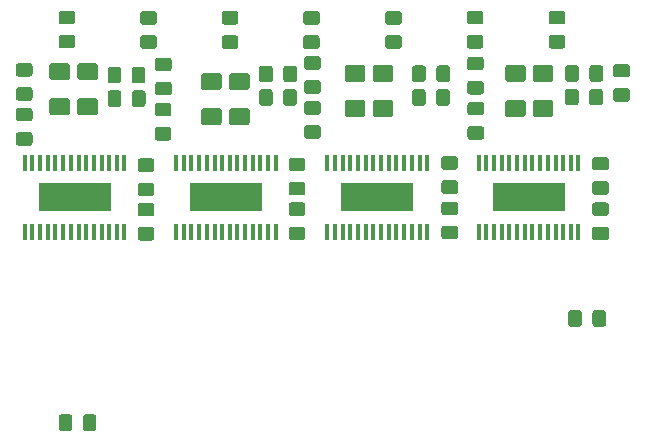
<source format=gbr>
G04 #@! TF.GenerationSoftware,KiCad,Pcbnew,(5.1.5)-3*
G04 #@! TF.CreationDate,2020-07-11T03:23:53+02:00*
G04 #@! TF.ProjectId,mixer Motor Driver board,6d697865-7220-44d6-9f74-6f7220447269,rev?*
G04 #@! TF.SameCoordinates,Original*
G04 #@! TF.FileFunction,Paste,Top*
G04 #@! TF.FilePolarity,Positive*
%FSLAX46Y46*%
G04 Gerber Fmt 4.6, Leading zero omitted, Abs format (unit mm)*
G04 Created by KiCad (PCBNEW (5.1.5)-3) date 2020-07-11 03:23:53*
%MOMM*%
%LPD*%
G04 APERTURE LIST*
%ADD10C,0.100000*%
%ADD11R,6.172200X2.387600*%
%ADD12R,0.355600X1.473200*%
G04 APERTURE END LIST*
D10*
G36*
X68546505Y-27155604D02*
G01*
X68570773Y-27159204D01*
X68594572Y-27165165D01*
X68617671Y-27173430D01*
X68639850Y-27183920D01*
X68660893Y-27196532D01*
X68680599Y-27211147D01*
X68698777Y-27227623D01*
X68715253Y-27245801D01*
X68729868Y-27265507D01*
X68742480Y-27286550D01*
X68752970Y-27308729D01*
X68761235Y-27331828D01*
X68767196Y-27355627D01*
X68770796Y-27379895D01*
X68772000Y-27404399D01*
X68772000Y-28054401D01*
X68770796Y-28078905D01*
X68767196Y-28103173D01*
X68761235Y-28126972D01*
X68752970Y-28150071D01*
X68742480Y-28172250D01*
X68729868Y-28193293D01*
X68715253Y-28212999D01*
X68698777Y-28231177D01*
X68680599Y-28247653D01*
X68660893Y-28262268D01*
X68639850Y-28274880D01*
X68617671Y-28285370D01*
X68594572Y-28293635D01*
X68570773Y-28299596D01*
X68546505Y-28303196D01*
X68522001Y-28304400D01*
X67621999Y-28304400D01*
X67597495Y-28303196D01*
X67573227Y-28299596D01*
X67549428Y-28293635D01*
X67526329Y-28285370D01*
X67504150Y-28274880D01*
X67483107Y-28262268D01*
X67463401Y-28247653D01*
X67445223Y-28231177D01*
X67428747Y-28212999D01*
X67414132Y-28193293D01*
X67401520Y-28172250D01*
X67391030Y-28150071D01*
X67382765Y-28126972D01*
X67376804Y-28103173D01*
X67373204Y-28078905D01*
X67372000Y-28054401D01*
X67372000Y-27404399D01*
X67373204Y-27379895D01*
X67376804Y-27355627D01*
X67382765Y-27331828D01*
X67391030Y-27308729D01*
X67401520Y-27286550D01*
X67414132Y-27265507D01*
X67428747Y-27245801D01*
X67445223Y-27227623D01*
X67463401Y-27211147D01*
X67483107Y-27196532D01*
X67504150Y-27183920D01*
X67526329Y-27173430D01*
X67549428Y-27165165D01*
X67573227Y-27159204D01*
X67597495Y-27155604D01*
X67621999Y-27154400D01*
X68522001Y-27154400D01*
X68546505Y-27155604D01*
G37*
G36*
X68546505Y-25105604D02*
G01*
X68570773Y-25109204D01*
X68594572Y-25115165D01*
X68617671Y-25123430D01*
X68639850Y-25133920D01*
X68660893Y-25146532D01*
X68680599Y-25161147D01*
X68698777Y-25177623D01*
X68715253Y-25195801D01*
X68729868Y-25215507D01*
X68742480Y-25236550D01*
X68752970Y-25258729D01*
X68761235Y-25281828D01*
X68767196Y-25305627D01*
X68770796Y-25329895D01*
X68772000Y-25354399D01*
X68772000Y-26004401D01*
X68770796Y-26028905D01*
X68767196Y-26053173D01*
X68761235Y-26076972D01*
X68752970Y-26100071D01*
X68742480Y-26122250D01*
X68729868Y-26143293D01*
X68715253Y-26162999D01*
X68698777Y-26181177D01*
X68680599Y-26197653D01*
X68660893Y-26212268D01*
X68639850Y-26224880D01*
X68617671Y-26235370D01*
X68594572Y-26243635D01*
X68570773Y-26249596D01*
X68546505Y-26253196D01*
X68522001Y-26254400D01*
X67621999Y-26254400D01*
X67597495Y-26253196D01*
X67573227Y-26249596D01*
X67549428Y-26243635D01*
X67526329Y-26235370D01*
X67504150Y-26224880D01*
X67483107Y-26212268D01*
X67463401Y-26197653D01*
X67445223Y-26181177D01*
X67428747Y-26162999D01*
X67414132Y-26143293D01*
X67401520Y-26122250D01*
X67391030Y-26100071D01*
X67382765Y-26076972D01*
X67376804Y-26053173D01*
X67373204Y-26028905D01*
X67372000Y-26004401D01*
X67372000Y-25354399D01*
X67373204Y-25329895D01*
X67376804Y-25305627D01*
X67382765Y-25281828D01*
X67391030Y-25258729D01*
X67401520Y-25236550D01*
X67414132Y-25215507D01*
X67428747Y-25195801D01*
X67445223Y-25177623D01*
X67463401Y-25161147D01*
X67483107Y-25146532D01*
X67504150Y-25133920D01*
X67526329Y-25123430D01*
X67549428Y-25115165D01*
X67573227Y-25109204D01*
X67597495Y-25105604D01*
X67621999Y-25104400D01*
X68522001Y-25104400D01*
X68546505Y-25105604D01*
G37*
G36*
X90748105Y-50431404D02*
G01*
X90772373Y-50435004D01*
X90796172Y-50440965D01*
X90819271Y-50449230D01*
X90841450Y-50459720D01*
X90862493Y-50472332D01*
X90882199Y-50486947D01*
X90900377Y-50503423D01*
X90916853Y-50521601D01*
X90931468Y-50541307D01*
X90944080Y-50562350D01*
X90954570Y-50584529D01*
X90962835Y-50607628D01*
X90968796Y-50631427D01*
X90972396Y-50655695D01*
X90973600Y-50680199D01*
X90973600Y-51580201D01*
X90972396Y-51604705D01*
X90968796Y-51628973D01*
X90962835Y-51652772D01*
X90954570Y-51675871D01*
X90944080Y-51698050D01*
X90931468Y-51719093D01*
X90916853Y-51738799D01*
X90900377Y-51756977D01*
X90882199Y-51773453D01*
X90862493Y-51788068D01*
X90841450Y-51800680D01*
X90819271Y-51811170D01*
X90796172Y-51819435D01*
X90772373Y-51825396D01*
X90748105Y-51828996D01*
X90723601Y-51830200D01*
X90073599Y-51830200D01*
X90049095Y-51828996D01*
X90024827Y-51825396D01*
X90001028Y-51819435D01*
X89977929Y-51811170D01*
X89955750Y-51800680D01*
X89934707Y-51788068D01*
X89915001Y-51773453D01*
X89896823Y-51756977D01*
X89880347Y-51738799D01*
X89865732Y-51719093D01*
X89853120Y-51698050D01*
X89842630Y-51675871D01*
X89834365Y-51652772D01*
X89828404Y-51628973D01*
X89824804Y-51604705D01*
X89823600Y-51580201D01*
X89823600Y-50680199D01*
X89824804Y-50655695D01*
X89828404Y-50631427D01*
X89834365Y-50607628D01*
X89842630Y-50584529D01*
X89853120Y-50562350D01*
X89865732Y-50541307D01*
X89880347Y-50521601D01*
X89896823Y-50503423D01*
X89915001Y-50486947D01*
X89934707Y-50472332D01*
X89955750Y-50459720D01*
X89977929Y-50449230D01*
X90001028Y-50440965D01*
X90024827Y-50435004D01*
X90049095Y-50431404D01*
X90073599Y-50430200D01*
X90723601Y-50430200D01*
X90748105Y-50431404D01*
G37*
G36*
X92798105Y-50431404D02*
G01*
X92822373Y-50435004D01*
X92846172Y-50440965D01*
X92869271Y-50449230D01*
X92891450Y-50459720D01*
X92912493Y-50472332D01*
X92932199Y-50486947D01*
X92950377Y-50503423D01*
X92966853Y-50521601D01*
X92981468Y-50541307D01*
X92994080Y-50562350D01*
X93004570Y-50584529D01*
X93012835Y-50607628D01*
X93018796Y-50631427D01*
X93022396Y-50655695D01*
X93023600Y-50680199D01*
X93023600Y-51580201D01*
X93022396Y-51604705D01*
X93018796Y-51628973D01*
X93012835Y-51652772D01*
X93004570Y-51675871D01*
X92994080Y-51698050D01*
X92981468Y-51719093D01*
X92966853Y-51738799D01*
X92950377Y-51756977D01*
X92932199Y-51773453D01*
X92912493Y-51788068D01*
X92891450Y-51800680D01*
X92869271Y-51811170D01*
X92846172Y-51819435D01*
X92822373Y-51825396D01*
X92798105Y-51828996D01*
X92773601Y-51830200D01*
X92123599Y-51830200D01*
X92099095Y-51828996D01*
X92074827Y-51825396D01*
X92051028Y-51819435D01*
X92027929Y-51811170D01*
X92005750Y-51800680D01*
X91984707Y-51788068D01*
X91965001Y-51773453D01*
X91946823Y-51756977D01*
X91930347Y-51738799D01*
X91915732Y-51719093D01*
X91903120Y-51698050D01*
X91892630Y-51675871D01*
X91884365Y-51652772D01*
X91878404Y-51628973D01*
X91874804Y-51604705D01*
X91873600Y-51580201D01*
X91873600Y-50680199D01*
X91874804Y-50655695D01*
X91878404Y-50631427D01*
X91884365Y-50607628D01*
X91892630Y-50584529D01*
X91903120Y-50562350D01*
X91915732Y-50541307D01*
X91930347Y-50521601D01*
X91946823Y-50503423D01*
X91965001Y-50486947D01*
X91984707Y-50472332D01*
X92005750Y-50459720D01*
X92027929Y-50449230D01*
X92051028Y-50440965D01*
X92074827Y-50435004D01*
X92099095Y-50431404D01*
X92123599Y-50430200D01*
X92773601Y-50430200D01*
X92798105Y-50431404D01*
G37*
G36*
X54551105Y-43386204D02*
G01*
X54575373Y-43389804D01*
X54599172Y-43395765D01*
X54622271Y-43404030D01*
X54644450Y-43414520D01*
X54665493Y-43427132D01*
X54685199Y-43441747D01*
X54703377Y-43458223D01*
X54719853Y-43476401D01*
X54734468Y-43496107D01*
X54747080Y-43517150D01*
X54757570Y-43539329D01*
X54765835Y-43562428D01*
X54771796Y-43586227D01*
X54775396Y-43610495D01*
X54776600Y-43634999D01*
X54776600Y-44285001D01*
X54775396Y-44309505D01*
X54771796Y-44333773D01*
X54765835Y-44357572D01*
X54757570Y-44380671D01*
X54747080Y-44402850D01*
X54734468Y-44423893D01*
X54719853Y-44443599D01*
X54703377Y-44461777D01*
X54685199Y-44478253D01*
X54665493Y-44492868D01*
X54644450Y-44505480D01*
X54622271Y-44515970D01*
X54599172Y-44524235D01*
X54575373Y-44530196D01*
X54551105Y-44533796D01*
X54526601Y-44535000D01*
X53626599Y-44535000D01*
X53602095Y-44533796D01*
X53577827Y-44530196D01*
X53554028Y-44524235D01*
X53530929Y-44515970D01*
X53508750Y-44505480D01*
X53487707Y-44492868D01*
X53468001Y-44478253D01*
X53449823Y-44461777D01*
X53433347Y-44443599D01*
X53418732Y-44423893D01*
X53406120Y-44402850D01*
X53395630Y-44380671D01*
X53387365Y-44357572D01*
X53381404Y-44333773D01*
X53377804Y-44309505D01*
X53376600Y-44285001D01*
X53376600Y-43634999D01*
X53377804Y-43610495D01*
X53381404Y-43586227D01*
X53387365Y-43562428D01*
X53395630Y-43539329D01*
X53406120Y-43517150D01*
X53418732Y-43496107D01*
X53433347Y-43476401D01*
X53449823Y-43458223D01*
X53468001Y-43441747D01*
X53487707Y-43427132D01*
X53508750Y-43414520D01*
X53530929Y-43404030D01*
X53554028Y-43395765D01*
X53577827Y-43389804D01*
X53602095Y-43386204D01*
X53626599Y-43385000D01*
X54526601Y-43385000D01*
X54551105Y-43386204D01*
G37*
G36*
X54551105Y-41336204D02*
G01*
X54575373Y-41339804D01*
X54599172Y-41345765D01*
X54622271Y-41354030D01*
X54644450Y-41364520D01*
X54665493Y-41377132D01*
X54685199Y-41391747D01*
X54703377Y-41408223D01*
X54719853Y-41426401D01*
X54734468Y-41446107D01*
X54747080Y-41467150D01*
X54757570Y-41489329D01*
X54765835Y-41512428D01*
X54771796Y-41536227D01*
X54775396Y-41560495D01*
X54776600Y-41584999D01*
X54776600Y-42235001D01*
X54775396Y-42259505D01*
X54771796Y-42283773D01*
X54765835Y-42307572D01*
X54757570Y-42330671D01*
X54747080Y-42352850D01*
X54734468Y-42373893D01*
X54719853Y-42393599D01*
X54703377Y-42411777D01*
X54685199Y-42428253D01*
X54665493Y-42442868D01*
X54644450Y-42455480D01*
X54622271Y-42465970D01*
X54599172Y-42474235D01*
X54575373Y-42480196D01*
X54551105Y-42483796D01*
X54526601Y-42485000D01*
X53626599Y-42485000D01*
X53602095Y-42483796D01*
X53577827Y-42480196D01*
X53554028Y-42474235D01*
X53530929Y-42465970D01*
X53508750Y-42455480D01*
X53487707Y-42442868D01*
X53468001Y-42428253D01*
X53449823Y-42411777D01*
X53433347Y-42393599D01*
X53418732Y-42373893D01*
X53406120Y-42352850D01*
X53395630Y-42330671D01*
X53387365Y-42307572D01*
X53381404Y-42283773D01*
X53377804Y-42259505D01*
X53376600Y-42235001D01*
X53376600Y-41584999D01*
X53377804Y-41560495D01*
X53381404Y-41536227D01*
X53387365Y-41512428D01*
X53395630Y-41489329D01*
X53406120Y-41467150D01*
X53418732Y-41446107D01*
X53433347Y-41426401D01*
X53449823Y-41408223D01*
X53468001Y-41391747D01*
X53487707Y-41377132D01*
X53508750Y-41364520D01*
X53530929Y-41354030D01*
X53554028Y-41345765D01*
X53577827Y-41339804D01*
X53602095Y-41336204D01*
X53626599Y-41335000D01*
X54526601Y-41335000D01*
X54551105Y-41336204D01*
G37*
G36*
X80255905Y-43275604D02*
G01*
X80280173Y-43279204D01*
X80303972Y-43285165D01*
X80327071Y-43293430D01*
X80349250Y-43303920D01*
X80370293Y-43316532D01*
X80389999Y-43331147D01*
X80408177Y-43347623D01*
X80424653Y-43365801D01*
X80439268Y-43385507D01*
X80451880Y-43406550D01*
X80462370Y-43428729D01*
X80470635Y-43451828D01*
X80476596Y-43475627D01*
X80480196Y-43499895D01*
X80481400Y-43524399D01*
X80481400Y-44174401D01*
X80480196Y-44198905D01*
X80476596Y-44223173D01*
X80470635Y-44246972D01*
X80462370Y-44270071D01*
X80451880Y-44292250D01*
X80439268Y-44313293D01*
X80424653Y-44332999D01*
X80408177Y-44351177D01*
X80389999Y-44367653D01*
X80370293Y-44382268D01*
X80349250Y-44394880D01*
X80327071Y-44405370D01*
X80303972Y-44413635D01*
X80280173Y-44419596D01*
X80255905Y-44423196D01*
X80231401Y-44424400D01*
X79331399Y-44424400D01*
X79306895Y-44423196D01*
X79282627Y-44419596D01*
X79258828Y-44413635D01*
X79235729Y-44405370D01*
X79213550Y-44394880D01*
X79192507Y-44382268D01*
X79172801Y-44367653D01*
X79154623Y-44351177D01*
X79138147Y-44332999D01*
X79123532Y-44313293D01*
X79110920Y-44292250D01*
X79100430Y-44270071D01*
X79092165Y-44246972D01*
X79086204Y-44223173D01*
X79082604Y-44198905D01*
X79081400Y-44174401D01*
X79081400Y-43524399D01*
X79082604Y-43499895D01*
X79086204Y-43475627D01*
X79092165Y-43451828D01*
X79100430Y-43428729D01*
X79110920Y-43406550D01*
X79123532Y-43385507D01*
X79138147Y-43365801D01*
X79154623Y-43347623D01*
X79172801Y-43331147D01*
X79192507Y-43316532D01*
X79213550Y-43303920D01*
X79235729Y-43293430D01*
X79258828Y-43285165D01*
X79282627Y-43279204D01*
X79306895Y-43275604D01*
X79331399Y-43274400D01*
X80231401Y-43274400D01*
X80255905Y-43275604D01*
G37*
G36*
X80255905Y-41225604D02*
G01*
X80280173Y-41229204D01*
X80303972Y-41235165D01*
X80327071Y-41243430D01*
X80349250Y-41253920D01*
X80370293Y-41266532D01*
X80389999Y-41281147D01*
X80408177Y-41297623D01*
X80424653Y-41315801D01*
X80439268Y-41335507D01*
X80451880Y-41356550D01*
X80462370Y-41378729D01*
X80470635Y-41401828D01*
X80476596Y-41425627D01*
X80480196Y-41449895D01*
X80481400Y-41474399D01*
X80481400Y-42124401D01*
X80480196Y-42148905D01*
X80476596Y-42173173D01*
X80470635Y-42196972D01*
X80462370Y-42220071D01*
X80451880Y-42242250D01*
X80439268Y-42263293D01*
X80424653Y-42282999D01*
X80408177Y-42301177D01*
X80389999Y-42317653D01*
X80370293Y-42332268D01*
X80349250Y-42344880D01*
X80327071Y-42355370D01*
X80303972Y-42363635D01*
X80280173Y-42369596D01*
X80255905Y-42373196D01*
X80231401Y-42374400D01*
X79331399Y-42374400D01*
X79306895Y-42373196D01*
X79282627Y-42369596D01*
X79258828Y-42363635D01*
X79235729Y-42355370D01*
X79213550Y-42344880D01*
X79192507Y-42332268D01*
X79172801Y-42317653D01*
X79154623Y-42301177D01*
X79138147Y-42282999D01*
X79123532Y-42263293D01*
X79110920Y-42242250D01*
X79100430Y-42220071D01*
X79092165Y-42196972D01*
X79086204Y-42173173D01*
X79082604Y-42148905D01*
X79081400Y-42124401D01*
X79081400Y-41474399D01*
X79082604Y-41449895D01*
X79086204Y-41425627D01*
X79092165Y-41401828D01*
X79100430Y-41378729D01*
X79110920Y-41356550D01*
X79123532Y-41335507D01*
X79138147Y-41315801D01*
X79154623Y-41297623D01*
X79172801Y-41281147D01*
X79192507Y-41266532D01*
X79213550Y-41253920D01*
X79235729Y-41243430D01*
X79258828Y-41235165D01*
X79282627Y-41229204D01*
X79306895Y-41225604D01*
X79331399Y-41224400D01*
X80231401Y-41224400D01*
X80255905Y-41225604D01*
G37*
G36*
X54754305Y-27146604D02*
G01*
X54778573Y-27150204D01*
X54802372Y-27156165D01*
X54825471Y-27164430D01*
X54847650Y-27174920D01*
X54868693Y-27187532D01*
X54888399Y-27202147D01*
X54906577Y-27218623D01*
X54923053Y-27236801D01*
X54937668Y-27256507D01*
X54950280Y-27277550D01*
X54960770Y-27299729D01*
X54969035Y-27322828D01*
X54974996Y-27346627D01*
X54978596Y-27370895D01*
X54979800Y-27395399D01*
X54979800Y-28045401D01*
X54978596Y-28069905D01*
X54974996Y-28094173D01*
X54969035Y-28117972D01*
X54960770Y-28141071D01*
X54950280Y-28163250D01*
X54937668Y-28184293D01*
X54923053Y-28203999D01*
X54906577Y-28222177D01*
X54888399Y-28238653D01*
X54868693Y-28253268D01*
X54847650Y-28265880D01*
X54825471Y-28276370D01*
X54802372Y-28284635D01*
X54778573Y-28290596D01*
X54754305Y-28294196D01*
X54729801Y-28295400D01*
X53829799Y-28295400D01*
X53805295Y-28294196D01*
X53781027Y-28290596D01*
X53757228Y-28284635D01*
X53734129Y-28276370D01*
X53711950Y-28265880D01*
X53690907Y-28253268D01*
X53671201Y-28238653D01*
X53653023Y-28222177D01*
X53636547Y-28203999D01*
X53621932Y-28184293D01*
X53609320Y-28163250D01*
X53598830Y-28141071D01*
X53590565Y-28117972D01*
X53584604Y-28094173D01*
X53581004Y-28069905D01*
X53579800Y-28045401D01*
X53579800Y-27395399D01*
X53581004Y-27370895D01*
X53584604Y-27346627D01*
X53590565Y-27322828D01*
X53598830Y-27299729D01*
X53609320Y-27277550D01*
X53621932Y-27256507D01*
X53636547Y-27236801D01*
X53653023Y-27218623D01*
X53671201Y-27202147D01*
X53690907Y-27187532D01*
X53711950Y-27174920D01*
X53734129Y-27164430D01*
X53757228Y-27156165D01*
X53781027Y-27150204D01*
X53805295Y-27146604D01*
X53829799Y-27145400D01*
X54729801Y-27145400D01*
X54754305Y-27146604D01*
G37*
G36*
X54754305Y-25096604D02*
G01*
X54778573Y-25100204D01*
X54802372Y-25106165D01*
X54825471Y-25114430D01*
X54847650Y-25124920D01*
X54868693Y-25137532D01*
X54888399Y-25152147D01*
X54906577Y-25168623D01*
X54923053Y-25186801D01*
X54937668Y-25206507D01*
X54950280Y-25227550D01*
X54960770Y-25249729D01*
X54969035Y-25272828D01*
X54974996Y-25296627D01*
X54978596Y-25320895D01*
X54979800Y-25345399D01*
X54979800Y-25995401D01*
X54978596Y-26019905D01*
X54974996Y-26044173D01*
X54969035Y-26067972D01*
X54960770Y-26091071D01*
X54950280Y-26113250D01*
X54937668Y-26134293D01*
X54923053Y-26153999D01*
X54906577Y-26172177D01*
X54888399Y-26188653D01*
X54868693Y-26203268D01*
X54847650Y-26215880D01*
X54825471Y-26226370D01*
X54802372Y-26234635D01*
X54778573Y-26240596D01*
X54754305Y-26244196D01*
X54729801Y-26245400D01*
X53829799Y-26245400D01*
X53805295Y-26244196D01*
X53781027Y-26240596D01*
X53757228Y-26234635D01*
X53734129Y-26226370D01*
X53711950Y-26215880D01*
X53690907Y-26203268D01*
X53671201Y-26188653D01*
X53653023Y-26172177D01*
X53636547Y-26153999D01*
X53621932Y-26134293D01*
X53609320Y-26113250D01*
X53598830Y-26091071D01*
X53590565Y-26067972D01*
X53584604Y-26044173D01*
X53581004Y-26019905D01*
X53579800Y-25995401D01*
X53579800Y-25345399D01*
X53581004Y-25320895D01*
X53584604Y-25296627D01*
X53590565Y-25272828D01*
X53598830Y-25249729D01*
X53609320Y-25227550D01*
X53621932Y-25206507D01*
X53636547Y-25186801D01*
X53653023Y-25168623D01*
X53671201Y-25152147D01*
X53690907Y-25137532D01*
X53711950Y-25124920D01*
X53734129Y-25114430D01*
X53757228Y-25106165D01*
X53781027Y-25100204D01*
X53805295Y-25096604D01*
X53829799Y-25095400D01*
X54729801Y-25095400D01*
X54754305Y-25096604D01*
G37*
G36*
X94810105Y-31626004D02*
G01*
X94834373Y-31629604D01*
X94858172Y-31635565D01*
X94881271Y-31643830D01*
X94903450Y-31654320D01*
X94924493Y-31666932D01*
X94944199Y-31681547D01*
X94962377Y-31698023D01*
X94978853Y-31716201D01*
X94993468Y-31735907D01*
X95006080Y-31756950D01*
X95016570Y-31779129D01*
X95024835Y-31802228D01*
X95030796Y-31826027D01*
X95034396Y-31850295D01*
X95035600Y-31874799D01*
X95035600Y-32524801D01*
X95034396Y-32549305D01*
X95030796Y-32573573D01*
X95024835Y-32597372D01*
X95016570Y-32620471D01*
X95006080Y-32642650D01*
X94993468Y-32663693D01*
X94978853Y-32683399D01*
X94962377Y-32701577D01*
X94944199Y-32718053D01*
X94924493Y-32732668D01*
X94903450Y-32745280D01*
X94881271Y-32755770D01*
X94858172Y-32764035D01*
X94834373Y-32769996D01*
X94810105Y-32773596D01*
X94785601Y-32774800D01*
X93885599Y-32774800D01*
X93861095Y-32773596D01*
X93836827Y-32769996D01*
X93813028Y-32764035D01*
X93789929Y-32755770D01*
X93767750Y-32745280D01*
X93746707Y-32732668D01*
X93727001Y-32718053D01*
X93708823Y-32701577D01*
X93692347Y-32683399D01*
X93677732Y-32663693D01*
X93665120Y-32642650D01*
X93654630Y-32620471D01*
X93646365Y-32597372D01*
X93640404Y-32573573D01*
X93636804Y-32549305D01*
X93635600Y-32524801D01*
X93635600Y-31874799D01*
X93636804Y-31850295D01*
X93640404Y-31826027D01*
X93646365Y-31802228D01*
X93654630Y-31779129D01*
X93665120Y-31756950D01*
X93677732Y-31735907D01*
X93692347Y-31716201D01*
X93708823Y-31698023D01*
X93727001Y-31681547D01*
X93746707Y-31666932D01*
X93767750Y-31654320D01*
X93789929Y-31643830D01*
X93813028Y-31635565D01*
X93836827Y-31629604D01*
X93861095Y-31626004D01*
X93885599Y-31624800D01*
X94785601Y-31624800D01*
X94810105Y-31626004D01*
G37*
G36*
X94810105Y-29576004D02*
G01*
X94834373Y-29579604D01*
X94858172Y-29585565D01*
X94881271Y-29593830D01*
X94903450Y-29604320D01*
X94924493Y-29616932D01*
X94944199Y-29631547D01*
X94962377Y-29648023D01*
X94978853Y-29666201D01*
X94993468Y-29685907D01*
X95006080Y-29706950D01*
X95016570Y-29729129D01*
X95024835Y-29752228D01*
X95030796Y-29776027D01*
X95034396Y-29800295D01*
X95035600Y-29824799D01*
X95035600Y-30474801D01*
X95034396Y-30499305D01*
X95030796Y-30523573D01*
X95024835Y-30547372D01*
X95016570Y-30570471D01*
X95006080Y-30592650D01*
X94993468Y-30613693D01*
X94978853Y-30633399D01*
X94962377Y-30651577D01*
X94944199Y-30668053D01*
X94924493Y-30682668D01*
X94903450Y-30695280D01*
X94881271Y-30705770D01*
X94858172Y-30714035D01*
X94834373Y-30719996D01*
X94810105Y-30723596D01*
X94785601Y-30724800D01*
X93885599Y-30724800D01*
X93861095Y-30723596D01*
X93836827Y-30719996D01*
X93813028Y-30714035D01*
X93789929Y-30705770D01*
X93767750Y-30695280D01*
X93746707Y-30682668D01*
X93727001Y-30668053D01*
X93708823Y-30651577D01*
X93692347Y-30633399D01*
X93677732Y-30613693D01*
X93665120Y-30592650D01*
X93654630Y-30570471D01*
X93646365Y-30547372D01*
X93640404Y-30523573D01*
X93636804Y-30499305D01*
X93635600Y-30474801D01*
X93635600Y-29824799D01*
X93636804Y-29800295D01*
X93640404Y-29776027D01*
X93646365Y-29752228D01*
X93654630Y-29729129D01*
X93665120Y-29706950D01*
X93677732Y-29685907D01*
X93692347Y-29666201D01*
X93708823Y-29648023D01*
X93727001Y-29631547D01*
X93746707Y-29616932D01*
X93767750Y-29604320D01*
X93789929Y-29593830D01*
X93813028Y-29585565D01*
X93836827Y-29579604D01*
X93861095Y-29576004D01*
X93885599Y-29574800D01*
X94785601Y-29574800D01*
X94810105Y-29576004D01*
G37*
G36*
X47845505Y-27121204D02*
G01*
X47869773Y-27124804D01*
X47893572Y-27130765D01*
X47916671Y-27139030D01*
X47938850Y-27149520D01*
X47959893Y-27162132D01*
X47979599Y-27176747D01*
X47997777Y-27193223D01*
X48014253Y-27211401D01*
X48028868Y-27231107D01*
X48041480Y-27252150D01*
X48051970Y-27274329D01*
X48060235Y-27297428D01*
X48066196Y-27321227D01*
X48069796Y-27345495D01*
X48071000Y-27369999D01*
X48071000Y-28020001D01*
X48069796Y-28044505D01*
X48066196Y-28068773D01*
X48060235Y-28092572D01*
X48051970Y-28115671D01*
X48041480Y-28137850D01*
X48028868Y-28158893D01*
X48014253Y-28178599D01*
X47997777Y-28196777D01*
X47979599Y-28213253D01*
X47959893Y-28227868D01*
X47938850Y-28240480D01*
X47916671Y-28250970D01*
X47893572Y-28259235D01*
X47869773Y-28265196D01*
X47845505Y-28268796D01*
X47821001Y-28270000D01*
X46920999Y-28270000D01*
X46896495Y-28268796D01*
X46872227Y-28265196D01*
X46848428Y-28259235D01*
X46825329Y-28250970D01*
X46803150Y-28240480D01*
X46782107Y-28227868D01*
X46762401Y-28213253D01*
X46744223Y-28196777D01*
X46727747Y-28178599D01*
X46713132Y-28158893D01*
X46700520Y-28137850D01*
X46690030Y-28115671D01*
X46681765Y-28092572D01*
X46675804Y-28068773D01*
X46672204Y-28044505D01*
X46671000Y-28020001D01*
X46671000Y-27369999D01*
X46672204Y-27345495D01*
X46675804Y-27321227D01*
X46681765Y-27297428D01*
X46690030Y-27274329D01*
X46700520Y-27252150D01*
X46713132Y-27231107D01*
X46727747Y-27211401D01*
X46744223Y-27193223D01*
X46762401Y-27176747D01*
X46782107Y-27162132D01*
X46803150Y-27149520D01*
X46825329Y-27139030D01*
X46848428Y-27130765D01*
X46872227Y-27124804D01*
X46896495Y-27121204D01*
X46920999Y-27120000D01*
X47821001Y-27120000D01*
X47845505Y-27121204D01*
G37*
G36*
X47845505Y-25071204D02*
G01*
X47869773Y-25074804D01*
X47893572Y-25080765D01*
X47916671Y-25089030D01*
X47938850Y-25099520D01*
X47959893Y-25112132D01*
X47979599Y-25126747D01*
X47997777Y-25143223D01*
X48014253Y-25161401D01*
X48028868Y-25181107D01*
X48041480Y-25202150D01*
X48051970Y-25224329D01*
X48060235Y-25247428D01*
X48066196Y-25271227D01*
X48069796Y-25295495D01*
X48071000Y-25319999D01*
X48071000Y-25970001D01*
X48069796Y-25994505D01*
X48066196Y-26018773D01*
X48060235Y-26042572D01*
X48051970Y-26065671D01*
X48041480Y-26087850D01*
X48028868Y-26108893D01*
X48014253Y-26128599D01*
X47997777Y-26146777D01*
X47979599Y-26163253D01*
X47959893Y-26177868D01*
X47938850Y-26190480D01*
X47916671Y-26200970D01*
X47893572Y-26209235D01*
X47869773Y-26215196D01*
X47845505Y-26218796D01*
X47821001Y-26220000D01*
X46920999Y-26220000D01*
X46896495Y-26218796D01*
X46872227Y-26215196D01*
X46848428Y-26209235D01*
X46825329Y-26200970D01*
X46803150Y-26190480D01*
X46782107Y-26177868D01*
X46762401Y-26163253D01*
X46744223Y-26146777D01*
X46727747Y-26128599D01*
X46713132Y-26108893D01*
X46700520Y-26087850D01*
X46690030Y-26065671D01*
X46681765Y-26042572D01*
X46675804Y-26018773D01*
X46672204Y-25994505D01*
X46671000Y-25970001D01*
X46671000Y-25319999D01*
X46672204Y-25295495D01*
X46675804Y-25271227D01*
X46681765Y-25247428D01*
X46690030Y-25224329D01*
X46700520Y-25202150D01*
X46713132Y-25181107D01*
X46727747Y-25161401D01*
X46744223Y-25143223D01*
X46762401Y-25126747D01*
X46782107Y-25112132D01*
X46803150Y-25099520D01*
X46825329Y-25089030D01*
X46848428Y-25080765D01*
X46872227Y-25074804D01*
X46896495Y-25071204D01*
X46920999Y-25070000D01*
X47821001Y-25070000D01*
X47845505Y-25071204D01*
G37*
G36*
X61663105Y-27155604D02*
G01*
X61687373Y-27159204D01*
X61711172Y-27165165D01*
X61734271Y-27173430D01*
X61756450Y-27183920D01*
X61777493Y-27196532D01*
X61797199Y-27211147D01*
X61815377Y-27227623D01*
X61831853Y-27245801D01*
X61846468Y-27265507D01*
X61859080Y-27286550D01*
X61869570Y-27308729D01*
X61877835Y-27331828D01*
X61883796Y-27355627D01*
X61887396Y-27379895D01*
X61888600Y-27404399D01*
X61888600Y-28054401D01*
X61887396Y-28078905D01*
X61883796Y-28103173D01*
X61877835Y-28126972D01*
X61869570Y-28150071D01*
X61859080Y-28172250D01*
X61846468Y-28193293D01*
X61831853Y-28212999D01*
X61815377Y-28231177D01*
X61797199Y-28247653D01*
X61777493Y-28262268D01*
X61756450Y-28274880D01*
X61734271Y-28285370D01*
X61711172Y-28293635D01*
X61687373Y-28299596D01*
X61663105Y-28303196D01*
X61638601Y-28304400D01*
X60738599Y-28304400D01*
X60714095Y-28303196D01*
X60689827Y-28299596D01*
X60666028Y-28293635D01*
X60642929Y-28285370D01*
X60620750Y-28274880D01*
X60599707Y-28262268D01*
X60580001Y-28247653D01*
X60561823Y-28231177D01*
X60545347Y-28212999D01*
X60530732Y-28193293D01*
X60518120Y-28172250D01*
X60507630Y-28150071D01*
X60499365Y-28126972D01*
X60493404Y-28103173D01*
X60489804Y-28078905D01*
X60488600Y-28054401D01*
X60488600Y-27404399D01*
X60489804Y-27379895D01*
X60493404Y-27355627D01*
X60499365Y-27331828D01*
X60507630Y-27308729D01*
X60518120Y-27286550D01*
X60530732Y-27265507D01*
X60545347Y-27245801D01*
X60561823Y-27227623D01*
X60580001Y-27211147D01*
X60599707Y-27196532D01*
X60620750Y-27183920D01*
X60642929Y-27173430D01*
X60666028Y-27165165D01*
X60689827Y-27159204D01*
X60714095Y-27155604D01*
X60738599Y-27154400D01*
X61638601Y-27154400D01*
X61663105Y-27155604D01*
G37*
G36*
X61663105Y-25105604D02*
G01*
X61687373Y-25109204D01*
X61711172Y-25115165D01*
X61734271Y-25123430D01*
X61756450Y-25133920D01*
X61777493Y-25146532D01*
X61797199Y-25161147D01*
X61815377Y-25177623D01*
X61831853Y-25195801D01*
X61846468Y-25215507D01*
X61859080Y-25236550D01*
X61869570Y-25258729D01*
X61877835Y-25281828D01*
X61883796Y-25305627D01*
X61887396Y-25329895D01*
X61888600Y-25354399D01*
X61888600Y-26004401D01*
X61887396Y-26028905D01*
X61883796Y-26053173D01*
X61877835Y-26076972D01*
X61869570Y-26100071D01*
X61859080Y-26122250D01*
X61846468Y-26143293D01*
X61831853Y-26162999D01*
X61815377Y-26181177D01*
X61797199Y-26197653D01*
X61777493Y-26212268D01*
X61756450Y-26224880D01*
X61734271Y-26235370D01*
X61711172Y-26243635D01*
X61687373Y-26249596D01*
X61663105Y-26253196D01*
X61638601Y-26254400D01*
X60738599Y-26254400D01*
X60714095Y-26253196D01*
X60689827Y-26249596D01*
X60666028Y-26243635D01*
X60642929Y-26235370D01*
X60620750Y-26224880D01*
X60599707Y-26212268D01*
X60580001Y-26197653D01*
X60561823Y-26181177D01*
X60545347Y-26162999D01*
X60530732Y-26143293D01*
X60518120Y-26122250D01*
X60507630Y-26100071D01*
X60499365Y-26076972D01*
X60493404Y-26053173D01*
X60489804Y-26028905D01*
X60488600Y-26004401D01*
X60488600Y-25354399D01*
X60489804Y-25329895D01*
X60493404Y-25305627D01*
X60499365Y-25281828D01*
X60507630Y-25258729D01*
X60518120Y-25236550D01*
X60530732Y-25215507D01*
X60545347Y-25195801D01*
X60561823Y-25177623D01*
X60580001Y-25161147D01*
X60599707Y-25146532D01*
X60620750Y-25133920D01*
X60642929Y-25123430D01*
X60666028Y-25115165D01*
X60689827Y-25109204D01*
X60714095Y-25105604D01*
X60738599Y-25104400D01*
X61638601Y-25104400D01*
X61663105Y-25105604D01*
G37*
G36*
X89349105Y-27130204D02*
G01*
X89373373Y-27133804D01*
X89397172Y-27139765D01*
X89420271Y-27148030D01*
X89442450Y-27158520D01*
X89463493Y-27171132D01*
X89483199Y-27185747D01*
X89501377Y-27202223D01*
X89517853Y-27220401D01*
X89532468Y-27240107D01*
X89545080Y-27261150D01*
X89555570Y-27283329D01*
X89563835Y-27306428D01*
X89569796Y-27330227D01*
X89573396Y-27354495D01*
X89574600Y-27378999D01*
X89574600Y-28029001D01*
X89573396Y-28053505D01*
X89569796Y-28077773D01*
X89563835Y-28101572D01*
X89555570Y-28124671D01*
X89545080Y-28146850D01*
X89532468Y-28167893D01*
X89517853Y-28187599D01*
X89501377Y-28205777D01*
X89483199Y-28222253D01*
X89463493Y-28236868D01*
X89442450Y-28249480D01*
X89420271Y-28259970D01*
X89397172Y-28268235D01*
X89373373Y-28274196D01*
X89349105Y-28277796D01*
X89324601Y-28279000D01*
X88424599Y-28279000D01*
X88400095Y-28277796D01*
X88375827Y-28274196D01*
X88352028Y-28268235D01*
X88328929Y-28259970D01*
X88306750Y-28249480D01*
X88285707Y-28236868D01*
X88266001Y-28222253D01*
X88247823Y-28205777D01*
X88231347Y-28187599D01*
X88216732Y-28167893D01*
X88204120Y-28146850D01*
X88193630Y-28124671D01*
X88185365Y-28101572D01*
X88179404Y-28077773D01*
X88175804Y-28053505D01*
X88174600Y-28029001D01*
X88174600Y-27378999D01*
X88175804Y-27354495D01*
X88179404Y-27330227D01*
X88185365Y-27306428D01*
X88193630Y-27283329D01*
X88204120Y-27261150D01*
X88216732Y-27240107D01*
X88231347Y-27220401D01*
X88247823Y-27202223D01*
X88266001Y-27185747D01*
X88285707Y-27171132D01*
X88306750Y-27158520D01*
X88328929Y-27148030D01*
X88352028Y-27139765D01*
X88375827Y-27133804D01*
X88400095Y-27130204D01*
X88424599Y-27129000D01*
X89324601Y-27129000D01*
X89349105Y-27130204D01*
G37*
G36*
X89349105Y-25080204D02*
G01*
X89373373Y-25083804D01*
X89397172Y-25089765D01*
X89420271Y-25098030D01*
X89442450Y-25108520D01*
X89463493Y-25121132D01*
X89483199Y-25135747D01*
X89501377Y-25152223D01*
X89517853Y-25170401D01*
X89532468Y-25190107D01*
X89545080Y-25211150D01*
X89555570Y-25233329D01*
X89563835Y-25256428D01*
X89569796Y-25280227D01*
X89573396Y-25304495D01*
X89574600Y-25328999D01*
X89574600Y-25979001D01*
X89573396Y-26003505D01*
X89569796Y-26027773D01*
X89563835Y-26051572D01*
X89555570Y-26074671D01*
X89545080Y-26096850D01*
X89532468Y-26117893D01*
X89517853Y-26137599D01*
X89501377Y-26155777D01*
X89483199Y-26172253D01*
X89463493Y-26186868D01*
X89442450Y-26199480D01*
X89420271Y-26209970D01*
X89397172Y-26218235D01*
X89373373Y-26224196D01*
X89349105Y-26227796D01*
X89324601Y-26229000D01*
X88424599Y-26229000D01*
X88400095Y-26227796D01*
X88375827Y-26224196D01*
X88352028Y-26218235D01*
X88328929Y-26209970D01*
X88306750Y-26199480D01*
X88285707Y-26186868D01*
X88266001Y-26172253D01*
X88247823Y-26155777D01*
X88231347Y-26137599D01*
X88216732Y-26117893D01*
X88204120Y-26096850D01*
X88193630Y-26074671D01*
X88185365Y-26051572D01*
X88179404Y-26027773D01*
X88175804Y-26003505D01*
X88174600Y-25979001D01*
X88174600Y-25328999D01*
X88175804Y-25304495D01*
X88179404Y-25280227D01*
X88185365Y-25256428D01*
X88193630Y-25233329D01*
X88204120Y-25211150D01*
X88216732Y-25190107D01*
X88231347Y-25170401D01*
X88247823Y-25152223D01*
X88266001Y-25135747D01*
X88285707Y-25121132D01*
X88306750Y-25108520D01*
X88328929Y-25098030D01*
X88352028Y-25089765D01*
X88375827Y-25083804D01*
X88400095Y-25080204D01*
X88424599Y-25079000D01*
X89324601Y-25079000D01*
X89349105Y-25080204D01*
G37*
G36*
X75506105Y-27155604D02*
G01*
X75530373Y-27159204D01*
X75554172Y-27165165D01*
X75577271Y-27173430D01*
X75599450Y-27183920D01*
X75620493Y-27196532D01*
X75640199Y-27211147D01*
X75658377Y-27227623D01*
X75674853Y-27245801D01*
X75689468Y-27265507D01*
X75702080Y-27286550D01*
X75712570Y-27308729D01*
X75720835Y-27331828D01*
X75726796Y-27355627D01*
X75730396Y-27379895D01*
X75731600Y-27404399D01*
X75731600Y-28054401D01*
X75730396Y-28078905D01*
X75726796Y-28103173D01*
X75720835Y-28126972D01*
X75712570Y-28150071D01*
X75702080Y-28172250D01*
X75689468Y-28193293D01*
X75674853Y-28212999D01*
X75658377Y-28231177D01*
X75640199Y-28247653D01*
X75620493Y-28262268D01*
X75599450Y-28274880D01*
X75577271Y-28285370D01*
X75554172Y-28293635D01*
X75530373Y-28299596D01*
X75506105Y-28303196D01*
X75481601Y-28304400D01*
X74581599Y-28304400D01*
X74557095Y-28303196D01*
X74532827Y-28299596D01*
X74509028Y-28293635D01*
X74485929Y-28285370D01*
X74463750Y-28274880D01*
X74442707Y-28262268D01*
X74423001Y-28247653D01*
X74404823Y-28231177D01*
X74388347Y-28212999D01*
X74373732Y-28193293D01*
X74361120Y-28172250D01*
X74350630Y-28150071D01*
X74342365Y-28126972D01*
X74336404Y-28103173D01*
X74332804Y-28078905D01*
X74331600Y-28054401D01*
X74331600Y-27404399D01*
X74332804Y-27379895D01*
X74336404Y-27355627D01*
X74342365Y-27331828D01*
X74350630Y-27308729D01*
X74361120Y-27286550D01*
X74373732Y-27265507D01*
X74388347Y-27245801D01*
X74404823Y-27227623D01*
X74423001Y-27211147D01*
X74442707Y-27196532D01*
X74463750Y-27183920D01*
X74485929Y-27173430D01*
X74509028Y-27165165D01*
X74532827Y-27159204D01*
X74557095Y-27155604D01*
X74581599Y-27154400D01*
X75481601Y-27154400D01*
X75506105Y-27155604D01*
G37*
G36*
X75506105Y-25105604D02*
G01*
X75530373Y-25109204D01*
X75554172Y-25115165D01*
X75577271Y-25123430D01*
X75599450Y-25133920D01*
X75620493Y-25146532D01*
X75640199Y-25161147D01*
X75658377Y-25177623D01*
X75674853Y-25195801D01*
X75689468Y-25215507D01*
X75702080Y-25236550D01*
X75712570Y-25258729D01*
X75720835Y-25281828D01*
X75726796Y-25305627D01*
X75730396Y-25329895D01*
X75731600Y-25354399D01*
X75731600Y-26004401D01*
X75730396Y-26028905D01*
X75726796Y-26053173D01*
X75720835Y-26076972D01*
X75712570Y-26100071D01*
X75702080Y-26122250D01*
X75689468Y-26143293D01*
X75674853Y-26162999D01*
X75658377Y-26181177D01*
X75640199Y-26197653D01*
X75620493Y-26212268D01*
X75599450Y-26224880D01*
X75577271Y-26235370D01*
X75554172Y-26243635D01*
X75530373Y-26249596D01*
X75506105Y-26253196D01*
X75481601Y-26254400D01*
X74581599Y-26254400D01*
X74557095Y-26253196D01*
X74532827Y-26249596D01*
X74509028Y-26243635D01*
X74485929Y-26235370D01*
X74463750Y-26224880D01*
X74442707Y-26212268D01*
X74423001Y-26197653D01*
X74404823Y-26181177D01*
X74388347Y-26162999D01*
X74373732Y-26143293D01*
X74361120Y-26122250D01*
X74350630Y-26100071D01*
X74342365Y-26076972D01*
X74336404Y-26053173D01*
X74332804Y-26028905D01*
X74331600Y-26004401D01*
X74331600Y-25354399D01*
X74332804Y-25329895D01*
X74336404Y-25305627D01*
X74342365Y-25281828D01*
X74350630Y-25258729D01*
X74361120Y-25236550D01*
X74373732Y-25215507D01*
X74388347Y-25195801D01*
X74404823Y-25177623D01*
X74423001Y-25161147D01*
X74442707Y-25146532D01*
X74463750Y-25133920D01*
X74485929Y-25123430D01*
X74509028Y-25115165D01*
X74532827Y-25109204D01*
X74557095Y-25105604D01*
X74581599Y-25104400D01*
X75481601Y-25104400D01*
X75506105Y-25105604D01*
G37*
G36*
X47600905Y-59245204D02*
G01*
X47625173Y-59248804D01*
X47648972Y-59254765D01*
X47672071Y-59263030D01*
X47694250Y-59273520D01*
X47715293Y-59286132D01*
X47734999Y-59300747D01*
X47753177Y-59317223D01*
X47769653Y-59335401D01*
X47784268Y-59355107D01*
X47796880Y-59376150D01*
X47807370Y-59398329D01*
X47815635Y-59421428D01*
X47821596Y-59445227D01*
X47825196Y-59469495D01*
X47826400Y-59493999D01*
X47826400Y-60394001D01*
X47825196Y-60418505D01*
X47821596Y-60442773D01*
X47815635Y-60466572D01*
X47807370Y-60489671D01*
X47796880Y-60511850D01*
X47784268Y-60532893D01*
X47769653Y-60552599D01*
X47753177Y-60570777D01*
X47734999Y-60587253D01*
X47715293Y-60601868D01*
X47694250Y-60614480D01*
X47672071Y-60624970D01*
X47648972Y-60633235D01*
X47625173Y-60639196D01*
X47600905Y-60642796D01*
X47576401Y-60644000D01*
X46926399Y-60644000D01*
X46901895Y-60642796D01*
X46877627Y-60639196D01*
X46853828Y-60633235D01*
X46830729Y-60624970D01*
X46808550Y-60614480D01*
X46787507Y-60601868D01*
X46767801Y-60587253D01*
X46749623Y-60570777D01*
X46733147Y-60552599D01*
X46718532Y-60532893D01*
X46705920Y-60511850D01*
X46695430Y-60489671D01*
X46687165Y-60466572D01*
X46681204Y-60442773D01*
X46677604Y-60418505D01*
X46676400Y-60394001D01*
X46676400Y-59493999D01*
X46677604Y-59469495D01*
X46681204Y-59445227D01*
X46687165Y-59421428D01*
X46695430Y-59398329D01*
X46705920Y-59376150D01*
X46718532Y-59355107D01*
X46733147Y-59335401D01*
X46749623Y-59317223D01*
X46767801Y-59300747D01*
X46787507Y-59286132D01*
X46808550Y-59273520D01*
X46830729Y-59263030D01*
X46853828Y-59254765D01*
X46877627Y-59248804D01*
X46901895Y-59245204D01*
X46926399Y-59244000D01*
X47576401Y-59244000D01*
X47600905Y-59245204D01*
G37*
G36*
X49650905Y-59245204D02*
G01*
X49675173Y-59248804D01*
X49698972Y-59254765D01*
X49722071Y-59263030D01*
X49744250Y-59273520D01*
X49765293Y-59286132D01*
X49784999Y-59300747D01*
X49803177Y-59317223D01*
X49819653Y-59335401D01*
X49834268Y-59355107D01*
X49846880Y-59376150D01*
X49857370Y-59398329D01*
X49865635Y-59421428D01*
X49871596Y-59445227D01*
X49875196Y-59469495D01*
X49876400Y-59493999D01*
X49876400Y-60394001D01*
X49875196Y-60418505D01*
X49871596Y-60442773D01*
X49865635Y-60466572D01*
X49857370Y-60489671D01*
X49846880Y-60511850D01*
X49834268Y-60532893D01*
X49819653Y-60552599D01*
X49803177Y-60570777D01*
X49784999Y-60587253D01*
X49765293Y-60601868D01*
X49744250Y-60614480D01*
X49722071Y-60624970D01*
X49698972Y-60633235D01*
X49675173Y-60639196D01*
X49650905Y-60642796D01*
X49626401Y-60644000D01*
X48976399Y-60644000D01*
X48951895Y-60642796D01*
X48927627Y-60639196D01*
X48903828Y-60633235D01*
X48880729Y-60624970D01*
X48858550Y-60614480D01*
X48837507Y-60601868D01*
X48817801Y-60587253D01*
X48799623Y-60570777D01*
X48783147Y-60552599D01*
X48768532Y-60532893D01*
X48755920Y-60511850D01*
X48745430Y-60489671D01*
X48737165Y-60466572D01*
X48731204Y-60442773D01*
X48727604Y-60418505D01*
X48726400Y-60394001D01*
X48726400Y-59493999D01*
X48727604Y-59469495D01*
X48731204Y-59445227D01*
X48737165Y-59421428D01*
X48745430Y-59398329D01*
X48755920Y-59376150D01*
X48768532Y-59355107D01*
X48783147Y-59335401D01*
X48799623Y-59317223D01*
X48817801Y-59300747D01*
X48837507Y-59286132D01*
X48858550Y-59273520D01*
X48880729Y-59263030D01*
X48903828Y-59254765D01*
X48927627Y-59248804D01*
X48951895Y-59245204D01*
X48976399Y-59244000D01*
X49626401Y-59244000D01*
X49650905Y-59245204D01*
G37*
G36*
X67327305Y-43351804D02*
G01*
X67351573Y-43355404D01*
X67375372Y-43361365D01*
X67398471Y-43369630D01*
X67420650Y-43380120D01*
X67441693Y-43392732D01*
X67461399Y-43407347D01*
X67479577Y-43423823D01*
X67496053Y-43442001D01*
X67510668Y-43461707D01*
X67523280Y-43482750D01*
X67533770Y-43504929D01*
X67542035Y-43528028D01*
X67547996Y-43551827D01*
X67551596Y-43576095D01*
X67552800Y-43600599D01*
X67552800Y-44250601D01*
X67551596Y-44275105D01*
X67547996Y-44299373D01*
X67542035Y-44323172D01*
X67533770Y-44346271D01*
X67523280Y-44368450D01*
X67510668Y-44389493D01*
X67496053Y-44409199D01*
X67479577Y-44427377D01*
X67461399Y-44443853D01*
X67441693Y-44458468D01*
X67420650Y-44471080D01*
X67398471Y-44481570D01*
X67375372Y-44489835D01*
X67351573Y-44495796D01*
X67327305Y-44499396D01*
X67302801Y-44500600D01*
X66402799Y-44500600D01*
X66378295Y-44499396D01*
X66354027Y-44495796D01*
X66330228Y-44489835D01*
X66307129Y-44481570D01*
X66284950Y-44471080D01*
X66263907Y-44458468D01*
X66244201Y-44443853D01*
X66226023Y-44427377D01*
X66209547Y-44409199D01*
X66194932Y-44389493D01*
X66182320Y-44368450D01*
X66171830Y-44346271D01*
X66163565Y-44323172D01*
X66157604Y-44299373D01*
X66154004Y-44275105D01*
X66152800Y-44250601D01*
X66152800Y-43600599D01*
X66154004Y-43576095D01*
X66157604Y-43551827D01*
X66163565Y-43528028D01*
X66171830Y-43504929D01*
X66182320Y-43482750D01*
X66194932Y-43461707D01*
X66209547Y-43442001D01*
X66226023Y-43423823D01*
X66244201Y-43407347D01*
X66263907Y-43392732D01*
X66284950Y-43380120D01*
X66307129Y-43369630D01*
X66330228Y-43361365D01*
X66354027Y-43355404D01*
X66378295Y-43351804D01*
X66402799Y-43350600D01*
X67302801Y-43350600D01*
X67327305Y-43351804D01*
G37*
G36*
X67327305Y-41301804D02*
G01*
X67351573Y-41305404D01*
X67375372Y-41311365D01*
X67398471Y-41319630D01*
X67420650Y-41330120D01*
X67441693Y-41342732D01*
X67461399Y-41357347D01*
X67479577Y-41373823D01*
X67496053Y-41392001D01*
X67510668Y-41411707D01*
X67523280Y-41432750D01*
X67533770Y-41454929D01*
X67542035Y-41478028D01*
X67547996Y-41501827D01*
X67551596Y-41526095D01*
X67552800Y-41550599D01*
X67552800Y-42200601D01*
X67551596Y-42225105D01*
X67547996Y-42249373D01*
X67542035Y-42273172D01*
X67533770Y-42296271D01*
X67523280Y-42318450D01*
X67510668Y-42339493D01*
X67496053Y-42359199D01*
X67479577Y-42377377D01*
X67461399Y-42393853D01*
X67441693Y-42408468D01*
X67420650Y-42421080D01*
X67398471Y-42431570D01*
X67375372Y-42439835D01*
X67351573Y-42445796D01*
X67327305Y-42449396D01*
X67302801Y-42450600D01*
X66402799Y-42450600D01*
X66378295Y-42449396D01*
X66354027Y-42445796D01*
X66330228Y-42439835D01*
X66307129Y-42431570D01*
X66284950Y-42421080D01*
X66263907Y-42408468D01*
X66244201Y-42393853D01*
X66226023Y-42377377D01*
X66209547Y-42359199D01*
X66194932Y-42339493D01*
X66182320Y-42318450D01*
X66171830Y-42296271D01*
X66163565Y-42273172D01*
X66157604Y-42249373D01*
X66154004Y-42225105D01*
X66152800Y-42200601D01*
X66152800Y-41550599D01*
X66154004Y-41526095D01*
X66157604Y-41501827D01*
X66163565Y-41478028D01*
X66171830Y-41454929D01*
X66182320Y-41432750D01*
X66194932Y-41411707D01*
X66209547Y-41392001D01*
X66226023Y-41373823D01*
X66244201Y-41357347D01*
X66263907Y-41342732D01*
X66284950Y-41330120D01*
X66307129Y-41319630D01*
X66330228Y-41311365D01*
X66354027Y-41305404D01*
X66378295Y-41301804D01*
X66402799Y-41300600D01*
X67302801Y-41300600D01*
X67327305Y-41301804D01*
G37*
G36*
X93032105Y-43351804D02*
G01*
X93056373Y-43355404D01*
X93080172Y-43361365D01*
X93103271Y-43369630D01*
X93125450Y-43380120D01*
X93146493Y-43392732D01*
X93166199Y-43407347D01*
X93184377Y-43423823D01*
X93200853Y-43442001D01*
X93215468Y-43461707D01*
X93228080Y-43482750D01*
X93238570Y-43504929D01*
X93246835Y-43528028D01*
X93252796Y-43551827D01*
X93256396Y-43576095D01*
X93257600Y-43600599D01*
X93257600Y-44250601D01*
X93256396Y-44275105D01*
X93252796Y-44299373D01*
X93246835Y-44323172D01*
X93238570Y-44346271D01*
X93228080Y-44368450D01*
X93215468Y-44389493D01*
X93200853Y-44409199D01*
X93184377Y-44427377D01*
X93166199Y-44443853D01*
X93146493Y-44458468D01*
X93125450Y-44471080D01*
X93103271Y-44481570D01*
X93080172Y-44489835D01*
X93056373Y-44495796D01*
X93032105Y-44499396D01*
X93007601Y-44500600D01*
X92107599Y-44500600D01*
X92083095Y-44499396D01*
X92058827Y-44495796D01*
X92035028Y-44489835D01*
X92011929Y-44481570D01*
X91989750Y-44471080D01*
X91968707Y-44458468D01*
X91949001Y-44443853D01*
X91930823Y-44427377D01*
X91914347Y-44409199D01*
X91899732Y-44389493D01*
X91887120Y-44368450D01*
X91876630Y-44346271D01*
X91868365Y-44323172D01*
X91862404Y-44299373D01*
X91858804Y-44275105D01*
X91857600Y-44250601D01*
X91857600Y-43600599D01*
X91858804Y-43576095D01*
X91862404Y-43551827D01*
X91868365Y-43528028D01*
X91876630Y-43504929D01*
X91887120Y-43482750D01*
X91899732Y-43461707D01*
X91914347Y-43442001D01*
X91930823Y-43423823D01*
X91949001Y-43407347D01*
X91968707Y-43392732D01*
X91989750Y-43380120D01*
X92011929Y-43369630D01*
X92035028Y-43361365D01*
X92058827Y-43355404D01*
X92083095Y-43351804D01*
X92107599Y-43350600D01*
X93007601Y-43350600D01*
X93032105Y-43351804D01*
G37*
G36*
X93032105Y-41301804D02*
G01*
X93056373Y-41305404D01*
X93080172Y-41311365D01*
X93103271Y-41319630D01*
X93125450Y-41330120D01*
X93146493Y-41342732D01*
X93166199Y-41357347D01*
X93184377Y-41373823D01*
X93200853Y-41392001D01*
X93215468Y-41411707D01*
X93228080Y-41432750D01*
X93238570Y-41454929D01*
X93246835Y-41478028D01*
X93252796Y-41501827D01*
X93256396Y-41526095D01*
X93257600Y-41550599D01*
X93257600Y-42200601D01*
X93256396Y-42225105D01*
X93252796Y-42249373D01*
X93246835Y-42273172D01*
X93238570Y-42296271D01*
X93228080Y-42318450D01*
X93215468Y-42339493D01*
X93200853Y-42359199D01*
X93184377Y-42377377D01*
X93166199Y-42393853D01*
X93146493Y-42408468D01*
X93125450Y-42421080D01*
X93103271Y-42431570D01*
X93080172Y-42439835D01*
X93056373Y-42445796D01*
X93032105Y-42449396D01*
X93007601Y-42450600D01*
X92107599Y-42450600D01*
X92083095Y-42449396D01*
X92058827Y-42445796D01*
X92035028Y-42439835D01*
X92011929Y-42431570D01*
X91989750Y-42421080D01*
X91968707Y-42408468D01*
X91949001Y-42393853D01*
X91930823Y-42377377D01*
X91914347Y-42359199D01*
X91899732Y-42339493D01*
X91887120Y-42318450D01*
X91876630Y-42296271D01*
X91868365Y-42273172D01*
X91862404Y-42249373D01*
X91858804Y-42225105D01*
X91857600Y-42200601D01*
X91857600Y-41550599D01*
X91858804Y-41526095D01*
X91862404Y-41501827D01*
X91868365Y-41478028D01*
X91876630Y-41454929D01*
X91887120Y-41432750D01*
X91899732Y-41411707D01*
X91914347Y-41392001D01*
X91930823Y-41373823D01*
X91949001Y-41357347D01*
X91968707Y-41342732D01*
X91989750Y-41330120D01*
X92011929Y-41319630D01*
X92035028Y-41311365D01*
X92058827Y-41305404D01*
X92083095Y-41301804D01*
X92107599Y-41300600D01*
X93007601Y-41300600D01*
X93032105Y-41301804D01*
G37*
G36*
X82414905Y-27130204D02*
G01*
X82439173Y-27133804D01*
X82462972Y-27139765D01*
X82486071Y-27148030D01*
X82508250Y-27158520D01*
X82529293Y-27171132D01*
X82548999Y-27185747D01*
X82567177Y-27202223D01*
X82583653Y-27220401D01*
X82598268Y-27240107D01*
X82610880Y-27261150D01*
X82621370Y-27283329D01*
X82629635Y-27306428D01*
X82635596Y-27330227D01*
X82639196Y-27354495D01*
X82640400Y-27378999D01*
X82640400Y-28029001D01*
X82639196Y-28053505D01*
X82635596Y-28077773D01*
X82629635Y-28101572D01*
X82621370Y-28124671D01*
X82610880Y-28146850D01*
X82598268Y-28167893D01*
X82583653Y-28187599D01*
X82567177Y-28205777D01*
X82548999Y-28222253D01*
X82529293Y-28236868D01*
X82508250Y-28249480D01*
X82486071Y-28259970D01*
X82462972Y-28268235D01*
X82439173Y-28274196D01*
X82414905Y-28277796D01*
X82390401Y-28279000D01*
X81490399Y-28279000D01*
X81465895Y-28277796D01*
X81441627Y-28274196D01*
X81417828Y-28268235D01*
X81394729Y-28259970D01*
X81372550Y-28249480D01*
X81351507Y-28236868D01*
X81331801Y-28222253D01*
X81313623Y-28205777D01*
X81297147Y-28187599D01*
X81282532Y-28167893D01*
X81269920Y-28146850D01*
X81259430Y-28124671D01*
X81251165Y-28101572D01*
X81245204Y-28077773D01*
X81241604Y-28053505D01*
X81240400Y-28029001D01*
X81240400Y-27378999D01*
X81241604Y-27354495D01*
X81245204Y-27330227D01*
X81251165Y-27306428D01*
X81259430Y-27283329D01*
X81269920Y-27261150D01*
X81282532Y-27240107D01*
X81297147Y-27220401D01*
X81313623Y-27202223D01*
X81331801Y-27185747D01*
X81351507Y-27171132D01*
X81372550Y-27158520D01*
X81394729Y-27148030D01*
X81417828Y-27139765D01*
X81441627Y-27133804D01*
X81465895Y-27130204D01*
X81490399Y-27129000D01*
X82390401Y-27129000D01*
X82414905Y-27130204D01*
G37*
G36*
X82414905Y-25080204D02*
G01*
X82439173Y-25083804D01*
X82462972Y-25089765D01*
X82486071Y-25098030D01*
X82508250Y-25108520D01*
X82529293Y-25121132D01*
X82548999Y-25135747D01*
X82567177Y-25152223D01*
X82583653Y-25170401D01*
X82598268Y-25190107D01*
X82610880Y-25211150D01*
X82621370Y-25233329D01*
X82629635Y-25256428D01*
X82635596Y-25280227D01*
X82639196Y-25304495D01*
X82640400Y-25328999D01*
X82640400Y-25979001D01*
X82639196Y-26003505D01*
X82635596Y-26027773D01*
X82629635Y-26051572D01*
X82621370Y-26074671D01*
X82610880Y-26096850D01*
X82598268Y-26117893D01*
X82583653Y-26137599D01*
X82567177Y-26155777D01*
X82548999Y-26172253D01*
X82529293Y-26186868D01*
X82508250Y-26199480D01*
X82486071Y-26209970D01*
X82462972Y-26218235D01*
X82439173Y-26224196D01*
X82414905Y-26227796D01*
X82390401Y-26229000D01*
X81490399Y-26229000D01*
X81465895Y-26227796D01*
X81441627Y-26224196D01*
X81417828Y-26218235D01*
X81394729Y-26209970D01*
X81372550Y-26199480D01*
X81351507Y-26186868D01*
X81331801Y-26172253D01*
X81313623Y-26155777D01*
X81297147Y-26137599D01*
X81282532Y-26117893D01*
X81269920Y-26096850D01*
X81259430Y-26074671D01*
X81251165Y-26051572D01*
X81245204Y-26027773D01*
X81241604Y-26003505D01*
X81240400Y-25979001D01*
X81240400Y-25328999D01*
X81241604Y-25304495D01*
X81245204Y-25280227D01*
X81251165Y-25256428D01*
X81259430Y-25233329D01*
X81269920Y-25211150D01*
X81282532Y-25190107D01*
X81297147Y-25170401D01*
X81313623Y-25152223D01*
X81331801Y-25135747D01*
X81351507Y-25121132D01*
X81372550Y-25108520D01*
X81394729Y-25098030D01*
X81417828Y-25089765D01*
X81441627Y-25083804D01*
X81465895Y-25080204D01*
X81490399Y-25079000D01*
X82390401Y-25079000D01*
X82414905Y-25080204D01*
G37*
G36*
X93032105Y-39500004D02*
G01*
X93056373Y-39503604D01*
X93080172Y-39509565D01*
X93103271Y-39517830D01*
X93125450Y-39528320D01*
X93146493Y-39540932D01*
X93166199Y-39555547D01*
X93184377Y-39572023D01*
X93200853Y-39590201D01*
X93215468Y-39609907D01*
X93228080Y-39630950D01*
X93238570Y-39653129D01*
X93246835Y-39676228D01*
X93252796Y-39700027D01*
X93256396Y-39724295D01*
X93257600Y-39748799D01*
X93257600Y-40398801D01*
X93256396Y-40423305D01*
X93252796Y-40447573D01*
X93246835Y-40471372D01*
X93238570Y-40494471D01*
X93228080Y-40516650D01*
X93215468Y-40537693D01*
X93200853Y-40557399D01*
X93184377Y-40575577D01*
X93166199Y-40592053D01*
X93146493Y-40606668D01*
X93125450Y-40619280D01*
X93103271Y-40629770D01*
X93080172Y-40638035D01*
X93056373Y-40643996D01*
X93032105Y-40647596D01*
X93007601Y-40648800D01*
X92107599Y-40648800D01*
X92083095Y-40647596D01*
X92058827Y-40643996D01*
X92035028Y-40638035D01*
X92011929Y-40629770D01*
X91989750Y-40619280D01*
X91968707Y-40606668D01*
X91949001Y-40592053D01*
X91930823Y-40575577D01*
X91914347Y-40557399D01*
X91899732Y-40537693D01*
X91887120Y-40516650D01*
X91876630Y-40494471D01*
X91868365Y-40471372D01*
X91862404Y-40447573D01*
X91858804Y-40423305D01*
X91857600Y-40398801D01*
X91857600Y-39748799D01*
X91858804Y-39724295D01*
X91862404Y-39700027D01*
X91868365Y-39676228D01*
X91876630Y-39653129D01*
X91887120Y-39630950D01*
X91899732Y-39609907D01*
X91914347Y-39590201D01*
X91930823Y-39572023D01*
X91949001Y-39555547D01*
X91968707Y-39540932D01*
X91989750Y-39528320D01*
X92011929Y-39517830D01*
X92035028Y-39509565D01*
X92058827Y-39503604D01*
X92083095Y-39500004D01*
X92107599Y-39498800D01*
X93007601Y-39498800D01*
X93032105Y-39500004D01*
G37*
G36*
X93032105Y-37450004D02*
G01*
X93056373Y-37453604D01*
X93080172Y-37459565D01*
X93103271Y-37467830D01*
X93125450Y-37478320D01*
X93146493Y-37490932D01*
X93166199Y-37505547D01*
X93184377Y-37522023D01*
X93200853Y-37540201D01*
X93215468Y-37559907D01*
X93228080Y-37580950D01*
X93238570Y-37603129D01*
X93246835Y-37626228D01*
X93252796Y-37650027D01*
X93256396Y-37674295D01*
X93257600Y-37698799D01*
X93257600Y-38348801D01*
X93256396Y-38373305D01*
X93252796Y-38397573D01*
X93246835Y-38421372D01*
X93238570Y-38444471D01*
X93228080Y-38466650D01*
X93215468Y-38487693D01*
X93200853Y-38507399D01*
X93184377Y-38525577D01*
X93166199Y-38542053D01*
X93146493Y-38556668D01*
X93125450Y-38569280D01*
X93103271Y-38579770D01*
X93080172Y-38588035D01*
X93056373Y-38593996D01*
X93032105Y-38597596D01*
X93007601Y-38598800D01*
X92107599Y-38598800D01*
X92083095Y-38597596D01*
X92058827Y-38593996D01*
X92035028Y-38588035D01*
X92011929Y-38579770D01*
X91989750Y-38569280D01*
X91968707Y-38556668D01*
X91949001Y-38542053D01*
X91930823Y-38525577D01*
X91914347Y-38507399D01*
X91899732Y-38487693D01*
X91887120Y-38466650D01*
X91876630Y-38444471D01*
X91868365Y-38421372D01*
X91862404Y-38397573D01*
X91858804Y-38373305D01*
X91857600Y-38348801D01*
X91857600Y-37698799D01*
X91858804Y-37674295D01*
X91862404Y-37650027D01*
X91868365Y-37626228D01*
X91876630Y-37603129D01*
X91887120Y-37580950D01*
X91899732Y-37559907D01*
X91914347Y-37540201D01*
X91930823Y-37522023D01*
X91949001Y-37505547D01*
X91968707Y-37490932D01*
X91989750Y-37478320D01*
X92011929Y-37467830D01*
X92035028Y-37459565D01*
X92058827Y-37453604D01*
X92083095Y-37450004D01*
X92107599Y-37448800D01*
X93007601Y-37448800D01*
X93032105Y-37450004D01*
G37*
G36*
X80255905Y-39431204D02*
G01*
X80280173Y-39434804D01*
X80303972Y-39440765D01*
X80327071Y-39449030D01*
X80349250Y-39459520D01*
X80370293Y-39472132D01*
X80389999Y-39486747D01*
X80408177Y-39503223D01*
X80424653Y-39521401D01*
X80439268Y-39541107D01*
X80451880Y-39562150D01*
X80462370Y-39584329D01*
X80470635Y-39607428D01*
X80476596Y-39631227D01*
X80480196Y-39655495D01*
X80481400Y-39679999D01*
X80481400Y-40330001D01*
X80480196Y-40354505D01*
X80476596Y-40378773D01*
X80470635Y-40402572D01*
X80462370Y-40425671D01*
X80451880Y-40447850D01*
X80439268Y-40468893D01*
X80424653Y-40488599D01*
X80408177Y-40506777D01*
X80389999Y-40523253D01*
X80370293Y-40537868D01*
X80349250Y-40550480D01*
X80327071Y-40560970D01*
X80303972Y-40569235D01*
X80280173Y-40575196D01*
X80255905Y-40578796D01*
X80231401Y-40580000D01*
X79331399Y-40580000D01*
X79306895Y-40578796D01*
X79282627Y-40575196D01*
X79258828Y-40569235D01*
X79235729Y-40560970D01*
X79213550Y-40550480D01*
X79192507Y-40537868D01*
X79172801Y-40523253D01*
X79154623Y-40506777D01*
X79138147Y-40488599D01*
X79123532Y-40468893D01*
X79110920Y-40447850D01*
X79100430Y-40425671D01*
X79092165Y-40402572D01*
X79086204Y-40378773D01*
X79082604Y-40354505D01*
X79081400Y-40330001D01*
X79081400Y-39679999D01*
X79082604Y-39655495D01*
X79086204Y-39631227D01*
X79092165Y-39607428D01*
X79100430Y-39584329D01*
X79110920Y-39562150D01*
X79123532Y-39541107D01*
X79138147Y-39521401D01*
X79154623Y-39503223D01*
X79172801Y-39486747D01*
X79192507Y-39472132D01*
X79213550Y-39459520D01*
X79235729Y-39449030D01*
X79258828Y-39440765D01*
X79282627Y-39434804D01*
X79306895Y-39431204D01*
X79331399Y-39430000D01*
X80231401Y-39430000D01*
X80255905Y-39431204D01*
G37*
G36*
X80255905Y-37381204D02*
G01*
X80280173Y-37384804D01*
X80303972Y-37390765D01*
X80327071Y-37399030D01*
X80349250Y-37409520D01*
X80370293Y-37422132D01*
X80389999Y-37436747D01*
X80408177Y-37453223D01*
X80424653Y-37471401D01*
X80439268Y-37491107D01*
X80451880Y-37512150D01*
X80462370Y-37534329D01*
X80470635Y-37557428D01*
X80476596Y-37581227D01*
X80480196Y-37605495D01*
X80481400Y-37629999D01*
X80481400Y-38280001D01*
X80480196Y-38304505D01*
X80476596Y-38328773D01*
X80470635Y-38352572D01*
X80462370Y-38375671D01*
X80451880Y-38397850D01*
X80439268Y-38418893D01*
X80424653Y-38438599D01*
X80408177Y-38456777D01*
X80389999Y-38473253D01*
X80370293Y-38487868D01*
X80349250Y-38500480D01*
X80327071Y-38510970D01*
X80303972Y-38519235D01*
X80280173Y-38525196D01*
X80255905Y-38528796D01*
X80231401Y-38530000D01*
X79331399Y-38530000D01*
X79306895Y-38528796D01*
X79282627Y-38525196D01*
X79258828Y-38519235D01*
X79235729Y-38510970D01*
X79213550Y-38500480D01*
X79192507Y-38487868D01*
X79172801Y-38473253D01*
X79154623Y-38456777D01*
X79138147Y-38438599D01*
X79123532Y-38418893D01*
X79110920Y-38397850D01*
X79100430Y-38375671D01*
X79092165Y-38352572D01*
X79086204Y-38328773D01*
X79082604Y-38304505D01*
X79081400Y-38280001D01*
X79081400Y-37629999D01*
X79082604Y-37605495D01*
X79086204Y-37581227D01*
X79092165Y-37557428D01*
X79100430Y-37534329D01*
X79110920Y-37512150D01*
X79123532Y-37491107D01*
X79138147Y-37471401D01*
X79154623Y-37453223D01*
X79172801Y-37436747D01*
X79192507Y-37422132D01*
X79213550Y-37409520D01*
X79235729Y-37399030D01*
X79258828Y-37390765D01*
X79282627Y-37384804D01*
X79306895Y-37381204D01*
X79331399Y-37380000D01*
X80231401Y-37380000D01*
X80255905Y-37381204D01*
G37*
G36*
X67327305Y-39567204D02*
G01*
X67351573Y-39570804D01*
X67375372Y-39576765D01*
X67398471Y-39585030D01*
X67420650Y-39595520D01*
X67441693Y-39608132D01*
X67461399Y-39622747D01*
X67479577Y-39639223D01*
X67496053Y-39657401D01*
X67510668Y-39677107D01*
X67523280Y-39698150D01*
X67533770Y-39720329D01*
X67542035Y-39743428D01*
X67547996Y-39767227D01*
X67551596Y-39791495D01*
X67552800Y-39815999D01*
X67552800Y-40466001D01*
X67551596Y-40490505D01*
X67547996Y-40514773D01*
X67542035Y-40538572D01*
X67533770Y-40561671D01*
X67523280Y-40583850D01*
X67510668Y-40604893D01*
X67496053Y-40624599D01*
X67479577Y-40642777D01*
X67461399Y-40659253D01*
X67441693Y-40673868D01*
X67420650Y-40686480D01*
X67398471Y-40696970D01*
X67375372Y-40705235D01*
X67351573Y-40711196D01*
X67327305Y-40714796D01*
X67302801Y-40716000D01*
X66402799Y-40716000D01*
X66378295Y-40714796D01*
X66354027Y-40711196D01*
X66330228Y-40705235D01*
X66307129Y-40696970D01*
X66284950Y-40686480D01*
X66263907Y-40673868D01*
X66244201Y-40659253D01*
X66226023Y-40642777D01*
X66209547Y-40624599D01*
X66194932Y-40604893D01*
X66182320Y-40583850D01*
X66171830Y-40561671D01*
X66163565Y-40538572D01*
X66157604Y-40514773D01*
X66154004Y-40490505D01*
X66152800Y-40466001D01*
X66152800Y-39815999D01*
X66154004Y-39791495D01*
X66157604Y-39767227D01*
X66163565Y-39743428D01*
X66171830Y-39720329D01*
X66182320Y-39698150D01*
X66194932Y-39677107D01*
X66209547Y-39657401D01*
X66226023Y-39639223D01*
X66244201Y-39622747D01*
X66263907Y-39608132D01*
X66284950Y-39595520D01*
X66307129Y-39585030D01*
X66330228Y-39576765D01*
X66354027Y-39570804D01*
X66378295Y-39567204D01*
X66402799Y-39566000D01*
X67302801Y-39566000D01*
X67327305Y-39567204D01*
G37*
G36*
X67327305Y-37517204D02*
G01*
X67351573Y-37520804D01*
X67375372Y-37526765D01*
X67398471Y-37535030D01*
X67420650Y-37545520D01*
X67441693Y-37558132D01*
X67461399Y-37572747D01*
X67479577Y-37589223D01*
X67496053Y-37607401D01*
X67510668Y-37627107D01*
X67523280Y-37648150D01*
X67533770Y-37670329D01*
X67542035Y-37693428D01*
X67547996Y-37717227D01*
X67551596Y-37741495D01*
X67552800Y-37765999D01*
X67552800Y-38416001D01*
X67551596Y-38440505D01*
X67547996Y-38464773D01*
X67542035Y-38488572D01*
X67533770Y-38511671D01*
X67523280Y-38533850D01*
X67510668Y-38554893D01*
X67496053Y-38574599D01*
X67479577Y-38592777D01*
X67461399Y-38609253D01*
X67441693Y-38623868D01*
X67420650Y-38636480D01*
X67398471Y-38646970D01*
X67375372Y-38655235D01*
X67351573Y-38661196D01*
X67327305Y-38664796D01*
X67302801Y-38666000D01*
X66402799Y-38666000D01*
X66378295Y-38664796D01*
X66354027Y-38661196D01*
X66330228Y-38655235D01*
X66307129Y-38646970D01*
X66284950Y-38636480D01*
X66263907Y-38623868D01*
X66244201Y-38609253D01*
X66226023Y-38592777D01*
X66209547Y-38574599D01*
X66194932Y-38554893D01*
X66182320Y-38533850D01*
X66171830Y-38511671D01*
X66163565Y-38488572D01*
X66157604Y-38464773D01*
X66154004Y-38440505D01*
X66152800Y-38416001D01*
X66152800Y-37765999D01*
X66154004Y-37741495D01*
X66157604Y-37717227D01*
X66163565Y-37693428D01*
X66171830Y-37670329D01*
X66182320Y-37648150D01*
X66194932Y-37627107D01*
X66209547Y-37607401D01*
X66226023Y-37589223D01*
X66244201Y-37572747D01*
X66263907Y-37558132D01*
X66284950Y-37545520D01*
X66307129Y-37535030D01*
X66330228Y-37526765D01*
X66354027Y-37520804D01*
X66378295Y-37517204D01*
X66402799Y-37516000D01*
X67302801Y-37516000D01*
X67327305Y-37517204D01*
G37*
G36*
X54551105Y-39627004D02*
G01*
X54575373Y-39630604D01*
X54599172Y-39636565D01*
X54622271Y-39644830D01*
X54644450Y-39655320D01*
X54665493Y-39667932D01*
X54685199Y-39682547D01*
X54703377Y-39699023D01*
X54719853Y-39717201D01*
X54734468Y-39736907D01*
X54747080Y-39757950D01*
X54757570Y-39780129D01*
X54765835Y-39803228D01*
X54771796Y-39827027D01*
X54775396Y-39851295D01*
X54776600Y-39875799D01*
X54776600Y-40525801D01*
X54775396Y-40550305D01*
X54771796Y-40574573D01*
X54765835Y-40598372D01*
X54757570Y-40621471D01*
X54747080Y-40643650D01*
X54734468Y-40664693D01*
X54719853Y-40684399D01*
X54703377Y-40702577D01*
X54685199Y-40719053D01*
X54665493Y-40733668D01*
X54644450Y-40746280D01*
X54622271Y-40756770D01*
X54599172Y-40765035D01*
X54575373Y-40770996D01*
X54551105Y-40774596D01*
X54526601Y-40775800D01*
X53626599Y-40775800D01*
X53602095Y-40774596D01*
X53577827Y-40770996D01*
X53554028Y-40765035D01*
X53530929Y-40756770D01*
X53508750Y-40746280D01*
X53487707Y-40733668D01*
X53468001Y-40719053D01*
X53449823Y-40702577D01*
X53433347Y-40684399D01*
X53418732Y-40664693D01*
X53406120Y-40643650D01*
X53395630Y-40621471D01*
X53387365Y-40598372D01*
X53381404Y-40574573D01*
X53377804Y-40550305D01*
X53376600Y-40525801D01*
X53376600Y-39875799D01*
X53377804Y-39851295D01*
X53381404Y-39827027D01*
X53387365Y-39803228D01*
X53395630Y-39780129D01*
X53406120Y-39757950D01*
X53418732Y-39736907D01*
X53433347Y-39717201D01*
X53449823Y-39699023D01*
X53468001Y-39682547D01*
X53487707Y-39667932D01*
X53508750Y-39655320D01*
X53530929Y-39644830D01*
X53554028Y-39636565D01*
X53577827Y-39630604D01*
X53602095Y-39627004D01*
X53626599Y-39625800D01*
X54526601Y-39625800D01*
X54551105Y-39627004D01*
G37*
G36*
X54551105Y-37577004D02*
G01*
X54575373Y-37580604D01*
X54599172Y-37586565D01*
X54622271Y-37594830D01*
X54644450Y-37605320D01*
X54665493Y-37617932D01*
X54685199Y-37632547D01*
X54703377Y-37649023D01*
X54719853Y-37667201D01*
X54734468Y-37686907D01*
X54747080Y-37707950D01*
X54757570Y-37730129D01*
X54765835Y-37753228D01*
X54771796Y-37777027D01*
X54775396Y-37801295D01*
X54776600Y-37825799D01*
X54776600Y-38475801D01*
X54775396Y-38500305D01*
X54771796Y-38524573D01*
X54765835Y-38548372D01*
X54757570Y-38571471D01*
X54747080Y-38593650D01*
X54734468Y-38614693D01*
X54719853Y-38634399D01*
X54703377Y-38652577D01*
X54685199Y-38669053D01*
X54665493Y-38683668D01*
X54644450Y-38696280D01*
X54622271Y-38706770D01*
X54599172Y-38715035D01*
X54575373Y-38720996D01*
X54551105Y-38724596D01*
X54526601Y-38725800D01*
X53626599Y-38725800D01*
X53602095Y-38724596D01*
X53577827Y-38720996D01*
X53554028Y-38715035D01*
X53530929Y-38706770D01*
X53508750Y-38696280D01*
X53487707Y-38683668D01*
X53468001Y-38669053D01*
X53449823Y-38652577D01*
X53433347Y-38634399D01*
X53418732Y-38614693D01*
X53406120Y-38593650D01*
X53395630Y-38571471D01*
X53387365Y-38548372D01*
X53381404Y-38524573D01*
X53377804Y-38500305D01*
X53376600Y-38475801D01*
X53376600Y-37825799D01*
X53377804Y-37801295D01*
X53381404Y-37777027D01*
X53387365Y-37753228D01*
X53395630Y-37730129D01*
X53406120Y-37707950D01*
X53418732Y-37686907D01*
X53433347Y-37667201D01*
X53449823Y-37649023D01*
X53468001Y-37632547D01*
X53487707Y-37617932D01*
X53508750Y-37605320D01*
X53530929Y-37594830D01*
X53554028Y-37586565D01*
X53577827Y-37580604D01*
X53602095Y-37577004D01*
X53626599Y-37575800D01*
X54526601Y-37575800D01*
X54551105Y-37577004D01*
G37*
G36*
X90476105Y-31686204D02*
G01*
X90500373Y-31689804D01*
X90524172Y-31695765D01*
X90547271Y-31704030D01*
X90569450Y-31714520D01*
X90590493Y-31727132D01*
X90610199Y-31741747D01*
X90628377Y-31758223D01*
X90644853Y-31776401D01*
X90659468Y-31796107D01*
X90672080Y-31817150D01*
X90682570Y-31839329D01*
X90690835Y-31862428D01*
X90696796Y-31886227D01*
X90700396Y-31910495D01*
X90701600Y-31934999D01*
X90701600Y-32835001D01*
X90700396Y-32859505D01*
X90696796Y-32883773D01*
X90690835Y-32907572D01*
X90682570Y-32930671D01*
X90672080Y-32952850D01*
X90659468Y-32973893D01*
X90644853Y-32993599D01*
X90628377Y-33011777D01*
X90610199Y-33028253D01*
X90590493Y-33042868D01*
X90569450Y-33055480D01*
X90547271Y-33065970D01*
X90524172Y-33074235D01*
X90500373Y-33080196D01*
X90476105Y-33083796D01*
X90451601Y-33085000D01*
X89801599Y-33085000D01*
X89777095Y-33083796D01*
X89752827Y-33080196D01*
X89729028Y-33074235D01*
X89705929Y-33065970D01*
X89683750Y-33055480D01*
X89662707Y-33042868D01*
X89643001Y-33028253D01*
X89624823Y-33011777D01*
X89608347Y-32993599D01*
X89593732Y-32973893D01*
X89581120Y-32952850D01*
X89570630Y-32930671D01*
X89562365Y-32907572D01*
X89556404Y-32883773D01*
X89552804Y-32859505D01*
X89551600Y-32835001D01*
X89551600Y-31934999D01*
X89552804Y-31910495D01*
X89556404Y-31886227D01*
X89562365Y-31862428D01*
X89570630Y-31839329D01*
X89581120Y-31817150D01*
X89593732Y-31796107D01*
X89608347Y-31776401D01*
X89624823Y-31758223D01*
X89643001Y-31741747D01*
X89662707Y-31727132D01*
X89683750Y-31714520D01*
X89705929Y-31704030D01*
X89729028Y-31695765D01*
X89752827Y-31689804D01*
X89777095Y-31686204D01*
X89801599Y-31685000D01*
X90451601Y-31685000D01*
X90476105Y-31686204D01*
G37*
G36*
X92526105Y-31686204D02*
G01*
X92550373Y-31689804D01*
X92574172Y-31695765D01*
X92597271Y-31704030D01*
X92619450Y-31714520D01*
X92640493Y-31727132D01*
X92660199Y-31741747D01*
X92678377Y-31758223D01*
X92694853Y-31776401D01*
X92709468Y-31796107D01*
X92722080Y-31817150D01*
X92732570Y-31839329D01*
X92740835Y-31862428D01*
X92746796Y-31886227D01*
X92750396Y-31910495D01*
X92751600Y-31934999D01*
X92751600Y-32835001D01*
X92750396Y-32859505D01*
X92746796Y-32883773D01*
X92740835Y-32907572D01*
X92732570Y-32930671D01*
X92722080Y-32952850D01*
X92709468Y-32973893D01*
X92694853Y-32993599D01*
X92678377Y-33011777D01*
X92660199Y-33028253D01*
X92640493Y-33042868D01*
X92619450Y-33055480D01*
X92597271Y-33065970D01*
X92574172Y-33074235D01*
X92550373Y-33080196D01*
X92526105Y-33083796D01*
X92501601Y-33085000D01*
X91851599Y-33085000D01*
X91827095Y-33083796D01*
X91802827Y-33080196D01*
X91779028Y-33074235D01*
X91755929Y-33065970D01*
X91733750Y-33055480D01*
X91712707Y-33042868D01*
X91693001Y-33028253D01*
X91674823Y-33011777D01*
X91658347Y-32993599D01*
X91643732Y-32973893D01*
X91631120Y-32952850D01*
X91620630Y-32930671D01*
X91612365Y-32907572D01*
X91606404Y-32883773D01*
X91602804Y-32859505D01*
X91601600Y-32835001D01*
X91601600Y-31934999D01*
X91602804Y-31910495D01*
X91606404Y-31886227D01*
X91612365Y-31862428D01*
X91620630Y-31839329D01*
X91631120Y-31817150D01*
X91643732Y-31796107D01*
X91658347Y-31776401D01*
X91674823Y-31758223D01*
X91693001Y-31741747D01*
X91712707Y-31727132D01*
X91733750Y-31714520D01*
X91755929Y-31704030D01*
X91779028Y-31695765D01*
X91802827Y-31689804D01*
X91827095Y-31686204D01*
X91851599Y-31685000D01*
X92501601Y-31685000D01*
X92526105Y-31686204D01*
G37*
G36*
X77522105Y-31711604D02*
G01*
X77546373Y-31715204D01*
X77570172Y-31721165D01*
X77593271Y-31729430D01*
X77615450Y-31739920D01*
X77636493Y-31752532D01*
X77656199Y-31767147D01*
X77674377Y-31783623D01*
X77690853Y-31801801D01*
X77705468Y-31821507D01*
X77718080Y-31842550D01*
X77728570Y-31864729D01*
X77736835Y-31887828D01*
X77742796Y-31911627D01*
X77746396Y-31935895D01*
X77747600Y-31960399D01*
X77747600Y-32860401D01*
X77746396Y-32884905D01*
X77742796Y-32909173D01*
X77736835Y-32932972D01*
X77728570Y-32956071D01*
X77718080Y-32978250D01*
X77705468Y-32999293D01*
X77690853Y-33018999D01*
X77674377Y-33037177D01*
X77656199Y-33053653D01*
X77636493Y-33068268D01*
X77615450Y-33080880D01*
X77593271Y-33091370D01*
X77570172Y-33099635D01*
X77546373Y-33105596D01*
X77522105Y-33109196D01*
X77497601Y-33110400D01*
X76847599Y-33110400D01*
X76823095Y-33109196D01*
X76798827Y-33105596D01*
X76775028Y-33099635D01*
X76751929Y-33091370D01*
X76729750Y-33080880D01*
X76708707Y-33068268D01*
X76689001Y-33053653D01*
X76670823Y-33037177D01*
X76654347Y-33018999D01*
X76639732Y-32999293D01*
X76627120Y-32978250D01*
X76616630Y-32956071D01*
X76608365Y-32932972D01*
X76602404Y-32909173D01*
X76598804Y-32884905D01*
X76597600Y-32860401D01*
X76597600Y-31960399D01*
X76598804Y-31935895D01*
X76602404Y-31911627D01*
X76608365Y-31887828D01*
X76616630Y-31864729D01*
X76627120Y-31842550D01*
X76639732Y-31821507D01*
X76654347Y-31801801D01*
X76670823Y-31783623D01*
X76689001Y-31767147D01*
X76708707Y-31752532D01*
X76729750Y-31739920D01*
X76751929Y-31729430D01*
X76775028Y-31721165D01*
X76798827Y-31715204D01*
X76823095Y-31711604D01*
X76847599Y-31710400D01*
X77497601Y-31710400D01*
X77522105Y-31711604D01*
G37*
G36*
X79572105Y-31711604D02*
G01*
X79596373Y-31715204D01*
X79620172Y-31721165D01*
X79643271Y-31729430D01*
X79665450Y-31739920D01*
X79686493Y-31752532D01*
X79706199Y-31767147D01*
X79724377Y-31783623D01*
X79740853Y-31801801D01*
X79755468Y-31821507D01*
X79768080Y-31842550D01*
X79778570Y-31864729D01*
X79786835Y-31887828D01*
X79792796Y-31911627D01*
X79796396Y-31935895D01*
X79797600Y-31960399D01*
X79797600Y-32860401D01*
X79796396Y-32884905D01*
X79792796Y-32909173D01*
X79786835Y-32932972D01*
X79778570Y-32956071D01*
X79768080Y-32978250D01*
X79755468Y-32999293D01*
X79740853Y-33018999D01*
X79724377Y-33037177D01*
X79706199Y-33053653D01*
X79686493Y-33068268D01*
X79665450Y-33080880D01*
X79643271Y-33091370D01*
X79620172Y-33099635D01*
X79596373Y-33105596D01*
X79572105Y-33109196D01*
X79547601Y-33110400D01*
X78897599Y-33110400D01*
X78873095Y-33109196D01*
X78848827Y-33105596D01*
X78825028Y-33099635D01*
X78801929Y-33091370D01*
X78779750Y-33080880D01*
X78758707Y-33068268D01*
X78739001Y-33053653D01*
X78720823Y-33037177D01*
X78704347Y-33018999D01*
X78689732Y-32999293D01*
X78677120Y-32978250D01*
X78666630Y-32956071D01*
X78658365Y-32932972D01*
X78652404Y-32909173D01*
X78648804Y-32884905D01*
X78647600Y-32860401D01*
X78647600Y-31960399D01*
X78648804Y-31935895D01*
X78652404Y-31911627D01*
X78658365Y-31887828D01*
X78666630Y-31864729D01*
X78677120Y-31842550D01*
X78689732Y-31821507D01*
X78704347Y-31801801D01*
X78720823Y-31783623D01*
X78739001Y-31767147D01*
X78758707Y-31752532D01*
X78779750Y-31739920D01*
X78801929Y-31729430D01*
X78825028Y-31721165D01*
X78848827Y-31715204D01*
X78873095Y-31711604D01*
X78897599Y-31710400D01*
X79547601Y-31710400D01*
X79572105Y-31711604D01*
G37*
G36*
X64568105Y-31711604D02*
G01*
X64592373Y-31715204D01*
X64616172Y-31721165D01*
X64639271Y-31729430D01*
X64661450Y-31739920D01*
X64682493Y-31752532D01*
X64702199Y-31767147D01*
X64720377Y-31783623D01*
X64736853Y-31801801D01*
X64751468Y-31821507D01*
X64764080Y-31842550D01*
X64774570Y-31864729D01*
X64782835Y-31887828D01*
X64788796Y-31911627D01*
X64792396Y-31935895D01*
X64793600Y-31960399D01*
X64793600Y-32860401D01*
X64792396Y-32884905D01*
X64788796Y-32909173D01*
X64782835Y-32932972D01*
X64774570Y-32956071D01*
X64764080Y-32978250D01*
X64751468Y-32999293D01*
X64736853Y-33018999D01*
X64720377Y-33037177D01*
X64702199Y-33053653D01*
X64682493Y-33068268D01*
X64661450Y-33080880D01*
X64639271Y-33091370D01*
X64616172Y-33099635D01*
X64592373Y-33105596D01*
X64568105Y-33109196D01*
X64543601Y-33110400D01*
X63893599Y-33110400D01*
X63869095Y-33109196D01*
X63844827Y-33105596D01*
X63821028Y-33099635D01*
X63797929Y-33091370D01*
X63775750Y-33080880D01*
X63754707Y-33068268D01*
X63735001Y-33053653D01*
X63716823Y-33037177D01*
X63700347Y-33018999D01*
X63685732Y-32999293D01*
X63673120Y-32978250D01*
X63662630Y-32956071D01*
X63654365Y-32932972D01*
X63648404Y-32909173D01*
X63644804Y-32884905D01*
X63643600Y-32860401D01*
X63643600Y-31960399D01*
X63644804Y-31935895D01*
X63648404Y-31911627D01*
X63654365Y-31887828D01*
X63662630Y-31864729D01*
X63673120Y-31842550D01*
X63685732Y-31821507D01*
X63700347Y-31801801D01*
X63716823Y-31783623D01*
X63735001Y-31767147D01*
X63754707Y-31752532D01*
X63775750Y-31739920D01*
X63797929Y-31729430D01*
X63821028Y-31721165D01*
X63844827Y-31715204D01*
X63869095Y-31711604D01*
X63893599Y-31710400D01*
X64543601Y-31710400D01*
X64568105Y-31711604D01*
G37*
G36*
X66618105Y-31711604D02*
G01*
X66642373Y-31715204D01*
X66666172Y-31721165D01*
X66689271Y-31729430D01*
X66711450Y-31739920D01*
X66732493Y-31752532D01*
X66752199Y-31767147D01*
X66770377Y-31783623D01*
X66786853Y-31801801D01*
X66801468Y-31821507D01*
X66814080Y-31842550D01*
X66824570Y-31864729D01*
X66832835Y-31887828D01*
X66838796Y-31911627D01*
X66842396Y-31935895D01*
X66843600Y-31960399D01*
X66843600Y-32860401D01*
X66842396Y-32884905D01*
X66838796Y-32909173D01*
X66832835Y-32932972D01*
X66824570Y-32956071D01*
X66814080Y-32978250D01*
X66801468Y-32999293D01*
X66786853Y-33018999D01*
X66770377Y-33037177D01*
X66752199Y-33053653D01*
X66732493Y-33068268D01*
X66711450Y-33080880D01*
X66689271Y-33091370D01*
X66666172Y-33099635D01*
X66642373Y-33105596D01*
X66618105Y-33109196D01*
X66593601Y-33110400D01*
X65943599Y-33110400D01*
X65919095Y-33109196D01*
X65894827Y-33105596D01*
X65871028Y-33099635D01*
X65847929Y-33091370D01*
X65825750Y-33080880D01*
X65804707Y-33068268D01*
X65785001Y-33053653D01*
X65766823Y-33037177D01*
X65750347Y-33018999D01*
X65735732Y-32999293D01*
X65723120Y-32978250D01*
X65712630Y-32956071D01*
X65704365Y-32932972D01*
X65698404Y-32909173D01*
X65694804Y-32884905D01*
X65693600Y-32860401D01*
X65693600Y-31960399D01*
X65694804Y-31935895D01*
X65698404Y-31911627D01*
X65704365Y-31887828D01*
X65712630Y-31864729D01*
X65723120Y-31842550D01*
X65735732Y-31821507D01*
X65750347Y-31801801D01*
X65766823Y-31783623D01*
X65785001Y-31767147D01*
X65804707Y-31752532D01*
X65825750Y-31739920D01*
X65847929Y-31729430D01*
X65871028Y-31721165D01*
X65894827Y-31715204D01*
X65919095Y-31711604D01*
X65943599Y-31710400D01*
X66593601Y-31710400D01*
X66618105Y-31711604D01*
G37*
G36*
X51759105Y-31813204D02*
G01*
X51783373Y-31816804D01*
X51807172Y-31822765D01*
X51830271Y-31831030D01*
X51852450Y-31841520D01*
X51873493Y-31854132D01*
X51893199Y-31868747D01*
X51911377Y-31885223D01*
X51927853Y-31903401D01*
X51942468Y-31923107D01*
X51955080Y-31944150D01*
X51965570Y-31966329D01*
X51973835Y-31989428D01*
X51979796Y-32013227D01*
X51983396Y-32037495D01*
X51984600Y-32061999D01*
X51984600Y-32962001D01*
X51983396Y-32986505D01*
X51979796Y-33010773D01*
X51973835Y-33034572D01*
X51965570Y-33057671D01*
X51955080Y-33079850D01*
X51942468Y-33100893D01*
X51927853Y-33120599D01*
X51911377Y-33138777D01*
X51893199Y-33155253D01*
X51873493Y-33169868D01*
X51852450Y-33182480D01*
X51830271Y-33192970D01*
X51807172Y-33201235D01*
X51783373Y-33207196D01*
X51759105Y-33210796D01*
X51734601Y-33212000D01*
X51084599Y-33212000D01*
X51060095Y-33210796D01*
X51035827Y-33207196D01*
X51012028Y-33201235D01*
X50988929Y-33192970D01*
X50966750Y-33182480D01*
X50945707Y-33169868D01*
X50926001Y-33155253D01*
X50907823Y-33138777D01*
X50891347Y-33120599D01*
X50876732Y-33100893D01*
X50864120Y-33079850D01*
X50853630Y-33057671D01*
X50845365Y-33034572D01*
X50839404Y-33010773D01*
X50835804Y-32986505D01*
X50834600Y-32962001D01*
X50834600Y-32061999D01*
X50835804Y-32037495D01*
X50839404Y-32013227D01*
X50845365Y-31989428D01*
X50853630Y-31966329D01*
X50864120Y-31944150D01*
X50876732Y-31923107D01*
X50891347Y-31903401D01*
X50907823Y-31885223D01*
X50926001Y-31868747D01*
X50945707Y-31854132D01*
X50966750Y-31841520D01*
X50988929Y-31831030D01*
X51012028Y-31822765D01*
X51035827Y-31816804D01*
X51060095Y-31813204D01*
X51084599Y-31812000D01*
X51734601Y-31812000D01*
X51759105Y-31813204D01*
G37*
G36*
X53809105Y-31813204D02*
G01*
X53833373Y-31816804D01*
X53857172Y-31822765D01*
X53880271Y-31831030D01*
X53902450Y-31841520D01*
X53923493Y-31854132D01*
X53943199Y-31868747D01*
X53961377Y-31885223D01*
X53977853Y-31903401D01*
X53992468Y-31923107D01*
X54005080Y-31944150D01*
X54015570Y-31966329D01*
X54023835Y-31989428D01*
X54029796Y-32013227D01*
X54033396Y-32037495D01*
X54034600Y-32061999D01*
X54034600Y-32962001D01*
X54033396Y-32986505D01*
X54029796Y-33010773D01*
X54023835Y-33034572D01*
X54015570Y-33057671D01*
X54005080Y-33079850D01*
X53992468Y-33100893D01*
X53977853Y-33120599D01*
X53961377Y-33138777D01*
X53943199Y-33155253D01*
X53923493Y-33169868D01*
X53902450Y-33182480D01*
X53880271Y-33192970D01*
X53857172Y-33201235D01*
X53833373Y-33207196D01*
X53809105Y-33210796D01*
X53784601Y-33212000D01*
X53134599Y-33212000D01*
X53110095Y-33210796D01*
X53085827Y-33207196D01*
X53062028Y-33201235D01*
X53038929Y-33192970D01*
X53016750Y-33182480D01*
X52995707Y-33169868D01*
X52976001Y-33155253D01*
X52957823Y-33138777D01*
X52941347Y-33120599D01*
X52926732Y-33100893D01*
X52914120Y-33079850D01*
X52903630Y-33057671D01*
X52895365Y-33034572D01*
X52889404Y-33010773D01*
X52885804Y-32986505D01*
X52884600Y-32962001D01*
X52884600Y-32061999D01*
X52885804Y-32037495D01*
X52889404Y-32013227D01*
X52895365Y-31989428D01*
X52903630Y-31966329D01*
X52914120Y-31944150D01*
X52926732Y-31923107D01*
X52941347Y-31903401D01*
X52957823Y-31885223D01*
X52976001Y-31868747D01*
X52995707Y-31854132D01*
X53016750Y-31841520D01*
X53038929Y-31831030D01*
X53062028Y-31822765D01*
X53085827Y-31816804D01*
X53110095Y-31813204D01*
X53134599Y-31812000D01*
X53784601Y-31812000D01*
X53809105Y-31813204D01*
G37*
G36*
X85993504Y-29663904D02*
G01*
X86017773Y-29667504D01*
X86041571Y-29673465D01*
X86064671Y-29681730D01*
X86086849Y-29692220D01*
X86107893Y-29704833D01*
X86127598Y-29719447D01*
X86145777Y-29735923D01*
X86162253Y-29754102D01*
X86176867Y-29773807D01*
X86189480Y-29794851D01*
X86199970Y-29817029D01*
X86208235Y-29840129D01*
X86214196Y-29863927D01*
X86217796Y-29888196D01*
X86219000Y-29912700D01*
X86219000Y-30837700D01*
X86217796Y-30862204D01*
X86214196Y-30886473D01*
X86208235Y-30910271D01*
X86199970Y-30933371D01*
X86189480Y-30955549D01*
X86176867Y-30976593D01*
X86162253Y-30996298D01*
X86145777Y-31014477D01*
X86127598Y-31030953D01*
X86107893Y-31045567D01*
X86086849Y-31058180D01*
X86064671Y-31068670D01*
X86041571Y-31076935D01*
X86017773Y-31082896D01*
X85993504Y-31086496D01*
X85969000Y-31087700D01*
X84719000Y-31087700D01*
X84694496Y-31086496D01*
X84670227Y-31082896D01*
X84646429Y-31076935D01*
X84623329Y-31068670D01*
X84601151Y-31058180D01*
X84580107Y-31045567D01*
X84560402Y-31030953D01*
X84542223Y-31014477D01*
X84525747Y-30996298D01*
X84511133Y-30976593D01*
X84498520Y-30955549D01*
X84488030Y-30933371D01*
X84479765Y-30910271D01*
X84473804Y-30886473D01*
X84470204Y-30862204D01*
X84469000Y-30837700D01*
X84469000Y-29912700D01*
X84470204Y-29888196D01*
X84473804Y-29863927D01*
X84479765Y-29840129D01*
X84488030Y-29817029D01*
X84498520Y-29794851D01*
X84511133Y-29773807D01*
X84525747Y-29754102D01*
X84542223Y-29735923D01*
X84560402Y-29719447D01*
X84580107Y-29704833D01*
X84601151Y-29692220D01*
X84623329Y-29681730D01*
X84646429Y-29673465D01*
X84670227Y-29667504D01*
X84694496Y-29663904D01*
X84719000Y-29662700D01*
X85969000Y-29662700D01*
X85993504Y-29663904D01*
G37*
G36*
X85993504Y-32638904D02*
G01*
X86017773Y-32642504D01*
X86041571Y-32648465D01*
X86064671Y-32656730D01*
X86086849Y-32667220D01*
X86107893Y-32679833D01*
X86127598Y-32694447D01*
X86145777Y-32710923D01*
X86162253Y-32729102D01*
X86176867Y-32748807D01*
X86189480Y-32769851D01*
X86199970Y-32792029D01*
X86208235Y-32815129D01*
X86214196Y-32838927D01*
X86217796Y-32863196D01*
X86219000Y-32887700D01*
X86219000Y-33812700D01*
X86217796Y-33837204D01*
X86214196Y-33861473D01*
X86208235Y-33885271D01*
X86199970Y-33908371D01*
X86189480Y-33930549D01*
X86176867Y-33951593D01*
X86162253Y-33971298D01*
X86145777Y-33989477D01*
X86127598Y-34005953D01*
X86107893Y-34020567D01*
X86086849Y-34033180D01*
X86064671Y-34043670D01*
X86041571Y-34051935D01*
X86017773Y-34057896D01*
X85993504Y-34061496D01*
X85969000Y-34062700D01*
X84719000Y-34062700D01*
X84694496Y-34061496D01*
X84670227Y-34057896D01*
X84646429Y-34051935D01*
X84623329Y-34043670D01*
X84601151Y-34033180D01*
X84580107Y-34020567D01*
X84560402Y-34005953D01*
X84542223Y-33989477D01*
X84525747Y-33971298D01*
X84511133Y-33951593D01*
X84498520Y-33930549D01*
X84488030Y-33908371D01*
X84479765Y-33885271D01*
X84473804Y-33861473D01*
X84470204Y-33837204D01*
X84469000Y-33812700D01*
X84469000Y-32887700D01*
X84470204Y-32863196D01*
X84473804Y-32838927D01*
X84479765Y-32815129D01*
X84488030Y-32792029D01*
X84498520Y-32769851D01*
X84511133Y-32748807D01*
X84525747Y-32729102D01*
X84542223Y-32710923D01*
X84560402Y-32694447D01*
X84580107Y-32679833D01*
X84601151Y-32667220D01*
X84623329Y-32656730D01*
X84646429Y-32648465D01*
X84670227Y-32642504D01*
X84694496Y-32638904D01*
X84719000Y-32637700D01*
X85969000Y-32637700D01*
X85993504Y-32638904D01*
G37*
G36*
X88330304Y-29663904D02*
G01*
X88354573Y-29667504D01*
X88378371Y-29673465D01*
X88401471Y-29681730D01*
X88423649Y-29692220D01*
X88444693Y-29704833D01*
X88464398Y-29719447D01*
X88482577Y-29735923D01*
X88499053Y-29754102D01*
X88513667Y-29773807D01*
X88526280Y-29794851D01*
X88536770Y-29817029D01*
X88545035Y-29840129D01*
X88550996Y-29863927D01*
X88554596Y-29888196D01*
X88555800Y-29912700D01*
X88555800Y-30837700D01*
X88554596Y-30862204D01*
X88550996Y-30886473D01*
X88545035Y-30910271D01*
X88536770Y-30933371D01*
X88526280Y-30955549D01*
X88513667Y-30976593D01*
X88499053Y-30996298D01*
X88482577Y-31014477D01*
X88464398Y-31030953D01*
X88444693Y-31045567D01*
X88423649Y-31058180D01*
X88401471Y-31068670D01*
X88378371Y-31076935D01*
X88354573Y-31082896D01*
X88330304Y-31086496D01*
X88305800Y-31087700D01*
X87055800Y-31087700D01*
X87031296Y-31086496D01*
X87007027Y-31082896D01*
X86983229Y-31076935D01*
X86960129Y-31068670D01*
X86937951Y-31058180D01*
X86916907Y-31045567D01*
X86897202Y-31030953D01*
X86879023Y-31014477D01*
X86862547Y-30996298D01*
X86847933Y-30976593D01*
X86835320Y-30955549D01*
X86824830Y-30933371D01*
X86816565Y-30910271D01*
X86810604Y-30886473D01*
X86807004Y-30862204D01*
X86805800Y-30837700D01*
X86805800Y-29912700D01*
X86807004Y-29888196D01*
X86810604Y-29863927D01*
X86816565Y-29840129D01*
X86824830Y-29817029D01*
X86835320Y-29794851D01*
X86847933Y-29773807D01*
X86862547Y-29754102D01*
X86879023Y-29735923D01*
X86897202Y-29719447D01*
X86916907Y-29704833D01*
X86937951Y-29692220D01*
X86960129Y-29681730D01*
X86983229Y-29673465D01*
X87007027Y-29667504D01*
X87031296Y-29663904D01*
X87055800Y-29662700D01*
X88305800Y-29662700D01*
X88330304Y-29663904D01*
G37*
G36*
X88330304Y-32638904D02*
G01*
X88354573Y-32642504D01*
X88378371Y-32648465D01*
X88401471Y-32656730D01*
X88423649Y-32667220D01*
X88444693Y-32679833D01*
X88464398Y-32694447D01*
X88482577Y-32710923D01*
X88499053Y-32729102D01*
X88513667Y-32748807D01*
X88526280Y-32769851D01*
X88536770Y-32792029D01*
X88545035Y-32815129D01*
X88550996Y-32838927D01*
X88554596Y-32863196D01*
X88555800Y-32887700D01*
X88555800Y-33812700D01*
X88554596Y-33837204D01*
X88550996Y-33861473D01*
X88545035Y-33885271D01*
X88536770Y-33908371D01*
X88526280Y-33930549D01*
X88513667Y-33951593D01*
X88499053Y-33971298D01*
X88482577Y-33989477D01*
X88464398Y-34005953D01*
X88444693Y-34020567D01*
X88423649Y-34033180D01*
X88401471Y-34043670D01*
X88378371Y-34051935D01*
X88354573Y-34057896D01*
X88330304Y-34061496D01*
X88305800Y-34062700D01*
X87055800Y-34062700D01*
X87031296Y-34061496D01*
X87007027Y-34057896D01*
X86983229Y-34051935D01*
X86960129Y-34043670D01*
X86937951Y-34033180D01*
X86916907Y-34020567D01*
X86897202Y-34005953D01*
X86879023Y-33989477D01*
X86862547Y-33971298D01*
X86847933Y-33951593D01*
X86835320Y-33930549D01*
X86824830Y-33908371D01*
X86816565Y-33885271D01*
X86810604Y-33861473D01*
X86807004Y-33837204D01*
X86805800Y-33812700D01*
X86805800Y-32887700D01*
X86807004Y-32863196D01*
X86810604Y-32838927D01*
X86816565Y-32815129D01*
X86824830Y-32792029D01*
X86835320Y-32769851D01*
X86847933Y-32748807D01*
X86862547Y-32729102D01*
X86879023Y-32710923D01*
X86897202Y-32694447D01*
X86916907Y-32679833D01*
X86937951Y-32667220D01*
X86960129Y-32656730D01*
X86983229Y-32648465D01*
X87007027Y-32642504D01*
X87031296Y-32638904D01*
X87055800Y-32637700D01*
X88305800Y-32637700D01*
X88330304Y-32638904D01*
G37*
G36*
X72429904Y-29663904D02*
G01*
X72454173Y-29667504D01*
X72477971Y-29673465D01*
X72501071Y-29681730D01*
X72523249Y-29692220D01*
X72544293Y-29704833D01*
X72563998Y-29719447D01*
X72582177Y-29735923D01*
X72598653Y-29754102D01*
X72613267Y-29773807D01*
X72625880Y-29794851D01*
X72636370Y-29817029D01*
X72644635Y-29840129D01*
X72650596Y-29863927D01*
X72654196Y-29888196D01*
X72655400Y-29912700D01*
X72655400Y-30837700D01*
X72654196Y-30862204D01*
X72650596Y-30886473D01*
X72644635Y-30910271D01*
X72636370Y-30933371D01*
X72625880Y-30955549D01*
X72613267Y-30976593D01*
X72598653Y-30996298D01*
X72582177Y-31014477D01*
X72563998Y-31030953D01*
X72544293Y-31045567D01*
X72523249Y-31058180D01*
X72501071Y-31068670D01*
X72477971Y-31076935D01*
X72454173Y-31082896D01*
X72429904Y-31086496D01*
X72405400Y-31087700D01*
X71155400Y-31087700D01*
X71130896Y-31086496D01*
X71106627Y-31082896D01*
X71082829Y-31076935D01*
X71059729Y-31068670D01*
X71037551Y-31058180D01*
X71016507Y-31045567D01*
X70996802Y-31030953D01*
X70978623Y-31014477D01*
X70962147Y-30996298D01*
X70947533Y-30976593D01*
X70934920Y-30955549D01*
X70924430Y-30933371D01*
X70916165Y-30910271D01*
X70910204Y-30886473D01*
X70906604Y-30862204D01*
X70905400Y-30837700D01*
X70905400Y-29912700D01*
X70906604Y-29888196D01*
X70910204Y-29863927D01*
X70916165Y-29840129D01*
X70924430Y-29817029D01*
X70934920Y-29794851D01*
X70947533Y-29773807D01*
X70962147Y-29754102D01*
X70978623Y-29735923D01*
X70996802Y-29719447D01*
X71016507Y-29704833D01*
X71037551Y-29692220D01*
X71059729Y-29681730D01*
X71082829Y-29673465D01*
X71106627Y-29667504D01*
X71130896Y-29663904D01*
X71155400Y-29662700D01*
X72405400Y-29662700D01*
X72429904Y-29663904D01*
G37*
G36*
X72429904Y-32638904D02*
G01*
X72454173Y-32642504D01*
X72477971Y-32648465D01*
X72501071Y-32656730D01*
X72523249Y-32667220D01*
X72544293Y-32679833D01*
X72563998Y-32694447D01*
X72582177Y-32710923D01*
X72598653Y-32729102D01*
X72613267Y-32748807D01*
X72625880Y-32769851D01*
X72636370Y-32792029D01*
X72644635Y-32815129D01*
X72650596Y-32838927D01*
X72654196Y-32863196D01*
X72655400Y-32887700D01*
X72655400Y-33812700D01*
X72654196Y-33837204D01*
X72650596Y-33861473D01*
X72644635Y-33885271D01*
X72636370Y-33908371D01*
X72625880Y-33930549D01*
X72613267Y-33951593D01*
X72598653Y-33971298D01*
X72582177Y-33989477D01*
X72563998Y-34005953D01*
X72544293Y-34020567D01*
X72523249Y-34033180D01*
X72501071Y-34043670D01*
X72477971Y-34051935D01*
X72454173Y-34057896D01*
X72429904Y-34061496D01*
X72405400Y-34062700D01*
X71155400Y-34062700D01*
X71130896Y-34061496D01*
X71106627Y-34057896D01*
X71082829Y-34051935D01*
X71059729Y-34043670D01*
X71037551Y-34033180D01*
X71016507Y-34020567D01*
X70996802Y-34005953D01*
X70978623Y-33989477D01*
X70962147Y-33971298D01*
X70947533Y-33951593D01*
X70934920Y-33930549D01*
X70924430Y-33908371D01*
X70916165Y-33885271D01*
X70910204Y-33861473D01*
X70906604Y-33837204D01*
X70905400Y-33812700D01*
X70905400Y-32887700D01*
X70906604Y-32863196D01*
X70910204Y-32838927D01*
X70916165Y-32815129D01*
X70924430Y-32792029D01*
X70934920Y-32769851D01*
X70947533Y-32748807D01*
X70962147Y-32729102D01*
X70978623Y-32710923D01*
X70996802Y-32694447D01*
X71016507Y-32679833D01*
X71037551Y-32667220D01*
X71059729Y-32656730D01*
X71082829Y-32648465D01*
X71106627Y-32642504D01*
X71130896Y-32638904D01*
X71155400Y-32637700D01*
X72405400Y-32637700D01*
X72429904Y-32638904D01*
G37*
G36*
X74792104Y-29663904D02*
G01*
X74816373Y-29667504D01*
X74840171Y-29673465D01*
X74863271Y-29681730D01*
X74885449Y-29692220D01*
X74906493Y-29704833D01*
X74926198Y-29719447D01*
X74944377Y-29735923D01*
X74960853Y-29754102D01*
X74975467Y-29773807D01*
X74988080Y-29794851D01*
X74998570Y-29817029D01*
X75006835Y-29840129D01*
X75012796Y-29863927D01*
X75016396Y-29888196D01*
X75017600Y-29912700D01*
X75017600Y-30837700D01*
X75016396Y-30862204D01*
X75012796Y-30886473D01*
X75006835Y-30910271D01*
X74998570Y-30933371D01*
X74988080Y-30955549D01*
X74975467Y-30976593D01*
X74960853Y-30996298D01*
X74944377Y-31014477D01*
X74926198Y-31030953D01*
X74906493Y-31045567D01*
X74885449Y-31058180D01*
X74863271Y-31068670D01*
X74840171Y-31076935D01*
X74816373Y-31082896D01*
X74792104Y-31086496D01*
X74767600Y-31087700D01*
X73517600Y-31087700D01*
X73493096Y-31086496D01*
X73468827Y-31082896D01*
X73445029Y-31076935D01*
X73421929Y-31068670D01*
X73399751Y-31058180D01*
X73378707Y-31045567D01*
X73359002Y-31030953D01*
X73340823Y-31014477D01*
X73324347Y-30996298D01*
X73309733Y-30976593D01*
X73297120Y-30955549D01*
X73286630Y-30933371D01*
X73278365Y-30910271D01*
X73272404Y-30886473D01*
X73268804Y-30862204D01*
X73267600Y-30837700D01*
X73267600Y-29912700D01*
X73268804Y-29888196D01*
X73272404Y-29863927D01*
X73278365Y-29840129D01*
X73286630Y-29817029D01*
X73297120Y-29794851D01*
X73309733Y-29773807D01*
X73324347Y-29754102D01*
X73340823Y-29735923D01*
X73359002Y-29719447D01*
X73378707Y-29704833D01*
X73399751Y-29692220D01*
X73421929Y-29681730D01*
X73445029Y-29673465D01*
X73468827Y-29667504D01*
X73493096Y-29663904D01*
X73517600Y-29662700D01*
X74767600Y-29662700D01*
X74792104Y-29663904D01*
G37*
G36*
X74792104Y-32638904D02*
G01*
X74816373Y-32642504D01*
X74840171Y-32648465D01*
X74863271Y-32656730D01*
X74885449Y-32667220D01*
X74906493Y-32679833D01*
X74926198Y-32694447D01*
X74944377Y-32710923D01*
X74960853Y-32729102D01*
X74975467Y-32748807D01*
X74988080Y-32769851D01*
X74998570Y-32792029D01*
X75006835Y-32815129D01*
X75012796Y-32838927D01*
X75016396Y-32863196D01*
X75017600Y-32887700D01*
X75017600Y-33812700D01*
X75016396Y-33837204D01*
X75012796Y-33861473D01*
X75006835Y-33885271D01*
X74998570Y-33908371D01*
X74988080Y-33930549D01*
X74975467Y-33951593D01*
X74960853Y-33971298D01*
X74944377Y-33989477D01*
X74926198Y-34005953D01*
X74906493Y-34020567D01*
X74885449Y-34033180D01*
X74863271Y-34043670D01*
X74840171Y-34051935D01*
X74816373Y-34057896D01*
X74792104Y-34061496D01*
X74767600Y-34062700D01*
X73517600Y-34062700D01*
X73493096Y-34061496D01*
X73468827Y-34057896D01*
X73445029Y-34051935D01*
X73421929Y-34043670D01*
X73399751Y-34033180D01*
X73378707Y-34020567D01*
X73359002Y-34005953D01*
X73340823Y-33989477D01*
X73324347Y-33971298D01*
X73309733Y-33951593D01*
X73297120Y-33930549D01*
X73286630Y-33908371D01*
X73278365Y-33885271D01*
X73272404Y-33861473D01*
X73268804Y-33837204D01*
X73267600Y-33812700D01*
X73267600Y-32887700D01*
X73268804Y-32863196D01*
X73272404Y-32838927D01*
X73278365Y-32815129D01*
X73286630Y-32792029D01*
X73297120Y-32769851D01*
X73309733Y-32748807D01*
X73324347Y-32729102D01*
X73340823Y-32710923D01*
X73359002Y-32694447D01*
X73378707Y-32679833D01*
X73399751Y-32667220D01*
X73421929Y-32656730D01*
X73445029Y-32648465D01*
X73468827Y-32642504D01*
X73493096Y-32638904D01*
X73517600Y-32637700D01*
X74767600Y-32637700D01*
X74792104Y-32638904D01*
G37*
G36*
X60263304Y-30349704D02*
G01*
X60287573Y-30353304D01*
X60311371Y-30359265D01*
X60334471Y-30367530D01*
X60356649Y-30378020D01*
X60377693Y-30390633D01*
X60397398Y-30405247D01*
X60415577Y-30421723D01*
X60432053Y-30439902D01*
X60446667Y-30459607D01*
X60459280Y-30480651D01*
X60469770Y-30502829D01*
X60478035Y-30525929D01*
X60483996Y-30549727D01*
X60487596Y-30573996D01*
X60488800Y-30598500D01*
X60488800Y-31523500D01*
X60487596Y-31548004D01*
X60483996Y-31572273D01*
X60478035Y-31596071D01*
X60469770Y-31619171D01*
X60459280Y-31641349D01*
X60446667Y-31662393D01*
X60432053Y-31682098D01*
X60415577Y-31700277D01*
X60397398Y-31716753D01*
X60377693Y-31731367D01*
X60356649Y-31743980D01*
X60334471Y-31754470D01*
X60311371Y-31762735D01*
X60287573Y-31768696D01*
X60263304Y-31772296D01*
X60238800Y-31773500D01*
X58988800Y-31773500D01*
X58964296Y-31772296D01*
X58940027Y-31768696D01*
X58916229Y-31762735D01*
X58893129Y-31754470D01*
X58870951Y-31743980D01*
X58849907Y-31731367D01*
X58830202Y-31716753D01*
X58812023Y-31700277D01*
X58795547Y-31682098D01*
X58780933Y-31662393D01*
X58768320Y-31641349D01*
X58757830Y-31619171D01*
X58749565Y-31596071D01*
X58743604Y-31572273D01*
X58740004Y-31548004D01*
X58738800Y-31523500D01*
X58738800Y-30598500D01*
X58740004Y-30573996D01*
X58743604Y-30549727D01*
X58749565Y-30525929D01*
X58757830Y-30502829D01*
X58768320Y-30480651D01*
X58780933Y-30459607D01*
X58795547Y-30439902D01*
X58812023Y-30421723D01*
X58830202Y-30405247D01*
X58849907Y-30390633D01*
X58870951Y-30378020D01*
X58893129Y-30367530D01*
X58916229Y-30359265D01*
X58940027Y-30353304D01*
X58964296Y-30349704D01*
X58988800Y-30348500D01*
X60238800Y-30348500D01*
X60263304Y-30349704D01*
G37*
G36*
X60263304Y-33324704D02*
G01*
X60287573Y-33328304D01*
X60311371Y-33334265D01*
X60334471Y-33342530D01*
X60356649Y-33353020D01*
X60377693Y-33365633D01*
X60397398Y-33380247D01*
X60415577Y-33396723D01*
X60432053Y-33414902D01*
X60446667Y-33434607D01*
X60459280Y-33455651D01*
X60469770Y-33477829D01*
X60478035Y-33500929D01*
X60483996Y-33524727D01*
X60487596Y-33548996D01*
X60488800Y-33573500D01*
X60488800Y-34498500D01*
X60487596Y-34523004D01*
X60483996Y-34547273D01*
X60478035Y-34571071D01*
X60469770Y-34594171D01*
X60459280Y-34616349D01*
X60446667Y-34637393D01*
X60432053Y-34657098D01*
X60415577Y-34675277D01*
X60397398Y-34691753D01*
X60377693Y-34706367D01*
X60356649Y-34718980D01*
X60334471Y-34729470D01*
X60311371Y-34737735D01*
X60287573Y-34743696D01*
X60263304Y-34747296D01*
X60238800Y-34748500D01*
X58988800Y-34748500D01*
X58964296Y-34747296D01*
X58940027Y-34743696D01*
X58916229Y-34737735D01*
X58893129Y-34729470D01*
X58870951Y-34718980D01*
X58849907Y-34706367D01*
X58830202Y-34691753D01*
X58812023Y-34675277D01*
X58795547Y-34657098D01*
X58780933Y-34637393D01*
X58768320Y-34616349D01*
X58757830Y-34594171D01*
X58749565Y-34571071D01*
X58743604Y-34547273D01*
X58740004Y-34523004D01*
X58738800Y-34498500D01*
X58738800Y-33573500D01*
X58740004Y-33548996D01*
X58743604Y-33524727D01*
X58749565Y-33500929D01*
X58757830Y-33477829D01*
X58768320Y-33455651D01*
X58780933Y-33434607D01*
X58795547Y-33414902D01*
X58812023Y-33396723D01*
X58830202Y-33380247D01*
X58849907Y-33365633D01*
X58870951Y-33353020D01*
X58893129Y-33342530D01*
X58916229Y-33334265D01*
X58940027Y-33328304D01*
X58964296Y-33324704D01*
X58988800Y-33323500D01*
X60238800Y-33323500D01*
X60263304Y-33324704D01*
G37*
G36*
X62625504Y-30349704D02*
G01*
X62649773Y-30353304D01*
X62673571Y-30359265D01*
X62696671Y-30367530D01*
X62718849Y-30378020D01*
X62739893Y-30390633D01*
X62759598Y-30405247D01*
X62777777Y-30421723D01*
X62794253Y-30439902D01*
X62808867Y-30459607D01*
X62821480Y-30480651D01*
X62831970Y-30502829D01*
X62840235Y-30525929D01*
X62846196Y-30549727D01*
X62849796Y-30573996D01*
X62851000Y-30598500D01*
X62851000Y-31523500D01*
X62849796Y-31548004D01*
X62846196Y-31572273D01*
X62840235Y-31596071D01*
X62831970Y-31619171D01*
X62821480Y-31641349D01*
X62808867Y-31662393D01*
X62794253Y-31682098D01*
X62777777Y-31700277D01*
X62759598Y-31716753D01*
X62739893Y-31731367D01*
X62718849Y-31743980D01*
X62696671Y-31754470D01*
X62673571Y-31762735D01*
X62649773Y-31768696D01*
X62625504Y-31772296D01*
X62601000Y-31773500D01*
X61351000Y-31773500D01*
X61326496Y-31772296D01*
X61302227Y-31768696D01*
X61278429Y-31762735D01*
X61255329Y-31754470D01*
X61233151Y-31743980D01*
X61212107Y-31731367D01*
X61192402Y-31716753D01*
X61174223Y-31700277D01*
X61157747Y-31682098D01*
X61143133Y-31662393D01*
X61130520Y-31641349D01*
X61120030Y-31619171D01*
X61111765Y-31596071D01*
X61105804Y-31572273D01*
X61102204Y-31548004D01*
X61101000Y-31523500D01*
X61101000Y-30598500D01*
X61102204Y-30573996D01*
X61105804Y-30549727D01*
X61111765Y-30525929D01*
X61120030Y-30502829D01*
X61130520Y-30480651D01*
X61143133Y-30459607D01*
X61157747Y-30439902D01*
X61174223Y-30421723D01*
X61192402Y-30405247D01*
X61212107Y-30390633D01*
X61233151Y-30378020D01*
X61255329Y-30367530D01*
X61278429Y-30359265D01*
X61302227Y-30353304D01*
X61326496Y-30349704D01*
X61351000Y-30348500D01*
X62601000Y-30348500D01*
X62625504Y-30349704D01*
G37*
G36*
X62625504Y-33324704D02*
G01*
X62649773Y-33328304D01*
X62673571Y-33334265D01*
X62696671Y-33342530D01*
X62718849Y-33353020D01*
X62739893Y-33365633D01*
X62759598Y-33380247D01*
X62777777Y-33396723D01*
X62794253Y-33414902D01*
X62808867Y-33434607D01*
X62821480Y-33455651D01*
X62831970Y-33477829D01*
X62840235Y-33500929D01*
X62846196Y-33524727D01*
X62849796Y-33548996D01*
X62851000Y-33573500D01*
X62851000Y-34498500D01*
X62849796Y-34523004D01*
X62846196Y-34547273D01*
X62840235Y-34571071D01*
X62831970Y-34594171D01*
X62821480Y-34616349D01*
X62808867Y-34637393D01*
X62794253Y-34657098D01*
X62777777Y-34675277D01*
X62759598Y-34691753D01*
X62739893Y-34706367D01*
X62718849Y-34718980D01*
X62696671Y-34729470D01*
X62673571Y-34737735D01*
X62649773Y-34743696D01*
X62625504Y-34747296D01*
X62601000Y-34748500D01*
X61351000Y-34748500D01*
X61326496Y-34747296D01*
X61302227Y-34743696D01*
X61278429Y-34737735D01*
X61255329Y-34729470D01*
X61233151Y-34718980D01*
X61212107Y-34706367D01*
X61192402Y-34691753D01*
X61174223Y-34675277D01*
X61157747Y-34657098D01*
X61143133Y-34637393D01*
X61130520Y-34616349D01*
X61120030Y-34594171D01*
X61111765Y-34571071D01*
X61105804Y-34547273D01*
X61102204Y-34523004D01*
X61101000Y-34498500D01*
X61101000Y-33573500D01*
X61102204Y-33548996D01*
X61105804Y-33524727D01*
X61111765Y-33500929D01*
X61120030Y-33477829D01*
X61130520Y-33455651D01*
X61143133Y-33434607D01*
X61157747Y-33414902D01*
X61174223Y-33396723D01*
X61192402Y-33380247D01*
X61212107Y-33365633D01*
X61233151Y-33353020D01*
X61255329Y-33342530D01*
X61278429Y-33334265D01*
X61302227Y-33328304D01*
X61326496Y-33324704D01*
X61351000Y-33323500D01*
X62601000Y-33323500D01*
X62625504Y-33324704D01*
G37*
G36*
X47410904Y-29511504D02*
G01*
X47435173Y-29515104D01*
X47458971Y-29521065D01*
X47482071Y-29529330D01*
X47504249Y-29539820D01*
X47525293Y-29552433D01*
X47544998Y-29567047D01*
X47563177Y-29583523D01*
X47579653Y-29601702D01*
X47594267Y-29621407D01*
X47606880Y-29642451D01*
X47617370Y-29664629D01*
X47625635Y-29687729D01*
X47631596Y-29711527D01*
X47635196Y-29735796D01*
X47636400Y-29760300D01*
X47636400Y-30685300D01*
X47635196Y-30709804D01*
X47631596Y-30734073D01*
X47625635Y-30757871D01*
X47617370Y-30780971D01*
X47606880Y-30803149D01*
X47594267Y-30824193D01*
X47579653Y-30843898D01*
X47563177Y-30862077D01*
X47544998Y-30878553D01*
X47525293Y-30893167D01*
X47504249Y-30905780D01*
X47482071Y-30916270D01*
X47458971Y-30924535D01*
X47435173Y-30930496D01*
X47410904Y-30934096D01*
X47386400Y-30935300D01*
X46136400Y-30935300D01*
X46111896Y-30934096D01*
X46087627Y-30930496D01*
X46063829Y-30924535D01*
X46040729Y-30916270D01*
X46018551Y-30905780D01*
X45997507Y-30893167D01*
X45977802Y-30878553D01*
X45959623Y-30862077D01*
X45943147Y-30843898D01*
X45928533Y-30824193D01*
X45915920Y-30803149D01*
X45905430Y-30780971D01*
X45897165Y-30757871D01*
X45891204Y-30734073D01*
X45887604Y-30709804D01*
X45886400Y-30685300D01*
X45886400Y-29760300D01*
X45887604Y-29735796D01*
X45891204Y-29711527D01*
X45897165Y-29687729D01*
X45905430Y-29664629D01*
X45915920Y-29642451D01*
X45928533Y-29621407D01*
X45943147Y-29601702D01*
X45959623Y-29583523D01*
X45977802Y-29567047D01*
X45997507Y-29552433D01*
X46018551Y-29539820D01*
X46040729Y-29529330D01*
X46063829Y-29521065D01*
X46087627Y-29515104D01*
X46111896Y-29511504D01*
X46136400Y-29510300D01*
X47386400Y-29510300D01*
X47410904Y-29511504D01*
G37*
G36*
X47410904Y-32486504D02*
G01*
X47435173Y-32490104D01*
X47458971Y-32496065D01*
X47482071Y-32504330D01*
X47504249Y-32514820D01*
X47525293Y-32527433D01*
X47544998Y-32542047D01*
X47563177Y-32558523D01*
X47579653Y-32576702D01*
X47594267Y-32596407D01*
X47606880Y-32617451D01*
X47617370Y-32639629D01*
X47625635Y-32662729D01*
X47631596Y-32686527D01*
X47635196Y-32710796D01*
X47636400Y-32735300D01*
X47636400Y-33660300D01*
X47635196Y-33684804D01*
X47631596Y-33709073D01*
X47625635Y-33732871D01*
X47617370Y-33755971D01*
X47606880Y-33778149D01*
X47594267Y-33799193D01*
X47579653Y-33818898D01*
X47563177Y-33837077D01*
X47544998Y-33853553D01*
X47525293Y-33868167D01*
X47504249Y-33880780D01*
X47482071Y-33891270D01*
X47458971Y-33899535D01*
X47435173Y-33905496D01*
X47410904Y-33909096D01*
X47386400Y-33910300D01*
X46136400Y-33910300D01*
X46111896Y-33909096D01*
X46087627Y-33905496D01*
X46063829Y-33899535D01*
X46040729Y-33891270D01*
X46018551Y-33880780D01*
X45997507Y-33868167D01*
X45977802Y-33853553D01*
X45959623Y-33837077D01*
X45943147Y-33818898D01*
X45928533Y-33799193D01*
X45915920Y-33778149D01*
X45905430Y-33755971D01*
X45897165Y-33732871D01*
X45891204Y-33709073D01*
X45887604Y-33684804D01*
X45886400Y-33660300D01*
X45886400Y-32735300D01*
X45887604Y-32710796D01*
X45891204Y-32686527D01*
X45897165Y-32662729D01*
X45905430Y-32639629D01*
X45915920Y-32617451D01*
X45928533Y-32596407D01*
X45943147Y-32576702D01*
X45959623Y-32558523D01*
X45977802Y-32542047D01*
X45997507Y-32527433D01*
X46018551Y-32514820D01*
X46040729Y-32504330D01*
X46063829Y-32496065D01*
X46087627Y-32490104D01*
X46111896Y-32486504D01*
X46136400Y-32485300D01*
X47386400Y-32485300D01*
X47410904Y-32486504D01*
G37*
G36*
X49773104Y-29511504D02*
G01*
X49797373Y-29515104D01*
X49821171Y-29521065D01*
X49844271Y-29529330D01*
X49866449Y-29539820D01*
X49887493Y-29552433D01*
X49907198Y-29567047D01*
X49925377Y-29583523D01*
X49941853Y-29601702D01*
X49956467Y-29621407D01*
X49969080Y-29642451D01*
X49979570Y-29664629D01*
X49987835Y-29687729D01*
X49993796Y-29711527D01*
X49997396Y-29735796D01*
X49998600Y-29760300D01*
X49998600Y-30685300D01*
X49997396Y-30709804D01*
X49993796Y-30734073D01*
X49987835Y-30757871D01*
X49979570Y-30780971D01*
X49969080Y-30803149D01*
X49956467Y-30824193D01*
X49941853Y-30843898D01*
X49925377Y-30862077D01*
X49907198Y-30878553D01*
X49887493Y-30893167D01*
X49866449Y-30905780D01*
X49844271Y-30916270D01*
X49821171Y-30924535D01*
X49797373Y-30930496D01*
X49773104Y-30934096D01*
X49748600Y-30935300D01*
X48498600Y-30935300D01*
X48474096Y-30934096D01*
X48449827Y-30930496D01*
X48426029Y-30924535D01*
X48402929Y-30916270D01*
X48380751Y-30905780D01*
X48359707Y-30893167D01*
X48340002Y-30878553D01*
X48321823Y-30862077D01*
X48305347Y-30843898D01*
X48290733Y-30824193D01*
X48278120Y-30803149D01*
X48267630Y-30780971D01*
X48259365Y-30757871D01*
X48253404Y-30734073D01*
X48249804Y-30709804D01*
X48248600Y-30685300D01*
X48248600Y-29760300D01*
X48249804Y-29735796D01*
X48253404Y-29711527D01*
X48259365Y-29687729D01*
X48267630Y-29664629D01*
X48278120Y-29642451D01*
X48290733Y-29621407D01*
X48305347Y-29601702D01*
X48321823Y-29583523D01*
X48340002Y-29567047D01*
X48359707Y-29552433D01*
X48380751Y-29539820D01*
X48402929Y-29529330D01*
X48426029Y-29521065D01*
X48449827Y-29515104D01*
X48474096Y-29511504D01*
X48498600Y-29510300D01*
X49748600Y-29510300D01*
X49773104Y-29511504D01*
G37*
G36*
X49773104Y-32486504D02*
G01*
X49797373Y-32490104D01*
X49821171Y-32496065D01*
X49844271Y-32504330D01*
X49866449Y-32514820D01*
X49887493Y-32527433D01*
X49907198Y-32542047D01*
X49925377Y-32558523D01*
X49941853Y-32576702D01*
X49956467Y-32596407D01*
X49969080Y-32617451D01*
X49979570Y-32639629D01*
X49987835Y-32662729D01*
X49993796Y-32686527D01*
X49997396Y-32710796D01*
X49998600Y-32735300D01*
X49998600Y-33660300D01*
X49997396Y-33684804D01*
X49993796Y-33709073D01*
X49987835Y-33732871D01*
X49979570Y-33755971D01*
X49969080Y-33778149D01*
X49956467Y-33799193D01*
X49941853Y-33818898D01*
X49925377Y-33837077D01*
X49907198Y-33853553D01*
X49887493Y-33868167D01*
X49866449Y-33880780D01*
X49844271Y-33891270D01*
X49821171Y-33899535D01*
X49797373Y-33905496D01*
X49773104Y-33909096D01*
X49748600Y-33910300D01*
X48498600Y-33910300D01*
X48474096Y-33909096D01*
X48449827Y-33905496D01*
X48426029Y-33899535D01*
X48402929Y-33891270D01*
X48380751Y-33880780D01*
X48359707Y-33868167D01*
X48340002Y-33853553D01*
X48321823Y-33837077D01*
X48305347Y-33818898D01*
X48290733Y-33799193D01*
X48278120Y-33778149D01*
X48267630Y-33755971D01*
X48259365Y-33732871D01*
X48253404Y-33709073D01*
X48249804Y-33684804D01*
X48248600Y-33660300D01*
X48248600Y-32735300D01*
X48249804Y-32710796D01*
X48253404Y-32686527D01*
X48259365Y-32662729D01*
X48267630Y-32639629D01*
X48278120Y-32617451D01*
X48290733Y-32596407D01*
X48305347Y-32576702D01*
X48321823Y-32558523D01*
X48340002Y-32542047D01*
X48359707Y-32527433D01*
X48380751Y-32514820D01*
X48402929Y-32504330D01*
X48426029Y-32496065D01*
X48449827Y-32490104D01*
X48474096Y-32486504D01*
X48498600Y-32485300D01*
X49748600Y-32485300D01*
X49773104Y-32486504D01*
G37*
G36*
X82465705Y-34842804D02*
G01*
X82489973Y-34846404D01*
X82513772Y-34852365D01*
X82536871Y-34860630D01*
X82559050Y-34871120D01*
X82580093Y-34883732D01*
X82599799Y-34898347D01*
X82617977Y-34914823D01*
X82634453Y-34933001D01*
X82649068Y-34952707D01*
X82661680Y-34973750D01*
X82672170Y-34995929D01*
X82680435Y-35019028D01*
X82686396Y-35042827D01*
X82689996Y-35067095D01*
X82691200Y-35091599D01*
X82691200Y-35741601D01*
X82689996Y-35766105D01*
X82686396Y-35790373D01*
X82680435Y-35814172D01*
X82672170Y-35837271D01*
X82661680Y-35859450D01*
X82649068Y-35880493D01*
X82634453Y-35900199D01*
X82617977Y-35918377D01*
X82599799Y-35934853D01*
X82580093Y-35949468D01*
X82559050Y-35962080D01*
X82536871Y-35972570D01*
X82513772Y-35980835D01*
X82489973Y-35986796D01*
X82465705Y-35990396D01*
X82441201Y-35991600D01*
X81541199Y-35991600D01*
X81516695Y-35990396D01*
X81492427Y-35986796D01*
X81468628Y-35980835D01*
X81445529Y-35972570D01*
X81423350Y-35962080D01*
X81402307Y-35949468D01*
X81382601Y-35934853D01*
X81364423Y-35918377D01*
X81347947Y-35900199D01*
X81333332Y-35880493D01*
X81320720Y-35859450D01*
X81310230Y-35837271D01*
X81301965Y-35814172D01*
X81296004Y-35790373D01*
X81292404Y-35766105D01*
X81291200Y-35741601D01*
X81291200Y-35091599D01*
X81292404Y-35067095D01*
X81296004Y-35042827D01*
X81301965Y-35019028D01*
X81310230Y-34995929D01*
X81320720Y-34973750D01*
X81333332Y-34952707D01*
X81347947Y-34933001D01*
X81364423Y-34914823D01*
X81382601Y-34898347D01*
X81402307Y-34883732D01*
X81423350Y-34871120D01*
X81445529Y-34860630D01*
X81468628Y-34852365D01*
X81492427Y-34846404D01*
X81516695Y-34842804D01*
X81541199Y-34841600D01*
X82441201Y-34841600D01*
X82465705Y-34842804D01*
G37*
G36*
X82465705Y-32792804D02*
G01*
X82489973Y-32796404D01*
X82513772Y-32802365D01*
X82536871Y-32810630D01*
X82559050Y-32821120D01*
X82580093Y-32833732D01*
X82599799Y-32848347D01*
X82617977Y-32864823D01*
X82634453Y-32883001D01*
X82649068Y-32902707D01*
X82661680Y-32923750D01*
X82672170Y-32945929D01*
X82680435Y-32969028D01*
X82686396Y-32992827D01*
X82689996Y-33017095D01*
X82691200Y-33041599D01*
X82691200Y-33691601D01*
X82689996Y-33716105D01*
X82686396Y-33740373D01*
X82680435Y-33764172D01*
X82672170Y-33787271D01*
X82661680Y-33809450D01*
X82649068Y-33830493D01*
X82634453Y-33850199D01*
X82617977Y-33868377D01*
X82599799Y-33884853D01*
X82580093Y-33899468D01*
X82559050Y-33912080D01*
X82536871Y-33922570D01*
X82513772Y-33930835D01*
X82489973Y-33936796D01*
X82465705Y-33940396D01*
X82441201Y-33941600D01*
X81541199Y-33941600D01*
X81516695Y-33940396D01*
X81492427Y-33936796D01*
X81468628Y-33930835D01*
X81445529Y-33922570D01*
X81423350Y-33912080D01*
X81402307Y-33899468D01*
X81382601Y-33884853D01*
X81364423Y-33868377D01*
X81347947Y-33850199D01*
X81333332Y-33830493D01*
X81320720Y-33809450D01*
X81310230Y-33787271D01*
X81301965Y-33764172D01*
X81296004Y-33740373D01*
X81292404Y-33716105D01*
X81291200Y-33691601D01*
X81291200Y-33041599D01*
X81292404Y-33017095D01*
X81296004Y-32992827D01*
X81301965Y-32969028D01*
X81310230Y-32945929D01*
X81320720Y-32923750D01*
X81333332Y-32902707D01*
X81347947Y-32883001D01*
X81364423Y-32864823D01*
X81382601Y-32848347D01*
X81402307Y-32833732D01*
X81423350Y-32821120D01*
X81445529Y-32810630D01*
X81468628Y-32802365D01*
X81492427Y-32796404D01*
X81516695Y-32792804D01*
X81541199Y-32791600D01*
X82441201Y-32791600D01*
X82465705Y-32792804D01*
G37*
G36*
X82440305Y-31016404D02*
G01*
X82464573Y-31020004D01*
X82488372Y-31025965D01*
X82511471Y-31034230D01*
X82533650Y-31044720D01*
X82554693Y-31057332D01*
X82574399Y-31071947D01*
X82592577Y-31088423D01*
X82609053Y-31106601D01*
X82623668Y-31126307D01*
X82636280Y-31147350D01*
X82646770Y-31169529D01*
X82655035Y-31192628D01*
X82660996Y-31216427D01*
X82664596Y-31240695D01*
X82665800Y-31265199D01*
X82665800Y-31915201D01*
X82664596Y-31939705D01*
X82660996Y-31963973D01*
X82655035Y-31987772D01*
X82646770Y-32010871D01*
X82636280Y-32033050D01*
X82623668Y-32054093D01*
X82609053Y-32073799D01*
X82592577Y-32091977D01*
X82574399Y-32108453D01*
X82554693Y-32123068D01*
X82533650Y-32135680D01*
X82511471Y-32146170D01*
X82488372Y-32154435D01*
X82464573Y-32160396D01*
X82440305Y-32163996D01*
X82415801Y-32165200D01*
X81515799Y-32165200D01*
X81491295Y-32163996D01*
X81467027Y-32160396D01*
X81443228Y-32154435D01*
X81420129Y-32146170D01*
X81397950Y-32135680D01*
X81376907Y-32123068D01*
X81357201Y-32108453D01*
X81339023Y-32091977D01*
X81322547Y-32073799D01*
X81307932Y-32054093D01*
X81295320Y-32033050D01*
X81284830Y-32010871D01*
X81276565Y-31987772D01*
X81270604Y-31963973D01*
X81267004Y-31939705D01*
X81265800Y-31915201D01*
X81265800Y-31265199D01*
X81267004Y-31240695D01*
X81270604Y-31216427D01*
X81276565Y-31192628D01*
X81284830Y-31169529D01*
X81295320Y-31147350D01*
X81307932Y-31126307D01*
X81322547Y-31106601D01*
X81339023Y-31088423D01*
X81357201Y-31071947D01*
X81376907Y-31057332D01*
X81397950Y-31044720D01*
X81420129Y-31034230D01*
X81443228Y-31025965D01*
X81467027Y-31020004D01*
X81491295Y-31016404D01*
X81515799Y-31015200D01*
X82415801Y-31015200D01*
X82440305Y-31016404D01*
G37*
G36*
X82440305Y-28966404D02*
G01*
X82464573Y-28970004D01*
X82488372Y-28975965D01*
X82511471Y-28984230D01*
X82533650Y-28994720D01*
X82554693Y-29007332D01*
X82574399Y-29021947D01*
X82592577Y-29038423D01*
X82609053Y-29056601D01*
X82623668Y-29076307D01*
X82636280Y-29097350D01*
X82646770Y-29119529D01*
X82655035Y-29142628D01*
X82660996Y-29166427D01*
X82664596Y-29190695D01*
X82665800Y-29215199D01*
X82665800Y-29865201D01*
X82664596Y-29889705D01*
X82660996Y-29913973D01*
X82655035Y-29937772D01*
X82646770Y-29960871D01*
X82636280Y-29983050D01*
X82623668Y-30004093D01*
X82609053Y-30023799D01*
X82592577Y-30041977D01*
X82574399Y-30058453D01*
X82554693Y-30073068D01*
X82533650Y-30085680D01*
X82511471Y-30096170D01*
X82488372Y-30104435D01*
X82464573Y-30110396D01*
X82440305Y-30113996D01*
X82415801Y-30115200D01*
X81515799Y-30115200D01*
X81491295Y-30113996D01*
X81467027Y-30110396D01*
X81443228Y-30104435D01*
X81420129Y-30096170D01*
X81397950Y-30085680D01*
X81376907Y-30073068D01*
X81357201Y-30058453D01*
X81339023Y-30041977D01*
X81322547Y-30023799D01*
X81307932Y-30004093D01*
X81295320Y-29983050D01*
X81284830Y-29960871D01*
X81276565Y-29937772D01*
X81270604Y-29913973D01*
X81267004Y-29889705D01*
X81265800Y-29865201D01*
X81265800Y-29215199D01*
X81267004Y-29190695D01*
X81270604Y-29166427D01*
X81276565Y-29142628D01*
X81284830Y-29119529D01*
X81295320Y-29097350D01*
X81307932Y-29076307D01*
X81322547Y-29056601D01*
X81339023Y-29038423D01*
X81357201Y-29021947D01*
X81376907Y-29007332D01*
X81397950Y-28994720D01*
X81420129Y-28984230D01*
X81443228Y-28975965D01*
X81467027Y-28970004D01*
X81491295Y-28966404D01*
X81515799Y-28965200D01*
X82415801Y-28965200D01*
X82440305Y-28966404D01*
G37*
G36*
X68648105Y-34775604D02*
G01*
X68672373Y-34779204D01*
X68696172Y-34785165D01*
X68719271Y-34793430D01*
X68741450Y-34803920D01*
X68762493Y-34816532D01*
X68782199Y-34831147D01*
X68800377Y-34847623D01*
X68816853Y-34865801D01*
X68831468Y-34885507D01*
X68844080Y-34906550D01*
X68854570Y-34928729D01*
X68862835Y-34951828D01*
X68868796Y-34975627D01*
X68872396Y-34999895D01*
X68873600Y-35024399D01*
X68873600Y-35674401D01*
X68872396Y-35698905D01*
X68868796Y-35723173D01*
X68862835Y-35746972D01*
X68854570Y-35770071D01*
X68844080Y-35792250D01*
X68831468Y-35813293D01*
X68816853Y-35832999D01*
X68800377Y-35851177D01*
X68782199Y-35867653D01*
X68762493Y-35882268D01*
X68741450Y-35894880D01*
X68719271Y-35905370D01*
X68696172Y-35913635D01*
X68672373Y-35919596D01*
X68648105Y-35923196D01*
X68623601Y-35924400D01*
X67723599Y-35924400D01*
X67699095Y-35923196D01*
X67674827Y-35919596D01*
X67651028Y-35913635D01*
X67627929Y-35905370D01*
X67605750Y-35894880D01*
X67584707Y-35882268D01*
X67565001Y-35867653D01*
X67546823Y-35851177D01*
X67530347Y-35832999D01*
X67515732Y-35813293D01*
X67503120Y-35792250D01*
X67492630Y-35770071D01*
X67484365Y-35746972D01*
X67478404Y-35723173D01*
X67474804Y-35698905D01*
X67473600Y-35674401D01*
X67473600Y-35024399D01*
X67474804Y-34999895D01*
X67478404Y-34975627D01*
X67484365Y-34951828D01*
X67492630Y-34928729D01*
X67503120Y-34906550D01*
X67515732Y-34885507D01*
X67530347Y-34865801D01*
X67546823Y-34847623D01*
X67565001Y-34831147D01*
X67584707Y-34816532D01*
X67605750Y-34803920D01*
X67627929Y-34793430D01*
X67651028Y-34785165D01*
X67674827Y-34779204D01*
X67699095Y-34775604D01*
X67723599Y-34774400D01*
X68623601Y-34774400D01*
X68648105Y-34775604D01*
G37*
G36*
X68648105Y-32725604D02*
G01*
X68672373Y-32729204D01*
X68696172Y-32735165D01*
X68719271Y-32743430D01*
X68741450Y-32753920D01*
X68762493Y-32766532D01*
X68782199Y-32781147D01*
X68800377Y-32797623D01*
X68816853Y-32815801D01*
X68831468Y-32835507D01*
X68844080Y-32856550D01*
X68854570Y-32878729D01*
X68862835Y-32901828D01*
X68868796Y-32925627D01*
X68872396Y-32949895D01*
X68873600Y-32974399D01*
X68873600Y-33624401D01*
X68872396Y-33648905D01*
X68868796Y-33673173D01*
X68862835Y-33696972D01*
X68854570Y-33720071D01*
X68844080Y-33742250D01*
X68831468Y-33763293D01*
X68816853Y-33782999D01*
X68800377Y-33801177D01*
X68782199Y-33817653D01*
X68762493Y-33832268D01*
X68741450Y-33844880D01*
X68719271Y-33855370D01*
X68696172Y-33863635D01*
X68672373Y-33869596D01*
X68648105Y-33873196D01*
X68623601Y-33874400D01*
X67723599Y-33874400D01*
X67699095Y-33873196D01*
X67674827Y-33869596D01*
X67651028Y-33863635D01*
X67627929Y-33855370D01*
X67605750Y-33844880D01*
X67584707Y-33832268D01*
X67565001Y-33817653D01*
X67546823Y-33801177D01*
X67530347Y-33782999D01*
X67515732Y-33763293D01*
X67503120Y-33742250D01*
X67492630Y-33720071D01*
X67484365Y-33696972D01*
X67478404Y-33673173D01*
X67474804Y-33648905D01*
X67473600Y-33624401D01*
X67473600Y-32974399D01*
X67474804Y-32949895D01*
X67478404Y-32925627D01*
X67484365Y-32901828D01*
X67492630Y-32878729D01*
X67503120Y-32856550D01*
X67515732Y-32835507D01*
X67530347Y-32815801D01*
X67546823Y-32797623D01*
X67565001Y-32781147D01*
X67584707Y-32766532D01*
X67605750Y-32753920D01*
X67627929Y-32743430D01*
X67651028Y-32735165D01*
X67674827Y-32729204D01*
X67699095Y-32725604D01*
X67723599Y-32724400D01*
X68623601Y-32724400D01*
X68648105Y-32725604D01*
G37*
G36*
X68648105Y-30965604D02*
G01*
X68672373Y-30969204D01*
X68696172Y-30975165D01*
X68719271Y-30983430D01*
X68741450Y-30993920D01*
X68762493Y-31006532D01*
X68782199Y-31021147D01*
X68800377Y-31037623D01*
X68816853Y-31055801D01*
X68831468Y-31075507D01*
X68844080Y-31096550D01*
X68854570Y-31118729D01*
X68862835Y-31141828D01*
X68868796Y-31165627D01*
X68872396Y-31189895D01*
X68873600Y-31214399D01*
X68873600Y-31864401D01*
X68872396Y-31888905D01*
X68868796Y-31913173D01*
X68862835Y-31936972D01*
X68854570Y-31960071D01*
X68844080Y-31982250D01*
X68831468Y-32003293D01*
X68816853Y-32022999D01*
X68800377Y-32041177D01*
X68782199Y-32057653D01*
X68762493Y-32072268D01*
X68741450Y-32084880D01*
X68719271Y-32095370D01*
X68696172Y-32103635D01*
X68672373Y-32109596D01*
X68648105Y-32113196D01*
X68623601Y-32114400D01*
X67723599Y-32114400D01*
X67699095Y-32113196D01*
X67674827Y-32109596D01*
X67651028Y-32103635D01*
X67627929Y-32095370D01*
X67605750Y-32084880D01*
X67584707Y-32072268D01*
X67565001Y-32057653D01*
X67546823Y-32041177D01*
X67530347Y-32022999D01*
X67515732Y-32003293D01*
X67503120Y-31982250D01*
X67492630Y-31960071D01*
X67484365Y-31936972D01*
X67478404Y-31913173D01*
X67474804Y-31888905D01*
X67473600Y-31864401D01*
X67473600Y-31214399D01*
X67474804Y-31189895D01*
X67478404Y-31165627D01*
X67484365Y-31141828D01*
X67492630Y-31118729D01*
X67503120Y-31096550D01*
X67515732Y-31075507D01*
X67530347Y-31055801D01*
X67546823Y-31037623D01*
X67565001Y-31021147D01*
X67584707Y-31006532D01*
X67605750Y-30993920D01*
X67627929Y-30983430D01*
X67651028Y-30975165D01*
X67674827Y-30969204D01*
X67699095Y-30965604D01*
X67723599Y-30964400D01*
X68623601Y-30964400D01*
X68648105Y-30965604D01*
G37*
G36*
X68648105Y-28915604D02*
G01*
X68672373Y-28919204D01*
X68696172Y-28925165D01*
X68719271Y-28933430D01*
X68741450Y-28943920D01*
X68762493Y-28956532D01*
X68782199Y-28971147D01*
X68800377Y-28987623D01*
X68816853Y-29005801D01*
X68831468Y-29025507D01*
X68844080Y-29046550D01*
X68854570Y-29068729D01*
X68862835Y-29091828D01*
X68868796Y-29115627D01*
X68872396Y-29139895D01*
X68873600Y-29164399D01*
X68873600Y-29814401D01*
X68872396Y-29838905D01*
X68868796Y-29863173D01*
X68862835Y-29886972D01*
X68854570Y-29910071D01*
X68844080Y-29932250D01*
X68831468Y-29953293D01*
X68816853Y-29972999D01*
X68800377Y-29991177D01*
X68782199Y-30007653D01*
X68762493Y-30022268D01*
X68741450Y-30034880D01*
X68719271Y-30045370D01*
X68696172Y-30053635D01*
X68672373Y-30059596D01*
X68648105Y-30063196D01*
X68623601Y-30064400D01*
X67723599Y-30064400D01*
X67699095Y-30063196D01*
X67674827Y-30059596D01*
X67651028Y-30053635D01*
X67627929Y-30045370D01*
X67605750Y-30034880D01*
X67584707Y-30022268D01*
X67565001Y-30007653D01*
X67546823Y-29991177D01*
X67530347Y-29972999D01*
X67515732Y-29953293D01*
X67503120Y-29932250D01*
X67492630Y-29910071D01*
X67484365Y-29886972D01*
X67478404Y-29863173D01*
X67474804Y-29838905D01*
X67473600Y-29814401D01*
X67473600Y-29164399D01*
X67474804Y-29139895D01*
X67478404Y-29115627D01*
X67484365Y-29091828D01*
X67492630Y-29068729D01*
X67503120Y-29046550D01*
X67515732Y-29025507D01*
X67530347Y-29005801D01*
X67546823Y-28987623D01*
X67565001Y-28971147D01*
X67584707Y-28956532D01*
X67605750Y-28943920D01*
X67627929Y-28933430D01*
X67651028Y-28925165D01*
X67674827Y-28919204D01*
X67699095Y-28915604D01*
X67723599Y-28914400D01*
X68623601Y-28914400D01*
X68648105Y-28915604D01*
G37*
G36*
X55998905Y-34919004D02*
G01*
X56023173Y-34922604D01*
X56046972Y-34928565D01*
X56070071Y-34936830D01*
X56092250Y-34947320D01*
X56113293Y-34959932D01*
X56132999Y-34974547D01*
X56151177Y-34991023D01*
X56167653Y-35009201D01*
X56182268Y-35028907D01*
X56194880Y-35049950D01*
X56205370Y-35072129D01*
X56213635Y-35095228D01*
X56219596Y-35119027D01*
X56223196Y-35143295D01*
X56224400Y-35167799D01*
X56224400Y-35817801D01*
X56223196Y-35842305D01*
X56219596Y-35866573D01*
X56213635Y-35890372D01*
X56205370Y-35913471D01*
X56194880Y-35935650D01*
X56182268Y-35956693D01*
X56167653Y-35976399D01*
X56151177Y-35994577D01*
X56132999Y-36011053D01*
X56113293Y-36025668D01*
X56092250Y-36038280D01*
X56070071Y-36048770D01*
X56046972Y-36057035D01*
X56023173Y-36062996D01*
X55998905Y-36066596D01*
X55974401Y-36067800D01*
X55074399Y-36067800D01*
X55049895Y-36066596D01*
X55025627Y-36062996D01*
X55001828Y-36057035D01*
X54978729Y-36048770D01*
X54956550Y-36038280D01*
X54935507Y-36025668D01*
X54915801Y-36011053D01*
X54897623Y-35994577D01*
X54881147Y-35976399D01*
X54866532Y-35956693D01*
X54853920Y-35935650D01*
X54843430Y-35913471D01*
X54835165Y-35890372D01*
X54829204Y-35866573D01*
X54825604Y-35842305D01*
X54824400Y-35817801D01*
X54824400Y-35167799D01*
X54825604Y-35143295D01*
X54829204Y-35119027D01*
X54835165Y-35095228D01*
X54843430Y-35072129D01*
X54853920Y-35049950D01*
X54866532Y-35028907D01*
X54881147Y-35009201D01*
X54897623Y-34991023D01*
X54915801Y-34974547D01*
X54935507Y-34959932D01*
X54956550Y-34947320D01*
X54978729Y-34936830D01*
X55001828Y-34928565D01*
X55025627Y-34922604D01*
X55049895Y-34919004D01*
X55074399Y-34917800D01*
X55974401Y-34917800D01*
X55998905Y-34919004D01*
G37*
G36*
X55998905Y-32869004D02*
G01*
X56023173Y-32872604D01*
X56046972Y-32878565D01*
X56070071Y-32886830D01*
X56092250Y-32897320D01*
X56113293Y-32909932D01*
X56132999Y-32924547D01*
X56151177Y-32941023D01*
X56167653Y-32959201D01*
X56182268Y-32978907D01*
X56194880Y-32999950D01*
X56205370Y-33022129D01*
X56213635Y-33045228D01*
X56219596Y-33069027D01*
X56223196Y-33093295D01*
X56224400Y-33117799D01*
X56224400Y-33767801D01*
X56223196Y-33792305D01*
X56219596Y-33816573D01*
X56213635Y-33840372D01*
X56205370Y-33863471D01*
X56194880Y-33885650D01*
X56182268Y-33906693D01*
X56167653Y-33926399D01*
X56151177Y-33944577D01*
X56132999Y-33961053D01*
X56113293Y-33975668D01*
X56092250Y-33988280D01*
X56070071Y-33998770D01*
X56046972Y-34007035D01*
X56023173Y-34012996D01*
X55998905Y-34016596D01*
X55974401Y-34017800D01*
X55074399Y-34017800D01*
X55049895Y-34016596D01*
X55025627Y-34012996D01*
X55001828Y-34007035D01*
X54978729Y-33998770D01*
X54956550Y-33988280D01*
X54935507Y-33975668D01*
X54915801Y-33961053D01*
X54897623Y-33944577D01*
X54881147Y-33926399D01*
X54866532Y-33906693D01*
X54853920Y-33885650D01*
X54843430Y-33863471D01*
X54835165Y-33840372D01*
X54829204Y-33816573D01*
X54825604Y-33792305D01*
X54824400Y-33767801D01*
X54824400Y-33117799D01*
X54825604Y-33093295D01*
X54829204Y-33069027D01*
X54835165Y-33045228D01*
X54843430Y-33022129D01*
X54853920Y-32999950D01*
X54866532Y-32978907D01*
X54881147Y-32959201D01*
X54897623Y-32941023D01*
X54915801Y-32924547D01*
X54935507Y-32909932D01*
X54956550Y-32897320D01*
X54978729Y-32886830D01*
X55001828Y-32878565D01*
X55025627Y-32872604D01*
X55049895Y-32869004D01*
X55074399Y-32867800D01*
X55974401Y-32867800D01*
X55998905Y-32869004D01*
G37*
G36*
X56024305Y-31092604D02*
G01*
X56048573Y-31096204D01*
X56072372Y-31102165D01*
X56095471Y-31110430D01*
X56117650Y-31120920D01*
X56138693Y-31133532D01*
X56158399Y-31148147D01*
X56176577Y-31164623D01*
X56193053Y-31182801D01*
X56207668Y-31202507D01*
X56220280Y-31223550D01*
X56230770Y-31245729D01*
X56239035Y-31268828D01*
X56244996Y-31292627D01*
X56248596Y-31316895D01*
X56249800Y-31341399D01*
X56249800Y-31991401D01*
X56248596Y-32015905D01*
X56244996Y-32040173D01*
X56239035Y-32063972D01*
X56230770Y-32087071D01*
X56220280Y-32109250D01*
X56207668Y-32130293D01*
X56193053Y-32149999D01*
X56176577Y-32168177D01*
X56158399Y-32184653D01*
X56138693Y-32199268D01*
X56117650Y-32211880D01*
X56095471Y-32222370D01*
X56072372Y-32230635D01*
X56048573Y-32236596D01*
X56024305Y-32240196D01*
X55999801Y-32241400D01*
X55099799Y-32241400D01*
X55075295Y-32240196D01*
X55051027Y-32236596D01*
X55027228Y-32230635D01*
X55004129Y-32222370D01*
X54981950Y-32211880D01*
X54960907Y-32199268D01*
X54941201Y-32184653D01*
X54923023Y-32168177D01*
X54906547Y-32149999D01*
X54891932Y-32130293D01*
X54879320Y-32109250D01*
X54868830Y-32087071D01*
X54860565Y-32063972D01*
X54854604Y-32040173D01*
X54851004Y-32015905D01*
X54849800Y-31991401D01*
X54849800Y-31341399D01*
X54851004Y-31316895D01*
X54854604Y-31292627D01*
X54860565Y-31268828D01*
X54868830Y-31245729D01*
X54879320Y-31223550D01*
X54891932Y-31202507D01*
X54906547Y-31182801D01*
X54923023Y-31164623D01*
X54941201Y-31148147D01*
X54960907Y-31133532D01*
X54981950Y-31120920D01*
X55004129Y-31110430D01*
X55027228Y-31102165D01*
X55051027Y-31096204D01*
X55075295Y-31092604D01*
X55099799Y-31091400D01*
X55999801Y-31091400D01*
X56024305Y-31092604D01*
G37*
G36*
X56024305Y-29042604D02*
G01*
X56048573Y-29046204D01*
X56072372Y-29052165D01*
X56095471Y-29060430D01*
X56117650Y-29070920D01*
X56138693Y-29083532D01*
X56158399Y-29098147D01*
X56176577Y-29114623D01*
X56193053Y-29132801D01*
X56207668Y-29152507D01*
X56220280Y-29173550D01*
X56230770Y-29195729D01*
X56239035Y-29218828D01*
X56244996Y-29242627D01*
X56248596Y-29266895D01*
X56249800Y-29291399D01*
X56249800Y-29941401D01*
X56248596Y-29965905D01*
X56244996Y-29990173D01*
X56239035Y-30013972D01*
X56230770Y-30037071D01*
X56220280Y-30059250D01*
X56207668Y-30080293D01*
X56193053Y-30099999D01*
X56176577Y-30118177D01*
X56158399Y-30134653D01*
X56138693Y-30149268D01*
X56117650Y-30161880D01*
X56095471Y-30172370D01*
X56072372Y-30180635D01*
X56048573Y-30186596D01*
X56024305Y-30190196D01*
X55999801Y-30191400D01*
X55099799Y-30191400D01*
X55075295Y-30190196D01*
X55051027Y-30186596D01*
X55027228Y-30180635D01*
X55004129Y-30172370D01*
X54981950Y-30161880D01*
X54960907Y-30149268D01*
X54941201Y-30134653D01*
X54923023Y-30118177D01*
X54906547Y-30099999D01*
X54891932Y-30080293D01*
X54879320Y-30059250D01*
X54868830Y-30037071D01*
X54860565Y-30013972D01*
X54854604Y-29990173D01*
X54851004Y-29965905D01*
X54849800Y-29941401D01*
X54849800Y-29291399D01*
X54851004Y-29266895D01*
X54854604Y-29242627D01*
X54860565Y-29218828D01*
X54868830Y-29195729D01*
X54879320Y-29173550D01*
X54891932Y-29152507D01*
X54906547Y-29132801D01*
X54923023Y-29114623D01*
X54941201Y-29098147D01*
X54960907Y-29083532D01*
X54981950Y-29070920D01*
X55004129Y-29060430D01*
X55027228Y-29052165D01*
X55051027Y-29046204D01*
X55075295Y-29042604D01*
X55099799Y-29041400D01*
X55999801Y-29041400D01*
X56024305Y-29042604D01*
G37*
G36*
X90494105Y-29679604D02*
G01*
X90518373Y-29683204D01*
X90542172Y-29689165D01*
X90565271Y-29697430D01*
X90587450Y-29707920D01*
X90608493Y-29720532D01*
X90628199Y-29735147D01*
X90646377Y-29751623D01*
X90662853Y-29769801D01*
X90677468Y-29789507D01*
X90690080Y-29810550D01*
X90700570Y-29832729D01*
X90708835Y-29855828D01*
X90714796Y-29879627D01*
X90718396Y-29903895D01*
X90719600Y-29928399D01*
X90719600Y-30828401D01*
X90718396Y-30852905D01*
X90714796Y-30877173D01*
X90708835Y-30900972D01*
X90700570Y-30924071D01*
X90690080Y-30946250D01*
X90677468Y-30967293D01*
X90662853Y-30986999D01*
X90646377Y-31005177D01*
X90628199Y-31021653D01*
X90608493Y-31036268D01*
X90587450Y-31048880D01*
X90565271Y-31059370D01*
X90542172Y-31067635D01*
X90518373Y-31073596D01*
X90494105Y-31077196D01*
X90469601Y-31078400D01*
X89819599Y-31078400D01*
X89795095Y-31077196D01*
X89770827Y-31073596D01*
X89747028Y-31067635D01*
X89723929Y-31059370D01*
X89701750Y-31048880D01*
X89680707Y-31036268D01*
X89661001Y-31021653D01*
X89642823Y-31005177D01*
X89626347Y-30986999D01*
X89611732Y-30967293D01*
X89599120Y-30946250D01*
X89588630Y-30924071D01*
X89580365Y-30900972D01*
X89574404Y-30877173D01*
X89570804Y-30852905D01*
X89569600Y-30828401D01*
X89569600Y-29928399D01*
X89570804Y-29903895D01*
X89574404Y-29879627D01*
X89580365Y-29855828D01*
X89588630Y-29832729D01*
X89599120Y-29810550D01*
X89611732Y-29789507D01*
X89626347Y-29769801D01*
X89642823Y-29751623D01*
X89661001Y-29735147D01*
X89680707Y-29720532D01*
X89701750Y-29707920D01*
X89723929Y-29697430D01*
X89747028Y-29689165D01*
X89770827Y-29683204D01*
X89795095Y-29679604D01*
X89819599Y-29678400D01*
X90469601Y-29678400D01*
X90494105Y-29679604D01*
G37*
G36*
X92544105Y-29679604D02*
G01*
X92568373Y-29683204D01*
X92592172Y-29689165D01*
X92615271Y-29697430D01*
X92637450Y-29707920D01*
X92658493Y-29720532D01*
X92678199Y-29735147D01*
X92696377Y-29751623D01*
X92712853Y-29769801D01*
X92727468Y-29789507D01*
X92740080Y-29810550D01*
X92750570Y-29832729D01*
X92758835Y-29855828D01*
X92764796Y-29879627D01*
X92768396Y-29903895D01*
X92769600Y-29928399D01*
X92769600Y-30828401D01*
X92768396Y-30852905D01*
X92764796Y-30877173D01*
X92758835Y-30900972D01*
X92750570Y-30924071D01*
X92740080Y-30946250D01*
X92727468Y-30967293D01*
X92712853Y-30986999D01*
X92696377Y-31005177D01*
X92678199Y-31021653D01*
X92658493Y-31036268D01*
X92637450Y-31048880D01*
X92615271Y-31059370D01*
X92592172Y-31067635D01*
X92568373Y-31073596D01*
X92544105Y-31077196D01*
X92519601Y-31078400D01*
X91869599Y-31078400D01*
X91845095Y-31077196D01*
X91820827Y-31073596D01*
X91797028Y-31067635D01*
X91773929Y-31059370D01*
X91751750Y-31048880D01*
X91730707Y-31036268D01*
X91711001Y-31021653D01*
X91692823Y-31005177D01*
X91676347Y-30986999D01*
X91661732Y-30967293D01*
X91649120Y-30946250D01*
X91638630Y-30924071D01*
X91630365Y-30900972D01*
X91624404Y-30877173D01*
X91620804Y-30852905D01*
X91619600Y-30828401D01*
X91619600Y-29928399D01*
X91620804Y-29903895D01*
X91624404Y-29879627D01*
X91630365Y-29855828D01*
X91638630Y-29832729D01*
X91649120Y-29810550D01*
X91661732Y-29789507D01*
X91676347Y-29769801D01*
X91692823Y-29751623D01*
X91711001Y-29735147D01*
X91730707Y-29720532D01*
X91751750Y-29707920D01*
X91773929Y-29697430D01*
X91797028Y-29689165D01*
X91820827Y-29683204D01*
X91845095Y-29679604D01*
X91869599Y-29678400D01*
X92519601Y-29678400D01*
X92544105Y-29679604D01*
G37*
G36*
X77531105Y-29705004D02*
G01*
X77555373Y-29708604D01*
X77579172Y-29714565D01*
X77602271Y-29722830D01*
X77624450Y-29733320D01*
X77645493Y-29745932D01*
X77665199Y-29760547D01*
X77683377Y-29777023D01*
X77699853Y-29795201D01*
X77714468Y-29814907D01*
X77727080Y-29835950D01*
X77737570Y-29858129D01*
X77745835Y-29881228D01*
X77751796Y-29905027D01*
X77755396Y-29929295D01*
X77756600Y-29953799D01*
X77756600Y-30853801D01*
X77755396Y-30878305D01*
X77751796Y-30902573D01*
X77745835Y-30926372D01*
X77737570Y-30949471D01*
X77727080Y-30971650D01*
X77714468Y-30992693D01*
X77699853Y-31012399D01*
X77683377Y-31030577D01*
X77665199Y-31047053D01*
X77645493Y-31061668D01*
X77624450Y-31074280D01*
X77602271Y-31084770D01*
X77579172Y-31093035D01*
X77555373Y-31098996D01*
X77531105Y-31102596D01*
X77506601Y-31103800D01*
X76856599Y-31103800D01*
X76832095Y-31102596D01*
X76807827Y-31098996D01*
X76784028Y-31093035D01*
X76760929Y-31084770D01*
X76738750Y-31074280D01*
X76717707Y-31061668D01*
X76698001Y-31047053D01*
X76679823Y-31030577D01*
X76663347Y-31012399D01*
X76648732Y-30992693D01*
X76636120Y-30971650D01*
X76625630Y-30949471D01*
X76617365Y-30926372D01*
X76611404Y-30902573D01*
X76607804Y-30878305D01*
X76606600Y-30853801D01*
X76606600Y-29953799D01*
X76607804Y-29929295D01*
X76611404Y-29905027D01*
X76617365Y-29881228D01*
X76625630Y-29858129D01*
X76636120Y-29835950D01*
X76648732Y-29814907D01*
X76663347Y-29795201D01*
X76679823Y-29777023D01*
X76698001Y-29760547D01*
X76717707Y-29745932D01*
X76738750Y-29733320D01*
X76760929Y-29722830D01*
X76784028Y-29714565D01*
X76807827Y-29708604D01*
X76832095Y-29705004D01*
X76856599Y-29703800D01*
X77506601Y-29703800D01*
X77531105Y-29705004D01*
G37*
G36*
X79581105Y-29705004D02*
G01*
X79605373Y-29708604D01*
X79629172Y-29714565D01*
X79652271Y-29722830D01*
X79674450Y-29733320D01*
X79695493Y-29745932D01*
X79715199Y-29760547D01*
X79733377Y-29777023D01*
X79749853Y-29795201D01*
X79764468Y-29814907D01*
X79777080Y-29835950D01*
X79787570Y-29858129D01*
X79795835Y-29881228D01*
X79801796Y-29905027D01*
X79805396Y-29929295D01*
X79806600Y-29953799D01*
X79806600Y-30853801D01*
X79805396Y-30878305D01*
X79801796Y-30902573D01*
X79795835Y-30926372D01*
X79787570Y-30949471D01*
X79777080Y-30971650D01*
X79764468Y-30992693D01*
X79749853Y-31012399D01*
X79733377Y-31030577D01*
X79715199Y-31047053D01*
X79695493Y-31061668D01*
X79674450Y-31074280D01*
X79652271Y-31084770D01*
X79629172Y-31093035D01*
X79605373Y-31098996D01*
X79581105Y-31102596D01*
X79556601Y-31103800D01*
X78906599Y-31103800D01*
X78882095Y-31102596D01*
X78857827Y-31098996D01*
X78834028Y-31093035D01*
X78810929Y-31084770D01*
X78788750Y-31074280D01*
X78767707Y-31061668D01*
X78748001Y-31047053D01*
X78729823Y-31030577D01*
X78713347Y-31012399D01*
X78698732Y-30992693D01*
X78686120Y-30971650D01*
X78675630Y-30949471D01*
X78667365Y-30926372D01*
X78661404Y-30902573D01*
X78657804Y-30878305D01*
X78656600Y-30853801D01*
X78656600Y-29953799D01*
X78657804Y-29929295D01*
X78661404Y-29905027D01*
X78667365Y-29881228D01*
X78675630Y-29858129D01*
X78686120Y-29835950D01*
X78698732Y-29814907D01*
X78713347Y-29795201D01*
X78729823Y-29777023D01*
X78748001Y-29760547D01*
X78767707Y-29745932D01*
X78788750Y-29733320D01*
X78810929Y-29722830D01*
X78834028Y-29714565D01*
X78857827Y-29708604D01*
X78882095Y-29705004D01*
X78906599Y-29703800D01*
X79556601Y-29703800D01*
X79581105Y-29705004D01*
G37*
G36*
X64577105Y-29730404D02*
G01*
X64601373Y-29734004D01*
X64625172Y-29739965D01*
X64648271Y-29748230D01*
X64670450Y-29758720D01*
X64691493Y-29771332D01*
X64711199Y-29785947D01*
X64729377Y-29802423D01*
X64745853Y-29820601D01*
X64760468Y-29840307D01*
X64773080Y-29861350D01*
X64783570Y-29883529D01*
X64791835Y-29906628D01*
X64797796Y-29930427D01*
X64801396Y-29954695D01*
X64802600Y-29979199D01*
X64802600Y-30879201D01*
X64801396Y-30903705D01*
X64797796Y-30927973D01*
X64791835Y-30951772D01*
X64783570Y-30974871D01*
X64773080Y-30997050D01*
X64760468Y-31018093D01*
X64745853Y-31037799D01*
X64729377Y-31055977D01*
X64711199Y-31072453D01*
X64691493Y-31087068D01*
X64670450Y-31099680D01*
X64648271Y-31110170D01*
X64625172Y-31118435D01*
X64601373Y-31124396D01*
X64577105Y-31127996D01*
X64552601Y-31129200D01*
X63902599Y-31129200D01*
X63878095Y-31127996D01*
X63853827Y-31124396D01*
X63830028Y-31118435D01*
X63806929Y-31110170D01*
X63784750Y-31099680D01*
X63763707Y-31087068D01*
X63744001Y-31072453D01*
X63725823Y-31055977D01*
X63709347Y-31037799D01*
X63694732Y-31018093D01*
X63682120Y-30997050D01*
X63671630Y-30974871D01*
X63663365Y-30951772D01*
X63657404Y-30927973D01*
X63653804Y-30903705D01*
X63652600Y-30879201D01*
X63652600Y-29979199D01*
X63653804Y-29954695D01*
X63657404Y-29930427D01*
X63663365Y-29906628D01*
X63671630Y-29883529D01*
X63682120Y-29861350D01*
X63694732Y-29840307D01*
X63709347Y-29820601D01*
X63725823Y-29802423D01*
X63744001Y-29785947D01*
X63763707Y-29771332D01*
X63784750Y-29758720D01*
X63806929Y-29748230D01*
X63830028Y-29739965D01*
X63853827Y-29734004D01*
X63878095Y-29730404D01*
X63902599Y-29729200D01*
X64552601Y-29729200D01*
X64577105Y-29730404D01*
G37*
G36*
X66627105Y-29730404D02*
G01*
X66651373Y-29734004D01*
X66675172Y-29739965D01*
X66698271Y-29748230D01*
X66720450Y-29758720D01*
X66741493Y-29771332D01*
X66761199Y-29785947D01*
X66779377Y-29802423D01*
X66795853Y-29820601D01*
X66810468Y-29840307D01*
X66823080Y-29861350D01*
X66833570Y-29883529D01*
X66841835Y-29906628D01*
X66847796Y-29930427D01*
X66851396Y-29954695D01*
X66852600Y-29979199D01*
X66852600Y-30879201D01*
X66851396Y-30903705D01*
X66847796Y-30927973D01*
X66841835Y-30951772D01*
X66833570Y-30974871D01*
X66823080Y-30997050D01*
X66810468Y-31018093D01*
X66795853Y-31037799D01*
X66779377Y-31055977D01*
X66761199Y-31072453D01*
X66741493Y-31087068D01*
X66720450Y-31099680D01*
X66698271Y-31110170D01*
X66675172Y-31118435D01*
X66651373Y-31124396D01*
X66627105Y-31127996D01*
X66602601Y-31129200D01*
X65952599Y-31129200D01*
X65928095Y-31127996D01*
X65903827Y-31124396D01*
X65880028Y-31118435D01*
X65856929Y-31110170D01*
X65834750Y-31099680D01*
X65813707Y-31087068D01*
X65794001Y-31072453D01*
X65775823Y-31055977D01*
X65759347Y-31037799D01*
X65744732Y-31018093D01*
X65732120Y-30997050D01*
X65721630Y-30974871D01*
X65713365Y-30951772D01*
X65707404Y-30927973D01*
X65703804Y-30903705D01*
X65702600Y-30879201D01*
X65702600Y-29979199D01*
X65703804Y-29954695D01*
X65707404Y-29930427D01*
X65713365Y-29906628D01*
X65721630Y-29883529D01*
X65732120Y-29861350D01*
X65744732Y-29840307D01*
X65759347Y-29820601D01*
X65775823Y-29802423D01*
X65794001Y-29785947D01*
X65813707Y-29771332D01*
X65834750Y-29758720D01*
X65856929Y-29748230D01*
X65880028Y-29739965D01*
X65903827Y-29734004D01*
X65928095Y-29730404D01*
X65952599Y-29729200D01*
X66602601Y-29729200D01*
X66627105Y-29730404D01*
G37*
G36*
X44238705Y-35350804D02*
G01*
X44262973Y-35354404D01*
X44286772Y-35360365D01*
X44309871Y-35368630D01*
X44332050Y-35379120D01*
X44353093Y-35391732D01*
X44372799Y-35406347D01*
X44390977Y-35422823D01*
X44407453Y-35441001D01*
X44422068Y-35460707D01*
X44434680Y-35481750D01*
X44445170Y-35503929D01*
X44453435Y-35527028D01*
X44459396Y-35550827D01*
X44462996Y-35575095D01*
X44464200Y-35599599D01*
X44464200Y-36249601D01*
X44462996Y-36274105D01*
X44459396Y-36298373D01*
X44453435Y-36322172D01*
X44445170Y-36345271D01*
X44434680Y-36367450D01*
X44422068Y-36388493D01*
X44407453Y-36408199D01*
X44390977Y-36426377D01*
X44372799Y-36442853D01*
X44353093Y-36457468D01*
X44332050Y-36470080D01*
X44309871Y-36480570D01*
X44286772Y-36488835D01*
X44262973Y-36494796D01*
X44238705Y-36498396D01*
X44214201Y-36499600D01*
X43314199Y-36499600D01*
X43289695Y-36498396D01*
X43265427Y-36494796D01*
X43241628Y-36488835D01*
X43218529Y-36480570D01*
X43196350Y-36470080D01*
X43175307Y-36457468D01*
X43155601Y-36442853D01*
X43137423Y-36426377D01*
X43120947Y-36408199D01*
X43106332Y-36388493D01*
X43093720Y-36367450D01*
X43083230Y-36345271D01*
X43074965Y-36322172D01*
X43069004Y-36298373D01*
X43065404Y-36274105D01*
X43064200Y-36249601D01*
X43064200Y-35599599D01*
X43065404Y-35575095D01*
X43069004Y-35550827D01*
X43074965Y-35527028D01*
X43083230Y-35503929D01*
X43093720Y-35481750D01*
X43106332Y-35460707D01*
X43120947Y-35441001D01*
X43137423Y-35422823D01*
X43155601Y-35406347D01*
X43175307Y-35391732D01*
X43196350Y-35379120D01*
X43218529Y-35368630D01*
X43241628Y-35360365D01*
X43265427Y-35354404D01*
X43289695Y-35350804D01*
X43314199Y-35349600D01*
X44214201Y-35349600D01*
X44238705Y-35350804D01*
G37*
G36*
X44238705Y-33300804D02*
G01*
X44262973Y-33304404D01*
X44286772Y-33310365D01*
X44309871Y-33318630D01*
X44332050Y-33329120D01*
X44353093Y-33341732D01*
X44372799Y-33356347D01*
X44390977Y-33372823D01*
X44407453Y-33391001D01*
X44422068Y-33410707D01*
X44434680Y-33431750D01*
X44445170Y-33453929D01*
X44453435Y-33477028D01*
X44459396Y-33500827D01*
X44462996Y-33525095D01*
X44464200Y-33549599D01*
X44464200Y-34199601D01*
X44462996Y-34224105D01*
X44459396Y-34248373D01*
X44453435Y-34272172D01*
X44445170Y-34295271D01*
X44434680Y-34317450D01*
X44422068Y-34338493D01*
X44407453Y-34358199D01*
X44390977Y-34376377D01*
X44372799Y-34392853D01*
X44353093Y-34407468D01*
X44332050Y-34420080D01*
X44309871Y-34430570D01*
X44286772Y-34438835D01*
X44262973Y-34444796D01*
X44238705Y-34448396D01*
X44214201Y-34449600D01*
X43314199Y-34449600D01*
X43289695Y-34448396D01*
X43265427Y-34444796D01*
X43241628Y-34438835D01*
X43218529Y-34430570D01*
X43196350Y-34420080D01*
X43175307Y-34407468D01*
X43155601Y-34392853D01*
X43137423Y-34376377D01*
X43120947Y-34358199D01*
X43106332Y-34338493D01*
X43093720Y-34317450D01*
X43083230Y-34295271D01*
X43074965Y-34272172D01*
X43069004Y-34248373D01*
X43065404Y-34224105D01*
X43064200Y-34199601D01*
X43064200Y-33549599D01*
X43065404Y-33525095D01*
X43069004Y-33500827D01*
X43074965Y-33477028D01*
X43083230Y-33453929D01*
X43093720Y-33431750D01*
X43106332Y-33410707D01*
X43120947Y-33391001D01*
X43137423Y-33372823D01*
X43155601Y-33356347D01*
X43175307Y-33341732D01*
X43196350Y-33329120D01*
X43218529Y-33318630D01*
X43241628Y-33310365D01*
X43265427Y-33304404D01*
X43289695Y-33300804D01*
X43314199Y-33299600D01*
X44214201Y-33299600D01*
X44238705Y-33300804D01*
G37*
G36*
X44238705Y-31549804D02*
G01*
X44262973Y-31553404D01*
X44286772Y-31559365D01*
X44309871Y-31567630D01*
X44332050Y-31578120D01*
X44353093Y-31590732D01*
X44372799Y-31605347D01*
X44390977Y-31621823D01*
X44407453Y-31640001D01*
X44422068Y-31659707D01*
X44434680Y-31680750D01*
X44445170Y-31702929D01*
X44453435Y-31726028D01*
X44459396Y-31749827D01*
X44462996Y-31774095D01*
X44464200Y-31798599D01*
X44464200Y-32448601D01*
X44462996Y-32473105D01*
X44459396Y-32497373D01*
X44453435Y-32521172D01*
X44445170Y-32544271D01*
X44434680Y-32566450D01*
X44422068Y-32587493D01*
X44407453Y-32607199D01*
X44390977Y-32625377D01*
X44372799Y-32641853D01*
X44353093Y-32656468D01*
X44332050Y-32669080D01*
X44309871Y-32679570D01*
X44286772Y-32687835D01*
X44262973Y-32693796D01*
X44238705Y-32697396D01*
X44214201Y-32698600D01*
X43314199Y-32698600D01*
X43289695Y-32697396D01*
X43265427Y-32693796D01*
X43241628Y-32687835D01*
X43218529Y-32679570D01*
X43196350Y-32669080D01*
X43175307Y-32656468D01*
X43155601Y-32641853D01*
X43137423Y-32625377D01*
X43120947Y-32607199D01*
X43106332Y-32587493D01*
X43093720Y-32566450D01*
X43083230Y-32544271D01*
X43074965Y-32521172D01*
X43069004Y-32497373D01*
X43065404Y-32473105D01*
X43064200Y-32448601D01*
X43064200Y-31798599D01*
X43065404Y-31774095D01*
X43069004Y-31749827D01*
X43074965Y-31726028D01*
X43083230Y-31702929D01*
X43093720Y-31680750D01*
X43106332Y-31659707D01*
X43120947Y-31640001D01*
X43137423Y-31621823D01*
X43155601Y-31605347D01*
X43175307Y-31590732D01*
X43196350Y-31578120D01*
X43218529Y-31567630D01*
X43241628Y-31559365D01*
X43265427Y-31553404D01*
X43289695Y-31549804D01*
X43314199Y-31548600D01*
X44214201Y-31548600D01*
X44238705Y-31549804D01*
G37*
G36*
X44238705Y-29499804D02*
G01*
X44262973Y-29503404D01*
X44286772Y-29509365D01*
X44309871Y-29517630D01*
X44332050Y-29528120D01*
X44353093Y-29540732D01*
X44372799Y-29555347D01*
X44390977Y-29571823D01*
X44407453Y-29590001D01*
X44422068Y-29609707D01*
X44434680Y-29630750D01*
X44445170Y-29652929D01*
X44453435Y-29676028D01*
X44459396Y-29699827D01*
X44462996Y-29724095D01*
X44464200Y-29748599D01*
X44464200Y-30398601D01*
X44462996Y-30423105D01*
X44459396Y-30447373D01*
X44453435Y-30471172D01*
X44445170Y-30494271D01*
X44434680Y-30516450D01*
X44422068Y-30537493D01*
X44407453Y-30557199D01*
X44390977Y-30575377D01*
X44372799Y-30591853D01*
X44353093Y-30606468D01*
X44332050Y-30619080D01*
X44309871Y-30629570D01*
X44286772Y-30637835D01*
X44262973Y-30643796D01*
X44238705Y-30647396D01*
X44214201Y-30648600D01*
X43314199Y-30648600D01*
X43289695Y-30647396D01*
X43265427Y-30643796D01*
X43241628Y-30637835D01*
X43218529Y-30629570D01*
X43196350Y-30619080D01*
X43175307Y-30606468D01*
X43155601Y-30591853D01*
X43137423Y-30575377D01*
X43120947Y-30557199D01*
X43106332Y-30537493D01*
X43093720Y-30516450D01*
X43083230Y-30494271D01*
X43074965Y-30471172D01*
X43069004Y-30447373D01*
X43065404Y-30423105D01*
X43064200Y-30398601D01*
X43064200Y-29748599D01*
X43065404Y-29724095D01*
X43069004Y-29699827D01*
X43074965Y-29676028D01*
X43083230Y-29652929D01*
X43093720Y-29630750D01*
X43106332Y-29609707D01*
X43120947Y-29590001D01*
X43137423Y-29571823D01*
X43155601Y-29555347D01*
X43175307Y-29540732D01*
X43196350Y-29528120D01*
X43218529Y-29517630D01*
X43241628Y-29509365D01*
X43265427Y-29503404D01*
X43289695Y-29499804D01*
X43314199Y-29498600D01*
X44214201Y-29498600D01*
X44238705Y-29499804D01*
G37*
G36*
X51741105Y-29832004D02*
G01*
X51765373Y-29835604D01*
X51789172Y-29841565D01*
X51812271Y-29849830D01*
X51834450Y-29860320D01*
X51855493Y-29872932D01*
X51875199Y-29887547D01*
X51893377Y-29904023D01*
X51909853Y-29922201D01*
X51924468Y-29941907D01*
X51937080Y-29962950D01*
X51947570Y-29985129D01*
X51955835Y-30008228D01*
X51961796Y-30032027D01*
X51965396Y-30056295D01*
X51966600Y-30080799D01*
X51966600Y-30980801D01*
X51965396Y-31005305D01*
X51961796Y-31029573D01*
X51955835Y-31053372D01*
X51947570Y-31076471D01*
X51937080Y-31098650D01*
X51924468Y-31119693D01*
X51909853Y-31139399D01*
X51893377Y-31157577D01*
X51875199Y-31174053D01*
X51855493Y-31188668D01*
X51834450Y-31201280D01*
X51812271Y-31211770D01*
X51789172Y-31220035D01*
X51765373Y-31225996D01*
X51741105Y-31229596D01*
X51716601Y-31230800D01*
X51066599Y-31230800D01*
X51042095Y-31229596D01*
X51017827Y-31225996D01*
X50994028Y-31220035D01*
X50970929Y-31211770D01*
X50948750Y-31201280D01*
X50927707Y-31188668D01*
X50908001Y-31174053D01*
X50889823Y-31157577D01*
X50873347Y-31139399D01*
X50858732Y-31119693D01*
X50846120Y-31098650D01*
X50835630Y-31076471D01*
X50827365Y-31053372D01*
X50821404Y-31029573D01*
X50817804Y-31005305D01*
X50816600Y-30980801D01*
X50816600Y-30080799D01*
X50817804Y-30056295D01*
X50821404Y-30032027D01*
X50827365Y-30008228D01*
X50835630Y-29985129D01*
X50846120Y-29962950D01*
X50858732Y-29941907D01*
X50873347Y-29922201D01*
X50889823Y-29904023D01*
X50908001Y-29887547D01*
X50927707Y-29872932D01*
X50948750Y-29860320D01*
X50970929Y-29849830D01*
X50994028Y-29841565D01*
X51017827Y-29835604D01*
X51042095Y-29832004D01*
X51066599Y-29830800D01*
X51716601Y-29830800D01*
X51741105Y-29832004D01*
G37*
G36*
X53791105Y-29832004D02*
G01*
X53815373Y-29835604D01*
X53839172Y-29841565D01*
X53862271Y-29849830D01*
X53884450Y-29860320D01*
X53905493Y-29872932D01*
X53925199Y-29887547D01*
X53943377Y-29904023D01*
X53959853Y-29922201D01*
X53974468Y-29941907D01*
X53987080Y-29962950D01*
X53997570Y-29985129D01*
X54005835Y-30008228D01*
X54011796Y-30032027D01*
X54015396Y-30056295D01*
X54016600Y-30080799D01*
X54016600Y-30980801D01*
X54015396Y-31005305D01*
X54011796Y-31029573D01*
X54005835Y-31053372D01*
X53997570Y-31076471D01*
X53987080Y-31098650D01*
X53974468Y-31119693D01*
X53959853Y-31139399D01*
X53943377Y-31157577D01*
X53925199Y-31174053D01*
X53905493Y-31188668D01*
X53884450Y-31201280D01*
X53862271Y-31211770D01*
X53839172Y-31220035D01*
X53815373Y-31225996D01*
X53791105Y-31229596D01*
X53766601Y-31230800D01*
X53116599Y-31230800D01*
X53092095Y-31229596D01*
X53067827Y-31225996D01*
X53044028Y-31220035D01*
X53020929Y-31211770D01*
X52998750Y-31201280D01*
X52977707Y-31188668D01*
X52958001Y-31174053D01*
X52939823Y-31157577D01*
X52923347Y-31139399D01*
X52908732Y-31119693D01*
X52896120Y-31098650D01*
X52885630Y-31076471D01*
X52877365Y-31053372D01*
X52871404Y-31029573D01*
X52867804Y-31005305D01*
X52866600Y-30980801D01*
X52866600Y-30080799D01*
X52867804Y-30056295D01*
X52871404Y-30032027D01*
X52877365Y-30008228D01*
X52885630Y-29985129D01*
X52896120Y-29962950D01*
X52908732Y-29941907D01*
X52923347Y-29922201D01*
X52939823Y-29904023D01*
X52958001Y-29887547D01*
X52977707Y-29872932D01*
X52998750Y-29860320D01*
X53020929Y-29849830D01*
X53044028Y-29841565D01*
X53067827Y-29835604D01*
X53092095Y-29832004D01*
X53116599Y-29830800D01*
X53766601Y-29830800D01*
X53791105Y-29832004D01*
G37*
D11*
X86461600Y-40843200D03*
D12*
X90678000Y-43764200D03*
X90043000Y-43764200D03*
X89382600Y-43764200D03*
X88747600Y-43764200D03*
X88087200Y-43764200D03*
X87426800Y-43764200D03*
X86791800Y-43764200D03*
X86131400Y-43764200D03*
X85496400Y-43764200D03*
X84836000Y-43764200D03*
X84175600Y-43764200D03*
X83540600Y-43764200D03*
X82880200Y-43764200D03*
X82245200Y-43764200D03*
X82245200Y-37922200D03*
X82880200Y-37922200D03*
X83540600Y-37922200D03*
X84175600Y-37922200D03*
X84836000Y-37922200D03*
X85496400Y-37922200D03*
X86131400Y-37922200D03*
X86791800Y-37922200D03*
X87426800Y-37922200D03*
X88087200Y-37922200D03*
X88747600Y-37922200D03*
X89382600Y-37922200D03*
X90043000Y-37922200D03*
X90678000Y-37922200D03*
D11*
X73651532Y-40843200D03*
D12*
X77867932Y-43764200D03*
X77232932Y-43764200D03*
X76572532Y-43764200D03*
X75937532Y-43764200D03*
X75277132Y-43764200D03*
X74616732Y-43764200D03*
X73981732Y-43764200D03*
X73321332Y-43764200D03*
X72686332Y-43764200D03*
X72025932Y-43764200D03*
X71365532Y-43764200D03*
X70730532Y-43764200D03*
X70070132Y-43764200D03*
X69435132Y-43764200D03*
X69435132Y-37922200D03*
X70070132Y-37922200D03*
X70730532Y-37922200D03*
X71365532Y-37922200D03*
X72025932Y-37922200D03*
X72686332Y-37922200D03*
X73321332Y-37922200D03*
X73981732Y-37922200D03*
X74616732Y-37922200D03*
X75277132Y-37922200D03*
X75937532Y-37922200D03*
X76572532Y-37922200D03*
X77232932Y-37922200D03*
X77867932Y-37922200D03*
D11*
X60841466Y-40843200D03*
D12*
X65057866Y-43764200D03*
X64422866Y-43764200D03*
X63762466Y-43764200D03*
X63127466Y-43764200D03*
X62467066Y-43764200D03*
X61806666Y-43764200D03*
X61171666Y-43764200D03*
X60511266Y-43764200D03*
X59876266Y-43764200D03*
X59215866Y-43764200D03*
X58555466Y-43764200D03*
X57920466Y-43764200D03*
X57260066Y-43764200D03*
X56625066Y-43764200D03*
X56625066Y-37922200D03*
X57260066Y-37922200D03*
X57920466Y-37922200D03*
X58555466Y-37922200D03*
X59215866Y-37922200D03*
X59876266Y-37922200D03*
X60511266Y-37922200D03*
X61171666Y-37922200D03*
X61806666Y-37922200D03*
X62467066Y-37922200D03*
X63127466Y-37922200D03*
X63762466Y-37922200D03*
X64422866Y-37922200D03*
X65057866Y-37922200D03*
D11*
X48031400Y-40843200D03*
D12*
X52247800Y-43764200D03*
X51612800Y-43764200D03*
X50952400Y-43764200D03*
X50317400Y-43764200D03*
X49657000Y-43764200D03*
X48996600Y-43764200D03*
X48361600Y-43764200D03*
X47701200Y-43764200D03*
X47066200Y-43764200D03*
X46405800Y-43764200D03*
X45745400Y-43764200D03*
X45110400Y-43764200D03*
X44450000Y-43764200D03*
X43815000Y-43764200D03*
X43815000Y-37922200D03*
X44450000Y-37922200D03*
X45110400Y-37922200D03*
X45745400Y-37922200D03*
X46405800Y-37922200D03*
X47066200Y-37922200D03*
X47701200Y-37922200D03*
X48361600Y-37922200D03*
X48996600Y-37922200D03*
X49657000Y-37922200D03*
X50317400Y-37922200D03*
X50952400Y-37922200D03*
X51612800Y-37922200D03*
X52247800Y-37922200D03*
M02*

</source>
